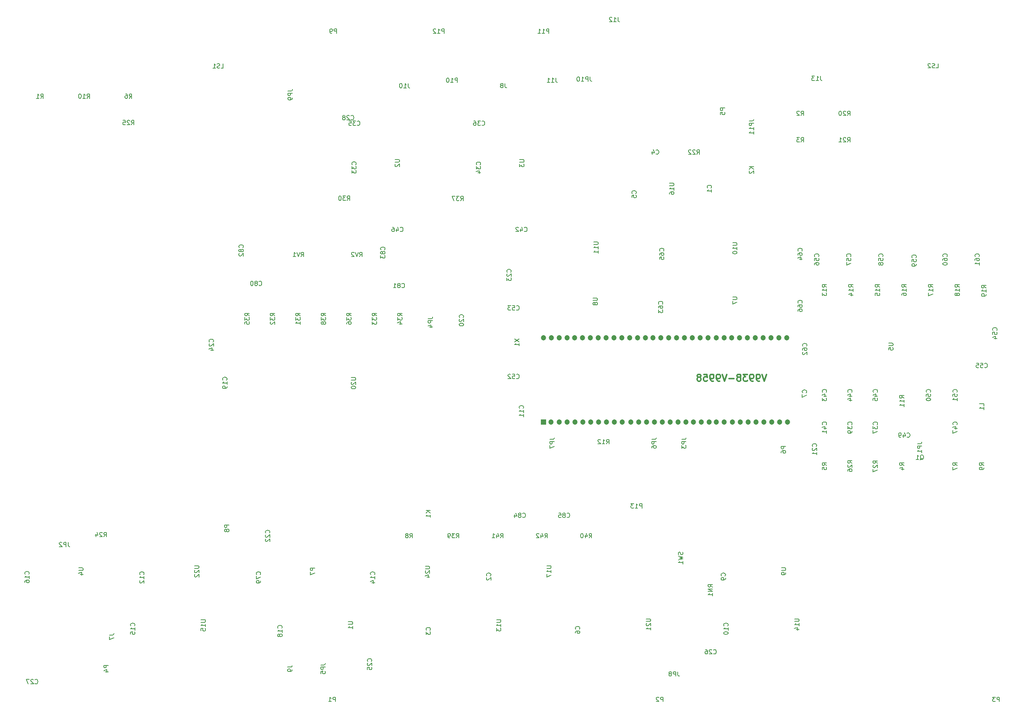
<source format=gbr>
%TF.GenerationSoftware,KiCad,Pcbnew,(6.0.11)*%
%TF.CreationDate,2024-02-24T20:16:03-05:00*%
%TF.ProjectId,input-output.Media,696e7075-742d-46f7-9574-7075742e4d65,rev?*%
%TF.SameCoordinates,Original*%
%TF.FileFunction,Legend,Bot*%
%TF.FilePolarity,Positive*%
%FSLAX46Y46*%
G04 Gerber Fmt 4.6, Leading zero omitted, Abs format (unit mm)*
G04 Created by KiCad (PCBNEW (6.0.11)) date 2024-02-24 20:16:03*
%MOMM*%
%LPD*%
G01*
G04 APERTURE LIST*
%ADD10C,0.150000*%
%ADD11C,0.304800*%
%ADD12R,1.173480X1.173480*%
%ADD13C,1.198880*%
G04 APERTURE END LIST*
D10*
%TO.C,P2*%
X186738095Y-226452380D02*
X186738095Y-225452380D01*
X186357142Y-225452380D01*
X186261904Y-225500000D01*
X186214285Y-225547619D01*
X186166666Y-225642857D01*
X186166666Y-225785714D01*
X186214285Y-225880952D01*
X186261904Y-225928571D01*
X186357142Y-225976190D01*
X186738095Y-225976190D01*
X185785714Y-225547619D02*
X185738095Y-225500000D01*
X185642857Y-225452380D01*
X185404761Y-225452380D01*
X185309523Y-225500000D01*
X185261904Y-225547619D01*
X185214285Y-225642857D01*
X185214285Y-225738095D01*
X185261904Y-225880952D01*
X185833333Y-226452380D01*
X185214285Y-226452380D01*
%TO.C,P3*%
X262738095Y-226452380D02*
X262738095Y-225452380D01*
X262357142Y-225452380D01*
X262261904Y-225500000D01*
X262214285Y-225547619D01*
X262166666Y-225642857D01*
X262166666Y-225785714D01*
X262214285Y-225880952D01*
X262261904Y-225928571D01*
X262357142Y-225976190D01*
X262738095Y-225976190D01*
X261833333Y-225452380D02*
X261214285Y-225452380D01*
X261547619Y-225833333D01*
X261404761Y-225833333D01*
X261309523Y-225880952D01*
X261261904Y-225928571D01*
X261214285Y-226023809D01*
X261214285Y-226261904D01*
X261261904Y-226357142D01*
X261309523Y-226404761D01*
X261404761Y-226452380D01*
X261690476Y-226452380D01*
X261785714Y-226404761D01*
X261833333Y-226357142D01*
%TO.C,P1*%
X112738095Y-226452380D02*
X112738095Y-225452380D01*
X112357142Y-225452380D01*
X112261904Y-225500000D01*
X112214285Y-225547619D01*
X112166666Y-225642857D01*
X112166666Y-225785714D01*
X112214285Y-225880952D01*
X112261904Y-225928571D01*
X112357142Y-225976190D01*
X112738095Y-225976190D01*
X111214285Y-226452380D02*
X111785714Y-226452380D01*
X111500000Y-226452380D02*
X111500000Y-225452380D01*
X111595238Y-225595238D01*
X111690476Y-225690476D01*
X111785714Y-225738095D01*
%TO.C,Q1*%
X244845238Y-171797619D02*
X244940476Y-171750000D01*
X245035714Y-171654761D01*
X245178571Y-171511904D01*
X245273809Y-171464285D01*
X245369047Y-171464285D01*
X245321428Y-171702380D02*
X245416666Y-171654761D01*
X245511904Y-171559523D01*
X245559523Y-171369047D01*
X245559523Y-171035714D01*
X245511904Y-170845238D01*
X245416666Y-170750000D01*
X245321428Y-170702380D01*
X245130952Y-170702380D01*
X245035714Y-170750000D01*
X244940476Y-170845238D01*
X244892857Y-171035714D01*
X244892857Y-171369047D01*
X244940476Y-171559523D01*
X245035714Y-171654761D01*
X245130952Y-171702380D01*
X245321428Y-171702380D01*
X243940476Y-171702380D02*
X244511904Y-171702380D01*
X244226190Y-171702380D02*
X244226190Y-170702380D01*
X244321428Y-170845238D01*
X244416666Y-170940476D01*
X244511904Y-170988095D01*
%TO.C,J12*%
X176559523Y-71747380D02*
X176559523Y-72461666D01*
X176607142Y-72604523D01*
X176702380Y-72699761D01*
X176845238Y-72747380D01*
X176940476Y-72747380D01*
X175559523Y-72747380D02*
X176130952Y-72747380D01*
X175845238Y-72747380D02*
X175845238Y-71747380D01*
X175940476Y-71890238D01*
X176035714Y-71985476D01*
X176130952Y-72033095D01*
X175178571Y-71842619D02*
X175130952Y-71795000D01*
X175035714Y-71747380D01*
X174797619Y-71747380D01*
X174702380Y-71795000D01*
X174654761Y-71842619D01*
X174607142Y-71937857D01*
X174607142Y-72033095D01*
X174654761Y-72175952D01*
X175226190Y-72747380D01*
X174607142Y-72747380D01*
%TO.C,C60*%
X250857121Y-125857142D02*
X250904740Y-125809523D01*
X250952359Y-125666666D01*
X250952359Y-125571428D01*
X250904740Y-125428571D01*
X250809502Y-125333333D01*
X250714264Y-125285714D01*
X250523788Y-125238095D01*
X250380931Y-125238095D01*
X250190455Y-125285714D01*
X250095217Y-125333333D01*
X249999979Y-125428571D01*
X249952359Y-125571428D01*
X249952359Y-125666666D01*
X249999979Y-125809523D01*
X250047598Y-125857142D01*
X249952359Y-126714285D02*
X249952359Y-126523809D01*
X249999979Y-126428571D01*
X250047598Y-126380952D01*
X250190455Y-126285714D01*
X250380931Y-126238095D01*
X250761883Y-126238095D01*
X250857121Y-126285714D01*
X250904740Y-126333333D01*
X250952359Y-126428571D01*
X250952359Y-126619047D01*
X250904740Y-126714285D01*
X250857121Y-126761904D01*
X250761883Y-126809523D01*
X250523788Y-126809523D01*
X250428550Y-126761904D01*
X250380931Y-126714285D01*
X250333312Y-126619047D01*
X250333312Y-126428571D01*
X250380931Y-126333333D01*
X250428550Y-126285714D01*
X250523788Y-126238095D01*
X249952359Y-127428571D02*
X249952359Y-127523809D01*
X249999979Y-127619047D01*
X250047598Y-127666666D01*
X250142836Y-127714285D01*
X250333312Y-127761904D01*
X250571407Y-127761904D01*
X250761883Y-127714285D01*
X250857121Y-127666666D01*
X250904740Y-127619047D01*
X250952359Y-127523809D01*
X250952359Y-127428571D01*
X250904740Y-127333333D01*
X250857121Y-127285714D01*
X250761883Y-127238095D01*
X250571407Y-127190476D01*
X250333312Y-127190476D01*
X250142836Y-127238095D01*
X250047598Y-127285714D01*
X249999979Y-127333333D01*
X249952359Y-127428571D01*
%TO.C,C34*%
X145467142Y-105087142D02*
X145514761Y-105039523D01*
X145562380Y-104896666D01*
X145562380Y-104801428D01*
X145514761Y-104658571D01*
X145419523Y-104563333D01*
X145324285Y-104515714D01*
X145133809Y-104468095D01*
X144990952Y-104468095D01*
X144800476Y-104515714D01*
X144705238Y-104563333D01*
X144610000Y-104658571D01*
X144562380Y-104801428D01*
X144562380Y-104896666D01*
X144610000Y-105039523D01*
X144657619Y-105087142D01*
X144562380Y-105420476D02*
X144562380Y-106039523D01*
X144943333Y-105706190D01*
X144943333Y-105849047D01*
X144990952Y-105944285D01*
X145038571Y-105991904D01*
X145133809Y-106039523D01*
X145371904Y-106039523D01*
X145467142Y-105991904D01*
X145514761Y-105944285D01*
X145562380Y-105849047D01*
X145562380Y-105563333D01*
X145514761Y-105468095D01*
X145467142Y-105420476D01*
X144895714Y-106896666D02*
X145562380Y-106896666D01*
X144514761Y-106658571D02*
X145229047Y-106420476D01*
X145229047Y-107039523D01*
%TO.C,C43*%
X223607142Y-156527142D02*
X223654761Y-156479523D01*
X223702380Y-156336666D01*
X223702380Y-156241428D01*
X223654761Y-156098571D01*
X223559523Y-156003333D01*
X223464285Y-155955714D01*
X223273809Y-155908095D01*
X223130952Y-155908095D01*
X222940476Y-155955714D01*
X222845238Y-156003333D01*
X222750000Y-156098571D01*
X222702380Y-156241428D01*
X222702380Y-156336666D01*
X222750000Y-156479523D01*
X222797619Y-156527142D01*
X223035714Y-157384285D02*
X223702380Y-157384285D01*
X222654761Y-157146190D02*
X223369047Y-156908095D01*
X223369047Y-157527142D01*
X222702380Y-157812857D02*
X222702380Y-158431904D01*
X223083333Y-158098571D01*
X223083333Y-158241428D01*
X223130952Y-158336666D01*
X223178571Y-158384285D01*
X223273809Y-158431904D01*
X223511904Y-158431904D01*
X223607142Y-158384285D01*
X223654761Y-158336666D01*
X223702380Y-158241428D01*
X223702380Y-157955714D01*
X223654761Y-157860476D01*
X223607142Y-157812857D01*
%TO.C,SW1*%
X191154761Y-192666666D02*
X191202380Y-192809523D01*
X191202380Y-193047619D01*
X191154761Y-193142857D01*
X191107142Y-193190476D01*
X191011904Y-193238095D01*
X190916666Y-193238095D01*
X190821428Y-193190476D01*
X190773809Y-193142857D01*
X190726190Y-193047619D01*
X190678571Y-192857142D01*
X190630952Y-192761904D01*
X190583333Y-192714285D01*
X190488095Y-192666666D01*
X190392857Y-192666666D01*
X190297619Y-192714285D01*
X190250000Y-192761904D01*
X190202380Y-192857142D01*
X190202380Y-193095238D01*
X190250000Y-193238095D01*
X190202380Y-193571428D02*
X191202380Y-193809523D01*
X190488095Y-194000000D01*
X191202380Y-194190476D01*
X190202380Y-194428571D01*
X191202380Y-195333333D02*
X191202380Y-194761904D01*
X191202380Y-195047619D02*
X190202380Y-195047619D01*
X190345238Y-194952380D01*
X190440476Y-194857142D01*
X190488095Y-194761904D01*
%TO.C,U17*%
X160467380Y-195751904D02*
X161276904Y-195751904D01*
X161372142Y-195799523D01*
X161419761Y-195847142D01*
X161467380Y-195942380D01*
X161467380Y-196132857D01*
X161419761Y-196228095D01*
X161372142Y-196275714D01*
X161276904Y-196323333D01*
X160467380Y-196323333D01*
X161467380Y-197323333D02*
X161467380Y-196751904D01*
X161467380Y-197037619D02*
X160467380Y-197037619D01*
X160610238Y-196942380D01*
X160705476Y-196847142D01*
X160753095Y-196751904D01*
X160467380Y-197656666D02*
X160467380Y-198323333D01*
X161467380Y-197894761D01*
%TO.C,C59*%
X243857100Y-126107142D02*
X243904719Y-126059523D01*
X243952338Y-125916666D01*
X243952338Y-125821428D01*
X243904719Y-125678571D01*
X243809481Y-125583333D01*
X243714243Y-125535714D01*
X243523767Y-125488095D01*
X243380910Y-125488095D01*
X243190434Y-125535714D01*
X243095196Y-125583333D01*
X242999958Y-125678571D01*
X242952338Y-125821428D01*
X242952338Y-125916666D01*
X242999958Y-126059523D01*
X243047577Y-126107142D01*
X242952338Y-127011904D02*
X242952338Y-126535714D01*
X243428529Y-126488095D01*
X243380910Y-126535714D01*
X243333291Y-126630952D01*
X243333291Y-126869047D01*
X243380910Y-126964285D01*
X243428529Y-127011904D01*
X243523767Y-127059523D01*
X243761862Y-127059523D01*
X243857100Y-127011904D01*
X243904719Y-126964285D01*
X243952338Y-126869047D01*
X243952338Y-126630952D01*
X243904719Y-126535714D01*
X243857100Y-126488095D01*
X243952338Y-127535714D02*
X243952338Y-127726190D01*
X243904719Y-127821428D01*
X243857100Y-127869047D01*
X243714243Y-127964285D01*
X243523767Y-128011904D01*
X243142815Y-128011904D01*
X243047577Y-127964285D01*
X242999958Y-127916666D01*
X242952338Y-127821428D01*
X242952338Y-127630952D01*
X242999958Y-127535714D01*
X243047577Y-127488095D01*
X243142815Y-127440476D01*
X243380910Y-127440476D01*
X243476148Y-127488095D01*
X243523767Y-127535714D01*
X243571386Y-127630952D01*
X243571386Y-127821428D01*
X243523767Y-127916666D01*
X243476148Y-127964285D01*
X243380910Y-128011904D01*
%TO.C,JP9*%
X102032380Y-88406666D02*
X102746666Y-88406666D01*
X102889523Y-88359047D01*
X102984761Y-88263809D01*
X103032380Y-88120952D01*
X103032380Y-88025714D01*
X103032380Y-88882857D02*
X102032380Y-88882857D01*
X102032380Y-89263809D01*
X102080000Y-89359047D01*
X102127619Y-89406666D01*
X102222857Y-89454285D01*
X102365714Y-89454285D01*
X102460952Y-89406666D01*
X102508571Y-89359047D01*
X102556190Y-89263809D01*
X102556190Y-88882857D01*
X103032380Y-89930476D02*
X103032380Y-90120952D01*
X102984761Y-90216190D01*
X102937142Y-90263809D01*
X102794285Y-90359047D01*
X102603809Y-90406666D01*
X102222857Y-90406666D01*
X102127619Y-90359047D01*
X102080000Y-90311428D01*
X102032380Y-90216190D01*
X102032380Y-90025714D01*
X102080000Y-89930476D01*
X102127619Y-89882857D01*
X102222857Y-89835238D01*
X102460952Y-89835238D01*
X102556190Y-89882857D01*
X102603809Y-89930476D01*
X102651428Y-90025714D01*
X102651428Y-90216190D01*
X102603809Y-90311428D01*
X102556190Y-90359047D01*
X102460952Y-90406666D01*
%TO.C,C5*%
X180607142Y-111583333D02*
X180654761Y-111535714D01*
X180702380Y-111392857D01*
X180702380Y-111297619D01*
X180654761Y-111154761D01*
X180559523Y-111059523D01*
X180464285Y-111011904D01*
X180273809Y-110964285D01*
X180130952Y-110964285D01*
X179940476Y-111011904D01*
X179845238Y-111059523D01*
X179750000Y-111154761D01*
X179702380Y-111297619D01*
X179702380Y-111392857D01*
X179750000Y-111535714D01*
X179797619Y-111583333D01*
X179702380Y-112488095D02*
X179702380Y-112011904D01*
X180178571Y-111964285D01*
X180130952Y-112011904D01*
X180083333Y-112107142D01*
X180083333Y-112345238D01*
X180130952Y-112440476D01*
X180178571Y-112488095D01*
X180273809Y-112535714D01*
X180511904Y-112535714D01*
X180607142Y-112488095D01*
X180654761Y-112440476D01*
X180702380Y-112345238D01*
X180702380Y-112107142D01*
X180654761Y-112011904D01*
X180607142Y-111964285D01*
%TO.C,JP4*%
X133702380Y-139861666D02*
X134416666Y-139861666D01*
X134559523Y-139814047D01*
X134654761Y-139718809D01*
X134702380Y-139575952D01*
X134702380Y-139480714D01*
X134702380Y-140337857D02*
X133702380Y-140337857D01*
X133702380Y-140718809D01*
X133750000Y-140814047D01*
X133797619Y-140861666D01*
X133892857Y-140909285D01*
X134035714Y-140909285D01*
X134130952Y-140861666D01*
X134178571Y-140814047D01*
X134226190Y-140718809D01*
X134226190Y-140337857D01*
X134035714Y-141766428D02*
X134702380Y-141766428D01*
X133654761Y-141528333D02*
X134369047Y-141290238D01*
X134369047Y-141909285D01*
%TO.C,R17*%
X247702380Y-132777142D02*
X247226190Y-132443809D01*
X247702380Y-132205714D02*
X246702380Y-132205714D01*
X246702380Y-132586666D01*
X246750000Y-132681904D01*
X246797619Y-132729523D01*
X246892857Y-132777142D01*
X247035714Y-132777142D01*
X247130952Y-132729523D01*
X247178571Y-132681904D01*
X247226190Y-132586666D01*
X247226190Y-132205714D01*
X247702380Y-133729523D02*
X247702380Y-133158095D01*
X247702380Y-133443809D02*
X246702380Y-133443809D01*
X246845238Y-133348571D01*
X246940476Y-133253333D01*
X246988095Y-133158095D01*
X246702380Y-134062857D02*
X246702380Y-134729523D01*
X247702380Y-134300952D01*
%TO.C,JP2*%
X52383333Y-190452380D02*
X52383333Y-191166666D01*
X52430952Y-191309523D01*
X52526190Y-191404761D01*
X52669047Y-191452380D01*
X52764285Y-191452380D01*
X51907142Y-191452380D02*
X51907142Y-190452380D01*
X51526190Y-190452380D01*
X51430952Y-190500000D01*
X51383333Y-190547619D01*
X51335714Y-190642857D01*
X51335714Y-190785714D01*
X51383333Y-190880952D01*
X51430952Y-190928571D01*
X51526190Y-190976190D01*
X51907142Y-190976190D01*
X50954761Y-190547619D02*
X50907142Y-190500000D01*
X50811904Y-190452380D01*
X50573809Y-190452380D01*
X50478571Y-190500000D01*
X50430952Y-190547619D01*
X50383333Y-190642857D01*
X50383333Y-190738095D01*
X50430952Y-190880952D01*
X51002380Y-191452380D01*
X50383333Y-191452380D01*
%TO.C,R30*%
X115384857Y-113152380D02*
X115718190Y-112676190D01*
X115956285Y-113152380D02*
X115956285Y-112152380D01*
X115575333Y-112152380D01*
X115480095Y-112200000D01*
X115432476Y-112247619D01*
X115384857Y-112342857D01*
X115384857Y-112485714D01*
X115432476Y-112580952D01*
X115480095Y-112628571D01*
X115575333Y-112676190D01*
X115956285Y-112676190D01*
X115051523Y-112152380D02*
X114432476Y-112152380D01*
X114765809Y-112533333D01*
X114622952Y-112533333D01*
X114527714Y-112580952D01*
X114480095Y-112628571D01*
X114432476Y-112723809D01*
X114432476Y-112961904D01*
X114480095Y-113057142D01*
X114527714Y-113104761D01*
X114622952Y-113152380D01*
X114908666Y-113152380D01*
X115003904Y-113104761D01*
X115051523Y-113057142D01*
X113813428Y-112152380D02*
X113718190Y-112152380D01*
X113622952Y-112200000D01*
X113575333Y-112247619D01*
X113527714Y-112342857D01*
X113480095Y-112533333D01*
X113480095Y-112771428D01*
X113527714Y-112961904D01*
X113575333Y-113057142D01*
X113622952Y-113104761D01*
X113718190Y-113152380D01*
X113813428Y-113152380D01*
X113908666Y-113104761D01*
X113956285Y-113057142D01*
X114003904Y-112961904D01*
X114051523Y-112771428D01*
X114051523Y-112533333D01*
X114003904Y-112342857D01*
X113956285Y-112247619D01*
X113908666Y-112200000D01*
X113813428Y-112152380D01*
%TO.C,C85*%
X165042857Y-184757142D02*
X165090476Y-184804761D01*
X165233333Y-184852380D01*
X165328571Y-184852380D01*
X165471428Y-184804761D01*
X165566666Y-184709523D01*
X165614285Y-184614285D01*
X165661904Y-184423809D01*
X165661904Y-184280952D01*
X165614285Y-184090476D01*
X165566666Y-183995238D01*
X165471428Y-183900000D01*
X165328571Y-183852380D01*
X165233333Y-183852380D01*
X165090476Y-183900000D01*
X165042857Y-183947619D01*
X164471428Y-184280952D02*
X164566666Y-184233333D01*
X164614285Y-184185714D01*
X164661904Y-184090476D01*
X164661904Y-184042857D01*
X164614285Y-183947619D01*
X164566666Y-183900000D01*
X164471428Y-183852380D01*
X164280952Y-183852380D01*
X164185714Y-183900000D01*
X164138095Y-183947619D01*
X164090476Y-184042857D01*
X164090476Y-184090476D01*
X164138095Y-184185714D01*
X164185714Y-184233333D01*
X164280952Y-184280952D01*
X164471428Y-184280952D01*
X164566666Y-184328571D01*
X164614285Y-184376190D01*
X164661904Y-184471428D01*
X164661904Y-184661904D01*
X164614285Y-184757142D01*
X164566666Y-184804761D01*
X164471428Y-184852380D01*
X164280952Y-184852380D01*
X164185714Y-184804761D01*
X164138095Y-184757142D01*
X164090476Y-184661904D01*
X164090476Y-184471428D01*
X164138095Y-184376190D01*
X164185714Y-184328571D01*
X164280952Y-184280952D01*
X163185714Y-183852380D02*
X163661904Y-183852380D01*
X163709523Y-184328571D01*
X163661904Y-184280952D01*
X163566666Y-184233333D01*
X163328571Y-184233333D01*
X163233333Y-184280952D01*
X163185714Y-184328571D01*
X163138095Y-184423809D01*
X163138095Y-184661904D01*
X163185714Y-184757142D01*
X163233333Y-184804761D01*
X163328571Y-184852380D01*
X163566666Y-184852380D01*
X163661904Y-184804761D01*
X163709523Y-184757142D01*
%TO.C,R16*%
X241702380Y-132777142D02*
X241226190Y-132443809D01*
X241702380Y-132205714D02*
X240702380Y-132205714D01*
X240702380Y-132586666D01*
X240750000Y-132681904D01*
X240797619Y-132729523D01*
X240892857Y-132777142D01*
X241035714Y-132777142D01*
X241130952Y-132729523D01*
X241178571Y-132681904D01*
X241226190Y-132586666D01*
X241226190Y-132205714D01*
X241702380Y-133729523D02*
X241702380Y-133158095D01*
X241702380Y-133443809D02*
X240702380Y-133443809D01*
X240845238Y-133348571D01*
X240940476Y-133253333D01*
X240988095Y-133158095D01*
X240702380Y-134586666D02*
X240702380Y-134396190D01*
X240750000Y-134300952D01*
X240797619Y-134253333D01*
X240940476Y-134158095D01*
X241130952Y-134110476D01*
X241511904Y-134110476D01*
X241607142Y-134158095D01*
X241654761Y-134205714D01*
X241702380Y-134300952D01*
X241702380Y-134491428D01*
X241654761Y-134586666D01*
X241607142Y-134634285D01*
X241511904Y-134681904D01*
X241273809Y-134681904D01*
X241178571Y-134634285D01*
X241130952Y-134586666D01*
X241083333Y-134491428D01*
X241083333Y-134300952D01*
X241130952Y-134205714D01*
X241178571Y-134158095D01*
X241273809Y-134110476D01*
%TO.C,C80*%
X95492857Y-132307142D02*
X95540476Y-132354761D01*
X95683333Y-132402380D01*
X95778571Y-132402380D01*
X95921428Y-132354761D01*
X96016666Y-132259523D01*
X96064285Y-132164285D01*
X96111904Y-131973809D01*
X96111904Y-131830952D01*
X96064285Y-131640476D01*
X96016666Y-131545238D01*
X95921428Y-131450000D01*
X95778571Y-131402380D01*
X95683333Y-131402380D01*
X95540476Y-131450000D01*
X95492857Y-131497619D01*
X94921428Y-131830952D02*
X95016666Y-131783333D01*
X95064285Y-131735714D01*
X95111904Y-131640476D01*
X95111904Y-131592857D01*
X95064285Y-131497619D01*
X95016666Y-131450000D01*
X94921428Y-131402380D01*
X94730952Y-131402380D01*
X94635714Y-131450000D01*
X94588095Y-131497619D01*
X94540476Y-131592857D01*
X94540476Y-131640476D01*
X94588095Y-131735714D01*
X94635714Y-131783333D01*
X94730952Y-131830952D01*
X94921428Y-131830952D01*
X95016666Y-131878571D01*
X95064285Y-131926190D01*
X95111904Y-132021428D01*
X95111904Y-132211904D01*
X95064285Y-132307142D01*
X95016666Y-132354761D01*
X94921428Y-132402380D01*
X94730952Y-132402380D01*
X94635714Y-132354761D01*
X94588095Y-132307142D01*
X94540476Y-132211904D01*
X94540476Y-132021428D01*
X94588095Y-131926190D01*
X94635714Y-131878571D01*
X94730952Y-131830952D01*
X93921428Y-131402380D02*
X93826190Y-131402380D01*
X93730952Y-131450000D01*
X93683333Y-131497619D01*
X93635714Y-131592857D01*
X93588095Y-131783333D01*
X93588095Y-132021428D01*
X93635714Y-132211904D01*
X93683333Y-132307142D01*
X93730952Y-132354761D01*
X93826190Y-132402380D01*
X93921428Y-132402380D01*
X94016666Y-132354761D01*
X94064285Y-132307142D01*
X94111904Y-132211904D01*
X94159523Y-132021428D01*
X94159523Y-131783333D01*
X94111904Y-131592857D01*
X94064285Y-131497619D01*
X94016666Y-131450000D01*
X93921428Y-131402380D01*
%TO.C,LS1*%
X86892857Y-83252380D02*
X87369047Y-83252380D01*
X87369047Y-82252380D01*
X86607142Y-83204761D02*
X86464285Y-83252380D01*
X86226190Y-83252380D01*
X86130952Y-83204761D01*
X86083333Y-83157142D01*
X86035714Y-83061904D01*
X86035714Y-82966666D01*
X86083333Y-82871428D01*
X86130952Y-82823809D01*
X86226190Y-82776190D01*
X86416666Y-82728571D01*
X86511904Y-82680952D01*
X86559523Y-82633333D01*
X86607142Y-82538095D01*
X86607142Y-82442857D01*
X86559523Y-82347619D01*
X86511904Y-82300000D01*
X86416666Y-82252380D01*
X86178571Y-82252380D01*
X86035714Y-82300000D01*
X85083333Y-83252380D02*
X85654761Y-83252380D01*
X85369047Y-83252380D02*
X85369047Y-82252380D01*
X85464285Y-82395238D01*
X85559523Y-82490476D01*
X85654761Y-82538095D01*
%TO.C,C61*%
X258107121Y-125857142D02*
X258154740Y-125809523D01*
X258202359Y-125666666D01*
X258202359Y-125571428D01*
X258154740Y-125428571D01*
X258059502Y-125333333D01*
X257964264Y-125285714D01*
X257773788Y-125238095D01*
X257630931Y-125238095D01*
X257440455Y-125285714D01*
X257345217Y-125333333D01*
X257249979Y-125428571D01*
X257202359Y-125571428D01*
X257202359Y-125666666D01*
X257249979Y-125809523D01*
X257297598Y-125857142D01*
X257202359Y-126714285D02*
X257202359Y-126523809D01*
X257249979Y-126428571D01*
X257297598Y-126380952D01*
X257440455Y-126285714D01*
X257630931Y-126238095D01*
X258011883Y-126238095D01*
X258107121Y-126285714D01*
X258154740Y-126333333D01*
X258202359Y-126428571D01*
X258202359Y-126619047D01*
X258154740Y-126714285D01*
X258107121Y-126761904D01*
X258011883Y-126809523D01*
X257773788Y-126809523D01*
X257678550Y-126761904D01*
X257630931Y-126714285D01*
X257583312Y-126619047D01*
X257583312Y-126428571D01*
X257630931Y-126333333D01*
X257678550Y-126285714D01*
X257773788Y-126238095D01*
X258202359Y-127761904D02*
X258202359Y-127190476D01*
X258202359Y-127476190D02*
X257202359Y-127476190D01*
X257345217Y-127380952D01*
X257440455Y-127285714D01*
X257488074Y-127190476D01*
%TO.C,R15*%
X235702380Y-132777142D02*
X235226190Y-132443809D01*
X235702380Y-132205714D02*
X234702380Y-132205714D01*
X234702380Y-132586666D01*
X234750000Y-132681904D01*
X234797619Y-132729523D01*
X234892857Y-132777142D01*
X235035714Y-132777142D01*
X235130952Y-132729523D01*
X235178571Y-132681904D01*
X235226190Y-132586666D01*
X235226190Y-132205714D01*
X235702380Y-133729523D02*
X235702380Y-133158095D01*
X235702380Y-133443809D02*
X234702380Y-133443809D01*
X234845238Y-133348571D01*
X234940476Y-133253333D01*
X234988095Y-133158095D01*
X234702380Y-134634285D02*
X234702380Y-134158095D01*
X235178571Y-134110476D01*
X235130952Y-134158095D01*
X235083333Y-134253333D01*
X235083333Y-134491428D01*
X235130952Y-134586666D01*
X235178571Y-134634285D01*
X235273809Y-134681904D01*
X235511904Y-134681904D01*
X235607142Y-134634285D01*
X235654761Y-134586666D01*
X235702380Y-134491428D01*
X235702380Y-134253333D01*
X235654761Y-134158095D01*
X235607142Y-134110476D01*
%TO.C,R22*%
X194392857Y-102702380D02*
X194726190Y-102226190D01*
X194964285Y-102702380D02*
X194964285Y-101702380D01*
X194583333Y-101702380D01*
X194488095Y-101750000D01*
X194440476Y-101797619D01*
X194392857Y-101892857D01*
X194392857Y-102035714D01*
X194440476Y-102130952D01*
X194488095Y-102178571D01*
X194583333Y-102226190D01*
X194964285Y-102226190D01*
X194011904Y-101797619D02*
X193964285Y-101750000D01*
X193869047Y-101702380D01*
X193630952Y-101702380D01*
X193535714Y-101750000D01*
X193488095Y-101797619D01*
X193440476Y-101892857D01*
X193440476Y-101988095D01*
X193488095Y-102130952D01*
X194059523Y-102702380D01*
X193440476Y-102702380D01*
X193059523Y-101797619D02*
X193011904Y-101750000D01*
X192916666Y-101702380D01*
X192678571Y-101702380D01*
X192583333Y-101750000D01*
X192535714Y-101797619D01*
X192488095Y-101892857D01*
X192488095Y-101988095D01*
X192535714Y-102130952D01*
X193107142Y-102702380D01*
X192488095Y-102702380D01*
%TO.C,U1*%
X115632380Y-208428095D02*
X116441904Y-208428095D01*
X116537142Y-208475714D01*
X116584761Y-208523333D01*
X116632380Y-208618571D01*
X116632380Y-208809047D01*
X116584761Y-208904285D01*
X116537142Y-208951904D01*
X116441904Y-208999523D01*
X115632380Y-208999523D01*
X116632380Y-209999523D02*
X116632380Y-209428095D01*
X116632380Y-209713809D02*
X115632380Y-209713809D01*
X115775238Y-209618571D01*
X115870476Y-209523333D01*
X115918095Y-209428095D01*
%TO.C,JP8*%
X190083333Y-219702380D02*
X190083333Y-220416666D01*
X190130952Y-220559523D01*
X190226190Y-220654761D01*
X190369047Y-220702380D01*
X190464285Y-220702380D01*
X189607142Y-220702380D02*
X189607142Y-219702380D01*
X189226190Y-219702380D01*
X189130952Y-219750000D01*
X189083333Y-219797619D01*
X189035714Y-219892857D01*
X189035714Y-220035714D01*
X189083333Y-220130952D01*
X189130952Y-220178571D01*
X189226190Y-220226190D01*
X189607142Y-220226190D01*
X188464285Y-220130952D02*
X188559523Y-220083333D01*
X188607142Y-220035714D01*
X188654761Y-219940476D01*
X188654761Y-219892857D01*
X188607142Y-219797619D01*
X188559523Y-219750000D01*
X188464285Y-219702380D01*
X188273809Y-219702380D01*
X188178571Y-219750000D01*
X188130952Y-219797619D01*
X188083333Y-219892857D01*
X188083333Y-219940476D01*
X188130952Y-220035714D01*
X188178571Y-220083333D01*
X188273809Y-220130952D01*
X188464285Y-220130952D01*
X188559523Y-220178571D01*
X188607142Y-220226190D01*
X188654761Y-220321428D01*
X188654761Y-220511904D01*
X188607142Y-220607142D01*
X188559523Y-220654761D01*
X188464285Y-220702380D01*
X188273809Y-220702380D01*
X188178571Y-220654761D01*
X188130952Y-220607142D01*
X188083333Y-220511904D01*
X188083333Y-220321428D01*
X188130952Y-220226190D01*
X188178571Y-220178571D01*
X188273809Y-220130952D01*
%TO.C,U4*%
X54747380Y-196228095D02*
X55556904Y-196228095D01*
X55652142Y-196275714D01*
X55699761Y-196323333D01*
X55747380Y-196418571D01*
X55747380Y-196609047D01*
X55699761Y-196704285D01*
X55652142Y-196751904D01*
X55556904Y-196799523D01*
X54747380Y-196799523D01*
X55080714Y-197704285D02*
X55747380Y-197704285D01*
X54699761Y-197466190D02*
X55414047Y-197228095D01*
X55414047Y-197847142D01*
%TO.C,L1*%
X259202380Y-159583333D02*
X259202380Y-159107142D01*
X258202380Y-159107142D01*
X259202380Y-160440476D02*
X259202380Y-159869047D01*
X259202380Y-160154761D02*
X258202380Y-160154761D01*
X258345238Y-160059523D01*
X258440476Y-159964285D01*
X258488095Y-159869047D01*
%TO.C,P8*%
X88702380Y-186531904D02*
X87702380Y-186531904D01*
X87702380Y-186912857D01*
X87750000Y-187008095D01*
X87797619Y-187055714D01*
X87892857Y-187103333D01*
X88035714Y-187103333D01*
X88130952Y-187055714D01*
X88178571Y-187008095D01*
X88226190Y-186912857D01*
X88226190Y-186531904D01*
X88130952Y-187674761D02*
X88083333Y-187579523D01*
X88035714Y-187531904D01*
X87940476Y-187484285D01*
X87892857Y-187484285D01*
X87797619Y-187531904D01*
X87750000Y-187579523D01*
X87702380Y-187674761D01*
X87702380Y-187865238D01*
X87750000Y-187960476D01*
X87797619Y-188008095D01*
X87892857Y-188055714D01*
X87940476Y-188055714D01*
X88035714Y-188008095D01*
X88083333Y-187960476D01*
X88130952Y-187865238D01*
X88130952Y-187674761D01*
X88178571Y-187579523D01*
X88226190Y-187531904D01*
X88321428Y-187484285D01*
X88511904Y-187484285D01*
X88607142Y-187531904D01*
X88654761Y-187579523D01*
X88702380Y-187674761D01*
X88702380Y-187865238D01*
X88654761Y-187960476D01*
X88607142Y-188008095D01*
X88511904Y-188055714D01*
X88321428Y-188055714D01*
X88226190Y-188008095D01*
X88178571Y-187960476D01*
X88130952Y-187865238D01*
%TO.C,J8*%
X151048333Y-86692380D02*
X151048333Y-87406666D01*
X151095952Y-87549523D01*
X151191190Y-87644761D01*
X151334047Y-87692380D01*
X151429285Y-87692380D01*
X150429285Y-87120952D02*
X150524523Y-87073333D01*
X150572142Y-87025714D01*
X150619761Y-86930476D01*
X150619761Y-86882857D01*
X150572142Y-86787619D01*
X150524523Y-86740000D01*
X150429285Y-86692380D01*
X150238809Y-86692380D01*
X150143571Y-86740000D01*
X150095952Y-86787619D01*
X150048333Y-86882857D01*
X150048333Y-86930476D01*
X150095952Y-87025714D01*
X150143571Y-87073333D01*
X150238809Y-87120952D01*
X150429285Y-87120952D01*
X150524523Y-87168571D01*
X150572142Y-87216190D01*
X150619761Y-87311428D01*
X150619761Y-87501904D01*
X150572142Y-87597142D01*
X150524523Y-87644761D01*
X150429285Y-87692380D01*
X150238809Y-87692380D01*
X150143571Y-87644761D01*
X150095952Y-87597142D01*
X150048333Y-87501904D01*
X150048333Y-87311428D01*
X150095952Y-87216190D01*
X150143571Y-87168571D01*
X150238809Y-87120952D01*
%TO.C,R3*%
X217916666Y-99952380D02*
X218250000Y-99476190D01*
X218488095Y-99952380D02*
X218488095Y-98952380D01*
X218107142Y-98952380D01*
X218011904Y-99000000D01*
X217964285Y-99047619D01*
X217916666Y-99142857D01*
X217916666Y-99285714D01*
X217964285Y-99380952D01*
X218011904Y-99428571D01*
X218107142Y-99476190D01*
X218488095Y-99476190D01*
X217583333Y-98952380D02*
X216964285Y-98952380D01*
X217297619Y-99333333D01*
X217154761Y-99333333D01*
X217059523Y-99380952D01*
X217011904Y-99428571D01*
X216964285Y-99523809D01*
X216964285Y-99761904D01*
X217011904Y-99857142D01*
X217059523Y-99904761D01*
X217154761Y-99952380D01*
X217440476Y-99952380D01*
X217535714Y-99904761D01*
X217583333Y-99857142D01*
%TO.C,C66*%
X218107142Y-136357142D02*
X218154761Y-136309523D01*
X218202380Y-136166666D01*
X218202380Y-136071428D01*
X218154761Y-135928571D01*
X218059523Y-135833333D01*
X217964285Y-135785714D01*
X217773809Y-135738095D01*
X217630952Y-135738095D01*
X217440476Y-135785714D01*
X217345238Y-135833333D01*
X217250000Y-135928571D01*
X217202380Y-136071428D01*
X217202380Y-136166666D01*
X217250000Y-136309523D01*
X217297619Y-136357142D01*
X217202380Y-137214285D02*
X217202380Y-137023809D01*
X217250000Y-136928571D01*
X217297619Y-136880952D01*
X217440476Y-136785714D01*
X217630952Y-136738095D01*
X218011904Y-136738095D01*
X218107142Y-136785714D01*
X218154761Y-136833333D01*
X218202380Y-136928571D01*
X218202380Y-137119047D01*
X218154761Y-137214285D01*
X218107142Y-137261904D01*
X218011904Y-137309523D01*
X217773809Y-137309523D01*
X217678571Y-137261904D01*
X217630952Y-137214285D01*
X217583333Y-137119047D01*
X217583333Y-136928571D01*
X217630952Y-136833333D01*
X217678571Y-136785714D01*
X217773809Y-136738095D01*
X217202380Y-138166666D02*
X217202380Y-137976190D01*
X217250000Y-137880952D01*
X217297619Y-137833333D01*
X217440476Y-137738095D01*
X217630952Y-137690476D01*
X218011904Y-137690476D01*
X218107142Y-137738095D01*
X218154761Y-137785714D01*
X218202380Y-137880952D01*
X218202380Y-138071428D01*
X218154761Y-138166666D01*
X218107142Y-138214285D01*
X218011904Y-138261904D01*
X217773809Y-138261904D01*
X217678571Y-138214285D01*
X217630952Y-138166666D01*
X217583333Y-138071428D01*
X217583333Y-137880952D01*
X217630952Y-137785714D01*
X217678571Y-137738095D01*
X217773809Y-137690476D01*
%TO.C,U7*%
X202462380Y-134978095D02*
X203271904Y-134978095D01*
X203367142Y-135025714D01*
X203414761Y-135073333D01*
X203462380Y-135168571D01*
X203462380Y-135359047D01*
X203414761Y-135454285D01*
X203367142Y-135501904D01*
X203271904Y-135549523D01*
X202462380Y-135549523D01*
X202462380Y-135930476D02*
X202462380Y-136597142D01*
X203462380Y-136168571D01*
%TO.C,JP6*%
X184202380Y-167166666D02*
X184916666Y-167166666D01*
X185059523Y-167119047D01*
X185154761Y-167023809D01*
X185202380Y-166880952D01*
X185202380Y-166785714D01*
X185202380Y-167642857D02*
X184202380Y-167642857D01*
X184202380Y-168023809D01*
X184250000Y-168119047D01*
X184297619Y-168166666D01*
X184392857Y-168214285D01*
X184535714Y-168214285D01*
X184630952Y-168166666D01*
X184678571Y-168119047D01*
X184726190Y-168023809D01*
X184726190Y-167642857D01*
X184202380Y-169071428D02*
X184202380Y-168880952D01*
X184250000Y-168785714D01*
X184297619Y-168738095D01*
X184440476Y-168642857D01*
X184630952Y-168595238D01*
X185011904Y-168595238D01*
X185107142Y-168642857D01*
X185154761Y-168690476D01*
X185202380Y-168785714D01*
X185202380Y-168976190D01*
X185154761Y-169071428D01*
X185107142Y-169119047D01*
X185011904Y-169166666D01*
X184773809Y-169166666D01*
X184678571Y-169119047D01*
X184630952Y-169071428D01*
X184583333Y-168976190D01*
X184583333Y-168785714D01*
X184630952Y-168690476D01*
X184678571Y-168642857D01*
X184773809Y-168595238D01*
%TO.C,R2*%
X217916666Y-93952380D02*
X218250000Y-93476190D01*
X218488095Y-93952380D02*
X218488095Y-92952380D01*
X218107142Y-92952380D01*
X218011904Y-93000000D01*
X217964285Y-93047619D01*
X217916666Y-93142857D01*
X217916666Y-93285714D01*
X217964285Y-93380952D01*
X218011904Y-93428571D01*
X218107142Y-93476190D01*
X218488095Y-93476190D01*
X217535714Y-93047619D02*
X217488095Y-93000000D01*
X217392857Y-92952380D01*
X217154761Y-92952380D01*
X217059523Y-93000000D01*
X217011904Y-93047619D01*
X216964285Y-93142857D01*
X216964285Y-93238095D01*
X217011904Y-93380952D01*
X217583333Y-93952380D01*
X216964285Y-93952380D01*
%TO.C,R5*%
X223702380Y-173083333D02*
X223226190Y-172750000D01*
X223702380Y-172511904D02*
X222702380Y-172511904D01*
X222702380Y-172892857D01*
X222750000Y-172988095D01*
X222797619Y-173035714D01*
X222892857Y-173083333D01*
X223035714Y-173083333D01*
X223130952Y-173035714D01*
X223178571Y-172988095D01*
X223226190Y-172892857D01*
X223226190Y-172511904D01*
X222702380Y-173988095D02*
X222702380Y-173511904D01*
X223178571Y-173464285D01*
X223130952Y-173511904D01*
X223083333Y-173607142D01*
X223083333Y-173845238D01*
X223130952Y-173940476D01*
X223178571Y-173988095D01*
X223273809Y-174035714D01*
X223511904Y-174035714D01*
X223607142Y-173988095D01*
X223654761Y-173940476D01*
X223702380Y-173845238D01*
X223702380Y-173607142D01*
X223654761Y-173511904D01*
X223607142Y-173464285D01*
%TO.C,R39*%
X140042857Y-189452380D02*
X140376190Y-188976190D01*
X140614285Y-189452380D02*
X140614285Y-188452380D01*
X140233333Y-188452380D01*
X140138095Y-188500000D01*
X140090476Y-188547619D01*
X140042857Y-188642857D01*
X140042857Y-188785714D01*
X140090476Y-188880952D01*
X140138095Y-188928571D01*
X140233333Y-188976190D01*
X140614285Y-188976190D01*
X139709523Y-188452380D02*
X139090476Y-188452380D01*
X139423809Y-188833333D01*
X139280952Y-188833333D01*
X139185714Y-188880952D01*
X139138095Y-188928571D01*
X139090476Y-189023809D01*
X139090476Y-189261904D01*
X139138095Y-189357142D01*
X139185714Y-189404761D01*
X139280952Y-189452380D01*
X139566666Y-189452380D01*
X139661904Y-189404761D01*
X139709523Y-189357142D01*
X138614285Y-189452380D02*
X138423809Y-189452380D01*
X138328571Y-189404761D01*
X138280952Y-189357142D01*
X138185714Y-189214285D01*
X138138095Y-189023809D01*
X138138095Y-188642857D01*
X138185714Y-188547619D01*
X138233333Y-188500000D01*
X138328571Y-188452380D01*
X138519047Y-188452380D01*
X138614285Y-188500000D01*
X138661904Y-188547619D01*
X138709523Y-188642857D01*
X138709523Y-188880952D01*
X138661904Y-188976190D01*
X138614285Y-189023809D01*
X138519047Y-189071428D01*
X138328571Y-189071428D01*
X138233333Y-189023809D01*
X138185714Y-188976190D01*
X138138095Y-188880952D01*
%TO.C,P13*%
X181979285Y-182702380D02*
X181979285Y-181702380D01*
X181598333Y-181702380D01*
X181503095Y-181750000D01*
X181455476Y-181797619D01*
X181407857Y-181892857D01*
X181407857Y-182035714D01*
X181455476Y-182130952D01*
X181503095Y-182178571D01*
X181598333Y-182226190D01*
X181979285Y-182226190D01*
X180455476Y-182702380D02*
X181026904Y-182702380D01*
X180741190Y-182702380D02*
X180741190Y-181702380D01*
X180836428Y-181845238D01*
X180931666Y-181940476D01*
X181026904Y-181988095D01*
X180122142Y-181702380D02*
X179503095Y-181702380D01*
X179836428Y-182083333D01*
X179693571Y-182083333D01*
X179598333Y-182130952D01*
X179550714Y-182178571D01*
X179503095Y-182273809D01*
X179503095Y-182511904D01*
X179550714Y-182607142D01*
X179598333Y-182654761D01*
X179693571Y-182702380D01*
X179979285Y-182702380D01*
X180074523Y-182654761D01*
X180122142Y-182607142D01*
%TO.C,U5*%
X237697380Y-145428095D02*
X238506904Y-145428095D01*
X238602142Y-145475714D01*
X238649761Y-145523333D01*
X238697380Y-145618571D01*
X238697380Y-145809047D01*
X238649761Y-145904285D01*
X238602142Y-145951904D01*
X238506904Y-145999523D01*
X237697380Y-145999523D01*
X237697380Y-146951904D02*
X237697380Y-146475714D01*
X238173571Y-146428095D01*
X238125952Y-146475714D01*
X238078333Y-146570952D01*
X238078333Y-146809047D01*
X238125952Y-146904285D01*
X238173571Y-146951904D01*
X238268809Y-146999523D01*
X238506904Y-146999523D01*
X238602142Y-146951904D01*
X238649761Y-146904285D01*
X238697380Y-146809047D01*
X238697380Y-146570952D01*
X238649761Y-146475714D01*
X238602142Y-146428095D01*
%TO.C,R24*%
X60442857Y-189202380D02*
X60776190Y-188726190D01*
X61014285Y-189202380D02*
X61014285Y-188202380D01*
X60633333Y-188202380D01*
X60538095Y-188250000D01*
X60490476Y-188297619D01*
X60442857Y-188392857D01*
X60442857Y-188535714D01*
X60490476Y-188630952D01*
X60538095Y-188678571D01*
X60633333Y-188726190D01*
X61014285Y-188726190D01*
X60061904Y-188297619D02*
X60014285Y-188250000D01*
X59919047Y-188202380D01*
X59680952Y-188202380D01*
X59585714Y-188250000D01*
X59538095Y-188297619D01*
X59490476Y-188392857D01*
X59490476Y-188488095D01*
X59538095Y-188630952D01*
X60109523Y-189202380D01*
X59490476Y-189202380D01*
X58633333Y-188535714D02*
X58633333Y-189202380D01*
X58871428Y-188154761D02*
X59109523Y-188869047D01*
X58490476Y-188869047D01*
%TO.C,R38*%
X110552380Y-139247142D02*
X110076190Y-138913809D01*
X110552380Y-138675714D02*
X109552380Y-138675714D01*
X109552380Y-139056666D01*
X109600000Y-139151904D01*
X109647619Y-139199523D01*
X109742857Y-139247142D01*
X109885714Y-139247142D01*
X109980952Y-139199523D01*
X110028571Y-139151904D01*
X110076190Y-139056666D01*
X110076190Y-138675714D01*
X109552380Y-139580476D02*
X109552380Y-140199523D01*
X109933333Y-139866190D01*
X109933333Y-140009047D01*
X109980952Y-140104285D01*
X110028571Y-140151904D01*
X110123809Y-140199523D01*
X110361904Y-140199523D01*
X110457142Y-140151904D01*
X110504761Y-140104285D01*
X110552380Y-140009047D01*
X110552380Y-139723333D01*
X110504761Y-139628095D01*
X110457142Y-139580476D01*
X109980952Y-140770952D02*
X109933333Y-140675714D01*
X109885714Y-140628095D01*
X109790476Y-140580476D01*
X109742857Y-140580476D01*
X109647619Y-140628095D01*
X109600000Y-140675714D01*
X109552380Y-140770952D01*
X109552380Y-140961428D01*
X109600000Y-141056666D01*
X109647619Y-141104285D01*
X109742857Y-141151904D01*
X109790476Y-141151904D01*
X109885714Y-141104285D01*
X109933333Y-141056666D01*
X109980952Y-140961428D01*
X109980952Y-140770952D01*
X110028571Y-140675714D01*
X110076190Y-140628095D01*
X110171428Y-140580476D01*
X110361904Y-140580476D01*
X110457142Y-140628095D01*
X110504761Y-140675714D01*
X110552380Y-140770952D01*
X110552380Y-140961428D01*
X110504761Y-141056666D01*
X110457142Y-141104285D01*
X110361904Y-141151904D01*
X110171428Y-141151904D01*
X110076190Y-141104285D01*
X110028571Y-141056666D01*
X109980952Y-140961428D01*
%TO.C,R41*%
X150042857Y-189452380D02*
X150376190Y-188976190D01*
X150614285Y-189452380D02*
X150614285Y-188452380D01*
X150233333Y-188452380D01*
X150138095Y-188500000D01*
X150090476Y-188547619D01*
X150042857Y-188642857D01*
X150042857Y-188785714D01*
X150090476Y-188880952D01*
X150138095Y-188928571D01*
X150233333Y-188976190D01*
X150614285Y-188976190D01*
X149185714Y-188785714D02*
X149185714Y-189452380D01*
X149423809Y-188404761D02*
X149661904Y-189119047D01*
X149042857Y-189119047D01*
X148138095Y-189452380D02*
X148709523Y-189452380D01*
X148423809Y-189452380D02*
X148423809Y-188452380D01*
X148519047Y-188595238D01*
X148614285Y-188690476D01*
X148709523Y-188738095D01*
%TO.C,C79*%
X95757142Y-197757142D02*
X95804761Y-197709523D01*
X95852380Y-197566666D01*
X95852380Y-197471428D01*
X95804761Y-197328571D01*
X95709523Y-197233333D01*
X95614285Y-197185714D01*
X95423809Y-197138095D01*
X95280952Y-197138095D01*
X95090476Y-197185714D01*
X94995238Y-197233333D01*
X94900000Y-197328571D01*
X94852380Y-197471428D01*
X94852380Y-197566666D01*
X94900000Y-197709523D01*
X94947619Y-197757142D01*
X94852380Y-198090476D02*
X94852380Y-198757142D01*
X95852380Y-198328571D01*
X95852380Y-199185714D02*
X95852380Y-199376190D01*
X95804761Y-199471428D01*
X95757142Y-199519047D01*
X95614285Y-199614285D01*
X95423809Y-199661904D01*
X95042857Y-199661904D01*
X94947619Y-199614285D01*
X94900000Y-199566666D01*
X94852380Y-199471428D01*
X94852380Y-199280952D01*
X94900000Y-199185714D01*
X94947619Y-199138095D01*
X95042857Y-199090476D01*
X95280952Y-199090476D01*
X95376190Y-199138095D01*
X95423809Y-199185714D01*
X95471428Y-199280952D01*
X95471428Y-199471428D01*
X95423809Y-199566666D01*
X95376190Y-199614285D01*
X95280952Y-199661904D01*
%TO.C,C57*%
X229107179Y-125857142D02*
X229154798Y-125809523D01*
X229202417Y-125666666D01*
X229202417Y-125571428D01*
X229154798Y-125428571D01*
X229059560Y-125333333D01*
X228964322Y-125285714D01*
X228773846Y-125238095D01*
X228630989Y-125238095D01*
X228440513Y-125285714D01*
X228345275Y-125333333D01*
X228250037Y-125428571D01*
X228202417Y-125571428D01*
X228202417Y-125666666D01*
X228250037Y-125809523D01*
X228297656Y-125857142D01*
X228202417Y-126761904D02*
X228202417Y-126285714D01*
X228678608Y-126238095D01*
X228630989Y-126285714D01*
X228583370Y-126380952D01*
X228583370Y-126619047D01*
X228630989Y-126714285D01*
X228678608Y-126761904D01*
X228773846Y-126809523D01*
X229011941Y-126809523D01*
X229107179Y-126761904D01*
X229154798Y-126714285D01*
X229202417Y-126619047D01*
X229202417Y-126380952D01*
X229154798Y-126285714D01*
X229107179Y-126238095D01*
X228202417Y-127142857D02*
X228202417Y-127809523D01*
X229202417Y-127380952D01*
%TO.C,C15*%
X67357142Y-209357142D02*
X67404761Y-209309523D01*
X67452380Y-209166666D01*
X67452380Y-209071428D01*
X67404761Y-208928571D01*
X67309523Y-208833333D01*
X67214285Y-208785714D01*
X67023809Y-208738095D01*
X66880952Y-208738095D01*
X66690476Y-208785714D01*
X66595238Y-208833333D01*
X66500000Y-208928571D01*
X66452380Y-209071428D01*
X66452380Y-209166666D01*
X66500000Y-209309523D01*
X66547619Y-209357142D01*
X67452380Y-210309523D02*
X67452380Y-209738095D01*
X67452380Y-210023809D02*
X66452380Y-210023809D01*
X66595238Y-209928571D01*
X66690476Y-209833333D01*
X66738095Y-209738095D01*
X66452380Y-211214285D02*
X66452380Y-210738095D01*
X66928571Y-210690476D01*
X66880952Y-210738095D01*
X66833333Y-210833333D01*
X66833333Y-211071428D01*
X66880952Y-211166666D01*
X66928571Y-211214285D01*
X67023809Y-211261904D01*
X67261904Y-211261904D01*
X67357142Y-211214285D01*
X67404761Y-211166666D01*
X67452380Y-211071428D01*
X67452380Y-210833333D01*
X67404761Y-210738095D01*
X67357142Y-210690476D01*
%TO.C,U20*%
X116307380Y-153216904D02*
X117116904Y-153216904D01*
X117212142Y-153264523D01*
X117259761Y-153312142D01*
X117307380Y-153407380D01*
X117307380Y-153597857D01*
X117259761Y-153693095D01*
X117212142Y-153740714D01*
X117116904Y-153788333D01*
X116307380Y-153788333D01*
X116402619Y-154216904D02*
X116355000Y-154264523D01*
X116307380Y-154359761D01*
X116307380Y-154597857D01*
X116355000Y-154693095D01*
X116402619Y-154740714D01*
X116497857Y-154788333D01*
X116593095Y-154788333D01*
X116735952Y-154740714D01*
X117307380Y-154169285D01*
X117307380Y-154788333D01*
X116307380Y-155407380D02*
X116307380Y-155502619D01*
X116355000Y-155597857D01*
X116402619Y-155645476D01*
X116497857Y-155693095D01*
X116688333Y-155740714D01*
X116926428Y-155740714D01*
X117116904Y-155693095D01*
X117212142Y-155645476D01*
X117259761Y-155597857D01*
X117307380Y-155502619D01*
X117307380Y-155407380D01*
X117259761Y-155312142D01*
X117212142Y-155264523D01*
X117116904Y-155216904D01*
X116926428Y-155169285D01*
X116688333Y-155169285D01*
X116497857Y-155216904D01*
X116402619Y-155264523D01*
X116355000Y-155312142D01*
X116307380Y-155407380D01*
%TO.C,C2*%
X147757142Y-198033333D02*
X147804761Y-197985714D01*
X147852380Y-197842857D01*
X147852380Y-197747619D01*
X147804761Y-197604761D01*
X147709523Y-197509523D01*
X147614285Y-197461904D01*
X147423809Y-197414285D01*
X147280952Y-197414285D01*
X147090476Y-197461904D01*
X146995238Y-197509523D01*
X146900000Y-197604761D01*
X146852380Y-197747619D01*
X146852380Y-197842857D01*
X146900000Y-197985714D01*
X146947619Y-198033333D01*
X146947619Y-198414285D02*
X146900000Y-198461904D01*
X146852380Y-198557142D01*
X146852380Y-198795238D01*
X146900000Y-198890476D01*
X146947619Y-198938095D01*
X147042857Y-198985714D01*
X147138095Y-198985714D01*
X147280952Y-198938095D01*
X147852380Y-198366666D01*
X147852380Y-198985714D01*
%TO.C,C12*%
X69422142Y-197757142D02*
X69469761Y-197709523D01*
X69517380Y-197566666D01*
X69517380Y-197471428D01*
X69469761Y-197328571D01*
X69374523Y-197233333D01*
X69279285Y-197185714D01*
X69088809Y-197138095D01*
X68945952Y-197138095D01*
X68755476Y-197185714D01*
X68660238Y-197233333D01*
X68565000Y-197328571D01*
X68517380Y-197471428D01*
X68517380Y-197566666D01*
X68565000Y-197709523D01*
X68612619Y-197757142D01*
X69517380Y-198709523D02*
X69517380Y-198138095D01*
X69517380Y-198423809D02*
X68517380Y-198423809D01*
X68660238Y-198328571D01*
X68755476Y-198233333D01*
X68803095Y-198138095D01*
X68612619Y-199090476D02*
X68565000Y-199138095D01*
X68517380Y-199233333D01*
X68517380Y-199471428D01*
X68565000Y-199566666D01*
X68612619Y-199614285D01*
X68707857Y-199661904D01*
X68803095Y-199661904D01*
X68945952Y-199614285D01*
X69517380Y-199042857D01*
X69517380Y-199661904D01*
%TO.C,U11*%
X171082380Y-122551904D02*
X171891904Y-122551904D01*
X171987142Y-122599523D01*
X172034761Y-122647142D01*
X172082380Y-122742380D01*
X172082380Y-122932857D01*
X172034761Y-123028095D01*
X171987142Y-123075714D01*
X171891904Y-123123333D01*
X171082380Y-123123333D01*
X172082380Y-124123333D02*
X172082380Y-123551904D01*
X172082380Y-123837619D02*
X171082380Y-123837619D01*
X171225238Y-123742380D01*
X171320476Y-123647142D01*
X171368095Y-123551904D01*
X172082380Y-125075714D02*
X172082380Y-124504285D01*
X172082380Y-124790000D02*
X171082380Y-124790000D01*
X171225238Y-124694761D01*
X171320476Y-124599523D01*
X171368095Y-124504285D01*
%TO.C,R40*%
X170042857Y-189452380D02*
X170376190Y-188976190D01*
X170614285Y-189452380D02*
X170614285Y-188452380D01*
X170233333Y-188452380D01*
X170138095Y-188500000D01*
X170090476Y-188547619D01*
X170042857Y-188642857D01*
X170042857Y-188785714D01*
X170090476Y-188880952D01*
X170138095Y-188928571D01*
X170233333Y-188976190D01*
X170614285Y-188976190D01*
X169185714Y-188785714D02*
X169185714Y-189452380D01*
X169423809Y-188404761D02*
X169661904Y-189119047D01*
X169042857Y-189119047D01*
X168471428Y-188452380D02*
X168376190Y-188452380D01*
X168280952Y-188500000D01*
X168233333Y-188547619D01*
X168185714Y-188642857D01*
X168138095Y-188833333D01*
X168138095Y-189071428D01*
X168185714Y-189261904D01*
X168233333Y-189357142D01*
X168280952Y-189404761D01*
X168376190Y-189452380D01*
X168471428Y-189452380D01*
X168566666Y-189404761D01*
X168614285Y-189357142D01*
X168661904Y-189261904D01*
X168709523Y-189071428D01*
X168709523Y-188833333D01*
X168661904Y-188642857D01*
X168614285Y-188547619D01*
X168566666Y-188500000D01*
X168471428Y-188452380D01*
%TO.C,C49*%
X241892857Y-166607142D02*
X241940476Y-166654761D01*
X242083333Y-166702380D01*
X242178571Y-166702380D01*
X242321428Y-166654761D01*
X242416666Y-166559523D01*
X242464285Y-166464285D01*
X242511904Y-166273809D01*
X242511904Y-166130952D01*
X242464285Y-165940476D01*
X242416666Y-165845238D01*
X242321428Y-165750000D01*
X242178571Y-165702380D01*
X242083333Y-165702380D01*
X241940476Y-165750000D01*
X241892857Y-165797619D01*
X241035714Y-166035714D02*
X241035714Y-166702380D01*
X241273809Y-165654761D02*
X241511904Y-166369047D01*
X240892857Y-166369047D01*
X240464285Y-166702380D02*
X240273809Y-166702380D01*
X240178571Y-166654761D01*
X240130952Y-166607142D01*
X240035714Y-166464285D01*
X239988095Y-166273809D01*
X239988095Y-165892857D01*
X240035714Y-165797619D01*
X240083333Y-165750000D01*
X240178571Y-165702380D01*
X240369047Y-165702380D01*
X240464285Y-165750000D01*
X240511904Y-165797619D01*
X240559523Y-165892857D01*
X240559523Y-166130952D01*
X240511904Y-166226190D01*
X240464285Y-166273809D01*
X240369047Y-166321428D01*
X240178571Y-166321428D01*
X240083333Y-166273809D01*
X240035714Y-166226190D01*
X239988095Y-166130952D01*
%TO.C,C51*%
X253107142Y-156527142D02*
X253154761Y-156479523D01*
X253202380Y-156336666D01*
X253202380Y-156241428D01*
X253154761Y-156098571D01*
X253059523Y-156003333D01*
X252964285Y-155955714D01*
X252773809Y-155908095D01*
X252630952Y-155908095D01*
X252440476Y-155955714D01*
X252345238Y-156003333D01*
X252250000Y-156098571D01*
X252202380Y-156241428D01*
X252202380Y-156336666D01*
X252250000Y-156479523D01*
X252297619Y-156527142D01*
X252202380Y-157431904D02*
X252202380Y-156955714D01*
X252678571Y-156908095D01*
X252630952Y-156955714D01*
X252583333Y-157050952D01*
X252583333Y-157289047D01*
X252630952Y-157384285D01*
X252678571Y-157431904D01*
X252773809Y-157479523D01*
X253011904Y-157479523D01*
X253107142Y-157431904D01*
X253154761Y-157384285D01*
X253202380Y-157289047D01*
X253202380Y-157050952D01*
X253154761Y-156955714D01*
X253107142Y-156908095D01*
X253202380Y-158431904D02*
X253202380Y-157860476D01*
X253202380Y-158146190D02*
X252202380Y-158146190D01*
X252345238Y-158050952D01*
X252440476Y-157955714D01*
X252488095Y-157860476D01*
%TO.C,C21*%
X221357142Y-168757142D02*
X221404761Y-168709523D01*
X221452380Y-168566666D01*
X221452380Y-168471428D01*
X221404761Y-168328571D01*
X221309523Y-168233333D01*
X221214285Y-168185714D01*
X221023809Y-168138095D01*
X220880952Y-168138095D01*
X220690476Y-168185714D01*
X220595238Y-168233333D01*
X220500000Y-168328571D01*
X220452380Y-168471428D01*
X220452380Y-168566666D01*
X220500000Y-168709523D01*
X220547619Y-168757142D01*
X220547619Y-169138095D02*
X220500000Y-169185714D01*
X220452380Y-169280952D01*
X220452380Y-169519047D01*
X220500000Y-169614285D01*
X220547619Y-169661904D01*
X220642857Y-169709523D01*
X220738095Y-169709523D01*
X220880952Y-169661904D01*
X221452380Y-169090476D01*
X221452380Y-169709523D01*
X221452380Y-170661904D02*
X221452380Y-170090476D01*
X221452380Y-170376190D02*
X220452380Y-170376190D01*
X220595238Y-170280952D01*
X220690476Y-170185714D01*
X220738095Y-170090476D01*
%TO.C,X1*%
X153202380Y-144450476D02*
X154202380Y-145117142D01*
X153202380Y-145117142D02*
X154202380Y-144450476D01*
X154202380Y-146021904D02*
X154202380Y-145450476D01*
X154202380Y-145736190D02*
X153202380Y-145736190D01*
X153345238Y-145640952D01*
X153440476Y-145545714D01*
X153488095Y-145450476D01*
%TO.C,C19*%
X88152042Y-153757142D02*
X88199661Y-153709523D01*
X88247280Y-153566666D01*
X88247280Y-153471428D01*
X88199661Y-153328571D01*
X88104423Y-153233333D01*
X88009185Y-153185714D01*
X87818709Y-153138095D01*
X87675852Y-153138095D01*
X87485376Y-153185714D01*
X87390138Y-153233333D01*
X87294900Y-153328571D01*
X87247280Y-153471428D01*
X87247280Y-153566666D01*
X87294900Y-153709523D01*
X87342519Y-153757142D01*
X88247280Y-154709523D02*
X88247280Y-154138095D01*
X88247280Y-154423809D02*
X87247280Y-154423809D01*
X87390138Y-154328571D01*
X87485376Y-154233333D01*
X87532995Y-154138095D01*
X88247280Y-155185714D02*
X88247280Y-155376190D01*
X88199661Y-155471428D01*
X88152042Y-155519047D01*
X88009185Y-155614285D01*
X87818709Y-155661904D01*
X87437757Y-155661904D01*
X87342519Y-155614285D01*
X87294900Y-155566666D01*
X87247280Y-155471428D01*
X87247280Y-155280952D01*
X87294900Y-155185714D01*
X87342519Y-155138095D01*
X87437757Y-155090476D01*
X87675852Y-155090476D01*
X87771090Y-155138095D01*
X87818709Y-155185714D01*
X87866328Y-155280952D01*
X87866328Y-155471428D01*
X87818709Y-155566666D01*
X87771090Y-155614285D01*
X87675852Y-155661904D01*
%TO.C,U10*%
X202462380Y-122701904D02*
X203271904Y-122701904D01*
X203367142Y-122749523D01*
X203414761Y-122797142D01*
X203462380Y-122892380D01*
X203462380Y-123082857D01*
X203414761Y-123178095D01*
X203367142Y-123225714D01*
X203271904Y-123273333D01*
X202462380Y-123273333D01*
X203462380Y-124273333D02*
X203462380Y-123701904D01*
X203462380Y-123987619D02*
X202462380Y-123987619D01*
X202605238Y-123892380D01*
X202700476Y-123797142D01*
X202748095Y-123701904D01*
X202462380Y-124892380D02*
X202462380Y-124987619D01*
X202510000Y-125082857D01*
X202557619Y-125130476D01*
X202652857Y-125178095D01*
X202843333Y-125225714D01*
X203081428Y-125225714D01*
X203271904Y-125178095D01*
X203367142Y-125130476D01*
X203414761Y-125082857D01*
X203462380Y-124987619D01*
X203462380Y-124892380D01*
X203414761Y-124797142D01*
X203367142Y-124749523D01*
X203271904Y-124701904D01*
X203081428Y-124654285D01*
X202843333Y-124654285D01*
X202652857Y-124701904D01*
X202557619Y-124749523D01*
X202510000Y-124797142D01*
X202462380Y-124892380D01*
%TO.C,U8*%
X170922380Y-135198095D02*
X171731904Y-135198095D01*
X171827142Y-135245714D01*
X171874761Y-135293333D01*
X171922380Y-135388571D01*
X171922380Y-135579047D01*
X171874761Y-135674285D01*
X171827142Y-135721904D01*
X171731904Y-135769523D01*
X170922380Y-135769523D01*
X171350952Y-136388571D02*
X171303333Y-136293333D01*
X171255714Y-136245714D01*
X171160476Y-136198095D01*
X171112857Y-136198095D01*
X171017619Y-136245714D01*
X170970000Y-136293333D01*
X170922380Y-136388571D01*
X170922380Y-136579047D01*
X170970000Y-136674285D01*
X171017619Y-136721904D01*
X171112857Y-136769523D01*
X171160476Y-136769523D01*
X171255714Y-136721904D01*
X171303333Y-136674285D01*
X171350952Y-136579047D01*
X171350952Y-136388571D01*
X171398571Y-136293333D01*
X171446190Y-136245714D01*
X171541428Y-136198095D01*
X171731904Y-136198095D01*
X171827142Y-136245714D01*
X171874761Y-136293333D01*
X171922380Y-136388571D01*
X171922380Y-136579047D01*
X171874761Y-136674285D01*
X171827142Y-136721904D01*
X171731904Y-136769523D01*
X171541428Y-136769523D01*
X171446190Y-136721904D01*
X171398571Y-136674285D01*
X171350952Y-136579047D01*
%TO.C,C56*%
X221857100Y-125857142D02*
X221904719Y-125809523D01*
X221952338Y-125666666D01*
X221952338Y-125571428D01*
X221904719Y-125428571D01*
X221809481Y-125333333D01*
X221714243Y-125285714D01*
X221523767Y-125238095D01*
X221380910Y-125238095D01*
X221190434Y-125285714D01*
X221095196Y-125333333D01*
X220999958Y-125428571D01*
X220952338Y-125571428D01*
X220952338Y-125666666D01*
X220999958Y-125809523D01*
X221047577Y-125857142D01*
X220952338Y-126761904D02*
X220952338Y-126285714D01*
X221428529Y-126238095D01*
X221380910Y-126285714D01*
X221333291Y-126380952D01*
X221333291Y-126619047D01*
X221380910Y-126714285D01*
X221428529Y-126761904D01*
X221523767Y-126809523D01*
X221761862Y-126809523D01*
X221857100Y-126761904D01*
X221904719Y-126714285D01*
X221952338Y-126619047D01*
X221952338Y-126380952D01*
X221904719Y-126285714D01*
X221857100Y-126238095D01*
X220952338Y-127666666D02*
X220952338Y-127476190D01*
X220999958Y-127380952D01*
X221047577Y-127333333D01*
X221190434Y-127238095D01*
X221380910Y-127190476D01*
X221761862Y-127190476D01*
X221857100Y-127238095D01*
X221904719Y-127285714D01*
X221952338Y-127380952D01*
X221952338Y-127571428D01*
X221904719Y-127666666D01*
X221857100Y-127714285D01*
X221761862Y-127761904D01*
X221523767Y-127761904D01*
X221428529Y-127714285D01*
X221380910Y-127666666D01*
X221333291Y-127571428D01*
X221333291Y-127380952D01*
X221380910Y-127285714D01*
X221428529Y-127238095D01*
X221523767Y-127190476D01*
%TO.C,C53*%
X153642857Y-137857142D02*
X153690476Y-137904761D01*
X153833333Y-137952380D01*
X153928571Y-137952380D01*
X154071428Y-137904761D01*
X154166666Y-137809523D01*
X154214285Y-137714285D01*
X154261904Y-137523809D01*
X154261904Y-137380952D01*
X154214285Y-137190476D01*
X154166666Y-137095238D01*
X154071428Y-137000000D01*
X153928571Y-136952380D01*
X153833333Y-136952380D01*
X153690476Y-137000000D01*
X153642857Y-137047619D01*
X152738095Y-136952380D02*
X153214285Y-136952380D01*
X153261904Y-137428571D01*
X153214285Y-137380952D01*
X153119047Y-137333333D01*
X152880952Y-137333333D01*
X152785714Y-137380952D01*
X152738095Y-137428571D01*
X152690476Y-137523809D01*
X152690476Y-137761904D01*
X152738095Y-137857142D01*
X152785714Y-137904761D01*
X152880952Y-137952380D01*
X153119047Y-137952380D01*
X153214285Y-137904761D01*
X153261904Y-137857142D01*
X152357142Y-136952380D02*
X151738095Y-136952380D01*
X152071428Y-137333333D01*
X151928571Y-137333333D01*
X151833333Y-137380952D01*
X151785714Y-137428571D01*
X151738095Y-137523809D01*
X151738095Y-137761904D01*
X151785714Y-137857142D01*
X151833333Y-137904761D01*
X151928571Y-137952380D01*
X152214285Y-137952380D01*
X152309523Y-137904761D01*
X152357142Y-137857142D01*
%TO.C,C36*%
X145842657Y-96107142D02*
X145890276Y-96154761D01*
X146033133Y-96202380D01*
X146128371Y-96202380D01*
X146271228Y-96154761D01*
X146366466Y-96059523D01*
X146414085Y-95964285D01*
X146461704Y-95773809D01*
X146461704Y-95630952D01*
X146414085Y-95440476D01*
X146366466Y-95345238D01*
X146271228Y-95250000D01*
X146128371Y-95202380D01*
X146033133Y-95202380D01*
X145890276Y-95250000D01*
X145842657Y-95297619D01*
X145509323Y-95202380D02*
X144890276Y-95202380D01*
X145223609Y-95583333D01*
X145080752Y-95583333D01*
X144985514Y-95630952D01*
X144937895Y-95678571D01*
X144890276Y-95773809D01*
X144890276Y-96011904D01*
X144937895Y-96107142D01*
X144985514Y-96154761D01*
X145080752Y-96202380D01*
X145366466Y-96202380D01*
X145461704Y-96154761D01*
X145509323Y-96107142D01*
X144033133Y-95202380D02*
X144223609Y-95202380D01*
X144318847Y-95250000D01*
X144366466Y-95297619D01*
X144461704Y-95440476D01*
X144509323Y-95630952D01*
X144509323Y-96011904D01*
X144461704Y-96107142D01*
X144414085Y-96154761D01*
X144318847Y-96202380D01*
X144128371Y-96202380D01*
X144033133Y-96154761D01*
X143985514Y-96107142D01*
X143937895Y-96011904D01*
X143937895Y-95773809D01*
X143985514Y-95678571D01*
X144033133Y-95630952D01*
X144128371Y-95583333D01*
X144318847Y-95583333D01*
X144414085Y-95630952D01*
X144461704Y-95678571D01*
X144509323Y-95773809D01*
%TO.C,P4*%
X61452380Y-218261904D02*
X60452380Y-218261904D01*
X60452380Y-218642857D01*
X60500000Y-218738095D01*
X60547619Y-218785714D01*
X60642857Y-218833333D01*
X60785714Y-218833333D01*
X60880952Y-218785714D01*
X60928571Y-218738095D01*
X60976190Y-218642857D01*
X60976190Y-218261904D01*
X60785714Y-219690476D02*
X61452380Y-219690476D01*
X60404761Y-219452380D02*
X61119047Y-219214285D01*
X61119047Y-219833333D01*
%TO.C,R19*%
X259702380Y-132917142D02*
X259226190Y-132583809D01*
X259702380Y-132345714D02*
X258702380Y-132345714D01*
X258702380Y-132726666D01*
X258750000Y-132821904D01*
X258797619Y-132869523D01*
X258892857Y-132917142D01*
X259035714Y-132917142D01*
X259130952Y-132869523D01*
X259178571Y-132821904D01*
X259226190Y-132726666D01*
X259226190Y-132345714D01*
X259702380Y-133869523D02*
X259702380Y-133298095D01*
X259702380Y-133583809D02*
X258702380Y-133583809D01*
X258845238Y-133488571D01*
X258940476Y-133393333D01*
X258988095Y-133298095D01*
X259702380Y-134345714D02*
X259702380Y-134536190D01*
X259654761Y-134631428D01*
X259607142Y-134679047D01*
X259464285Y-134774285D01*
X259273809Y-134821904D01*
X258892857Y-134821904D01*
X258797619Y-134774285D01*
X258750000Y-134726666D01*
X258702380Y-134631428D01*
X258702380Y-134440952D01*
X258750000Y-134345714D01*
X258797619Y-134298095D01*
X258892857Y-134250476D01*
X259130952Y-134250476D01*
X259226190Y-134298095D01*
X259273809Y-134345714D01*
X259321428Y-134440952D01*
X259321428Y-134631428D01*
X259273809Y-134726666D01*
X259226190Y-134774285D01*
X259130952Y-134821904D01*
%TO.C,R6*%
X66166666Y-90072380D02*
X66500000Y-89596190D01*
X66738095Y-90072380D02*
X66738095Y-89072380D01*
X66357142Y-89072380D01*
X66261904Y-89120000D01*
X66214285Y-89167619D01*
X66166666Y-89262857D01*
X66166666Y-89405714D01*
X66214285Y-89500952D01*
X66261904Y-89548571D01*
X66357142Y-89596190D01*
X66738095Y-89596190D01*
X65309523Y-89072380D02*
X65500000Y-89072380D01*
X65595238Y-89120000D01*
X65642857Y-89167619D01*
X65738095Y-89310476D01*
X65785714Y-89500952D01*
X65785714Y-89881904D01*
X65738095Y-89977142D01*
X65690476Y-90024761D01*
X65595238Y-90072380D01*
X65404761Y-90072380D01*
X65309523Y-90024761D01*
X65261904Y-89977142D01*
X65214285Y-89881904D01*
X65214285Y-89643809D01*
X65261904Y-89548571D01*
X65309523Y-89500952D01*
X65404761Y-89453333D01*
X65595238Y-89453333D01*
X65690476Y-89500952D01*
X65738095Y-89548571D01*
X65785714Y-89643809D01*
%TO.C,C6*%
X167857142Y-210083333D02*
X167904761Y-210035714D01*
X167952380Y-209892857D01*
X167952380Y-209797619D01*
X167904761Y-209654761D01*
X167809523Y-209559523D01*
X167714285Y-209511904D01*
X167523809Y-209464285D01*
X167380952Y-209464285D01*
X167190476Y-209511904D01*
X167095238Y-209559523D01*
X167000000Y-209654761D01*
X166952380Y-209797619D01*
X166952380Y-209892857D01*
X167000000Y-210035714D01*
X167047619Y-210083333D01*
X166952380Y-210940476D02*
X166952380Y-210750000D01*
X167000000Y-210654761D01*
X167047619Y-210607142D01*
X167190476Y-210511904D01*
X167380952Y-210464285D01*
X167761904Y-210464285D01*
X167857142Y-210511904D01*
X167904761Y-210559523D01*
X167952380Y-210654761D01*
X167952380Y-210845238D01*
X167904761Y-210940476D01*
X167857142Y-210988095D01*
X167761904Y-211035714D01*
X167523809Y-211035714D01*
X167428571Y-210988095D01*
X167380952Y-210940476D01*
X167333333Y-210845238D01*
X167333333Y-210654761D01*
X167380952Y-210559523D01*
X167428571Y-210511904D01*
X167523809Y-210464285D01*
%TO.C,U14*%
X216457380Y-207751904D02*
X217266904Y-207751904D01*
X217362142Y-207799523D01*
X217409761Y-207847142D01*
X217457380Y-207942380D01*
X217457380Y-208132857D01*
X217409761Y-208228095D01*
X217362142Y-208275714D01*
X217266904Y-208323333D01*
X216457380Y-208323333D01*
X217457380Y-209323333D02*
X217457380Y-208751904D01*
X217457380Y-209037619D02*
X216457380Y-209037619D01*
X216600238Y-208942380D01*
X216695476Y-208847142D01*
X216743095Y-208751904D01*
X216790714Y-210180476D02*
X217457380Y-210180476D01*
X216409761Y-209942380D02*
X217124047Y-209704285D01*
X217124047Y-210323333D01*
%TO.C,R7*%
X253202380Y-173083333D02*
X252726190Y-172750000D01*
X253202380Y-172511904D02*
X252202380Y-172511904D01*
X252202380Y-172892857D01*
X252250000Y-172988095D01*
X252297619Y-173035714D01*
X252392857Y-173083333D01*
X252535714Y-173083333D01*
X252630952Y-173035714D01*
X252678571Y-172988095D01*
X252726190Y-172892857D01*
X252726190Y-172511904D01*
X252202380Y-173416666D02*
X252202380Y-174083333D01*
X253202380Y-173654761D01*
%TO.C,C9*%
X200757142Y-198033333D02*
X200804761Y-197985714D01*
X200852380Y-197842857D01*
X200852380Y-197747619D01*
X200804761Y-197604761D01*
X200709523Y-197509523D01*
X200614285Y-197461904D01*
X200423809Y-197414285D01*
X200280952Y-197414285D01*
X200090476Y-197461904D01*
X199995238Y-197509523D01*
X199900000Y-197604761D01*
X199852380Y-197747619D01*
X199852380Y-197842857D01*
X199900000Y-197985714D01*
X199947619Y-198033333D01*
X200852380Y-198509523D02*
X200852380Y-198700000D01*
X200804761Y-198795238D01*
X200757142Y-198842857D01*
X200614285Y-198938095D01*
X200423809Y-198985714D01*
X200042857Y-198985714D01*
X199947619Y-198938095D01*
X199900000Y-198890476D01*
X199852380Y-198795238D01*
X199852380Y-198604761D01*
X199900000Y-198509523D01*
X199947619Y-198461904D01*
X200042857Y-198414285D01*
X200280952Y-198414285D01*
X200376190Y-198461904D01*
X200423809Y-198509523D01*
X200471428Y-198604761D01*
X200471428Y-198795238D01*
X200423809Y-198890476D01*
X200376190Y-198938095D01*
X200280952Y-198985714D01*
%TO.C,R25*%
X66642857Y-96052380D02*
X66976190Y-95576190D01*
X67214285Y-96052380D02*
X67214285Y-95052380D01*
X66833333Y-95052380D01*
X66738095Y-95100000D01*
X66690476Y-95147619D01*
X66642857Y-95242857D01*
X66642857Y-95385714D01*
X66690476Y-95480952D01*
X66738095Y-95528571D01*
X66833333Y-95576190D01*
X67214285Y-95576190D01*
X66261904Y-95147619D02*
X66214285Y-95100000D01*
X66119047Y-95052380D01*
X65880952Y-95052380D01*
X65785714Y-95100000D01*
X65738095Y-95147619D01*
X65690476Y-95242857D01*
X65690476Y-95338095D01*
X65738095Y-95480952D01*
X66309523Y-96052380D01*
X65690476Y-96052380D01*
X64785714Y-95052380D02*
X65261904Y-95052380D01*
X65309523Y-95528571D01*
X65261904Y-95480952D01*
X65166666Y-95433333D01*
X64928571Y-95433333D01*
X64833333Y-95480952D01*
X64785714Y-95528571D01*
X64738095Y-95623809D01*
X64738095Y-95861904D01*
X64785714Y-95957142D01*
X64833333Y-96004761D01*
X64928571Y-96052380D01*
X65166666Y-96052380D01*
X65261904Y-96004761D01*
X65309523Y-95957142D01*
%TO.C,R12*%
X173952857Y-168202380D02*
X174286190Y-167726190D01*
X174524285Y-168202380D02*
X174524285Y-167202380D01*
X174143333Y-167202380D01*
X174048095Y-167250000D01*
X174000476Y-167297619D01*
X173952857Y-167392857D01*
X173952857Y-167535714D01*
X174000476Y-167630952D01*
X174048095Y-167678571D01*
X174143333Y-167726190D01*
X174524285Y-167726190D01*
X173000476Y-168202380D02*
X173571904Y-168202380D01*
X173286190Y-168202380D02*
X173286190Y-167202380D01*
X173381428Y-167345238D01*
X173476666Y-167440476D01*
X173571904Y-167488095D01*
X172619523Y-167297619D02*
X172571904Y-167250000D01*
X172476666Y-167202380D01*
X172238571Y-167202380D01*
X172143333Y-167250000D01*
X172095714Y-167297619D01*
X172048095Y-167392857D01*
X172048095Y-167488095D01*
X172095714Y-167630952D01*
X172667142Y-168202380D01*
X172048095Y-168202380D01*
%TO.C,C83*%
X123857166Y-124307142D02*
X123904785Y-124259523D01*
X123952404Y-124116666D01*
X123952404Y-124021428D01*
X123904785Y-123878571D01*
X123809547Y-123783333D01*
X123714309Y-123735714D01*
X123523833Y-123688095D01*
X123380976Y-123688095D01*
X123190500Y-123735714D01*
X123095262Y-123783333D01*
X123000024Y-123878571D01*
X122952404Y-124021428D01*
X122952404Y-124116666D01*
X123000024Y-124259523D01*
X123047643Y-124307142D01*
X123380976Y-124878571D02*
X123333357Y-124783333D01*
X123285738Y-124735714D01*
X123190500Y-124688095D01*
X123142881Y-124688095D01*
X123047643Y-124735714D01*
X123000024Y-124783333D01*
X122952404Y-124878571D01*
X122952404Y-125069047D01*
X123000024Y-125164285D01*
X123047643Y-125211904D01*
X123142881Y-125259523D01*
X123190500Y-125259523D01*
X123285738Y-125211904D01*
X123333357Y-125164285D01*
X123380976Y-125069047D01*
X123380976Y-124878571D01*
X123428595Y-124783333D01*
X123476214Y-124735714D01*
X123571452Y-124688095D01*
X123761928Y-124688095D01*
X123857166Y-124735714D01*
X123904785Y-124783333D01*
X123952404Y-124878571D01*
X123952404Y-125069047D01*
X123904785Y-125164285D01*
X123857166Y-125211904D01*
X123761928Y-125259523D01*
X123571452Y-125259523D01*
X123476214Y-125211904D01*
X123428595Y-125164285D01*
X123380976Y-125069047D01*
X122952404Y-125592857D02*
X122952404Y-126211904D01*
X123333357Y-125878571D01*
X123333357Y-126021428D01*
X123380976Y-126116666D01*
X123428595Y-126164285D01*
X123523833Y-126211904D01*
X123761928Y-126211904D01*
X123857166Y-126164285D01*
X123904785Y-126116666D01*
X123952404Y-126021428D01*
X123952404Y-125735714D01*
X123904785Y-125640476D01*
X123857166Y-125592857D01*
%TO.C,RN1*%
X197952380Y-200559523D02*
X197476190Y-200226190D01*
X197952380Y-199988095D02*
X196952380Y-199988095D01*
X196952380Y-200369047D01*
X197000000Y-200464285D01*
X197047619Y-200511904D01*
X197142857Y-200559523D01*
X197285714Y-200559523D01*
X197380952Y-200511904D01*
X197428571Y-200464285D01*
X197476190Y-200369047D01*
X197476190Y-199988095D01*
X197952380Y-200988095D02*
X196952380Y-200988095D01*
X197952380Y-201559523D01*
X196952380Y-201559523D01*
X197952380Y-202559523D02*
X197952380Y-201988095D01*
X197952380Y-202273809D02*
X196952380Y-202273809D01*
X197095238Y-202178571D01*
X197190476Y-202083333D01*
X197238095Y-201988095D01*
%TO.C,P6*%
X214452380Y-168761904D02*
X213452380Y-168761904D01*
X213452380Y-169142857D01*
X213500000Y-169238095D01*
X213547619Y-169285714D01*
X213642857Y-169333333D01*
X213785714Y-169333333D01*
X213880952Y-169285714D01*
X213928571Y-169238095D01*
X213976190Y-169142857D01*
X213976190Y-168761904D01*
X213452380Y-170190476D02*
X213452380Y-170000000D01*
X213500000Y-169904761D01*
X213547619Y-169857142D01*
X213690476Y-169761904D01*
X213880952Y-169714285D01*
X214261904Y-169714285D01*
X214357142Y-169761904D01*
X214404761Y-169809523D01*
X214452380Y-169904761D01*
X214452380Y-170095238D01*
X214404761Y-170190476D01*
X214357142Y-170238095D01*
X214261904Y-170285714D01*
X214023809Y-170285714D01*
X213928571Y-170238095D01*
X213880952Y-170190476D01*
X213833333Y-170095238D01*
X213833333Y-169904761D01*
X213880952Y-169809523D01*
X213928571Y-169761904D01*
X214023809Y-169714285D01*
%TO.C,P11*%
X160964285Y-75364880D02*
X160964285Y-74364880D01*
X160583333Y-74364880D01*
X160488095Y-74412500D01*
X160440476Y-74460119D01*
X160392857Y-74555357D01*
X160392857Y-74698214D01*
X160440476Y-74793452D01*
X160488095Y-74841071D01*
X160583333Y-74888690D01*
X160964285Y-74888690D01*
X159440476Y-75364880D02*
X160011904Y-75364880D01*
X159726190Y-75364880D02*
X159726190Y-74364880D01*
X159821428Y-74507738D01*
X159916666Y-74602976D01*
X160011904Y-74650595D01*
X158488095Y-75364880D02*
X159059523Y-75364880D01*
X158773809Y-75364880D02*
X158773809Y-74364880D01*
X158869047Y-74507738D01*
X158964285Y-74602976D01*
X159059523Y-74650595D01*
%TO.C,JP5*%
X109452380Y-218166666D02*
X110166666Y-218166666D01*
X110309523Y-218119047D01*
X110404761Y-218023809D01*
X110452380Y-217880952D01*
X110452380Y-217785714D01*
X110452380Y-218642857D02*
X109452380Y-218642857D01*
X109452380Y-219023809D01*
X109500000Y-219119047D01*
X109547619Y-219166666D01*
X109642857Y-219214285D01*
X109785714Y-219214285D01*
X109880952Y-219166666D01*
X109928571Y-219119047D01*
X109976190Y-219023809D01*
X109976190Y-218642857D01*
X109452380Y-220119047D02*
X109452380Y-219642857D01*
X109928571Y-219595238D01*
X109880952Y-219642857D01*
X109833333Y-219738095D01*
X109833333Y-219976190D01*
X109880952Y-220071428D01*
X109928571Y-220119047D01*
X110023809Y-220166666D01*
X110261904Y-220166666D01*
X110357142Y-220119047D01*
X110404761Y-220071428D01*
X110452380Y-219976190D01*
X110452380Y-219738095D01*
X110404761Y-219642857D01*
X110357142Y-219595238D01*
%TO.C,U15*%
X82382380Y-207951904D02*
X83191904Y-207951904D01*
X83287142Y-207999523D01*
X83334761Y-208047142D01*
X83382380Y-208142380D01*
X83382380Y-208332857D01*
X83334761Y-208428095D01*
X83287142Y-208475714D01*
X83191904Y-208523333D01*
X82382380Y-208523333D01*
X83382380Y-209523333D02*
X83382380Y-208951904D01*
X83382380Y-209237619D02*
X82382380Y-209237619D01*
X82525238Y-209142380D01*
X82620476Y-209047142D01*
X82668095Y-208951904D01*
X82382380Y-210428095D02*
X82382380Y-209951904D01*
X82858571Y-209904285D01*
X82810952Y-209951904D01*
X82763333Y-210047142D01*
X82763333Y-210285238D01*
X82810952Y-210380476D01*
X82858571Y-210428095D01*
X82953809Y-210475714D01*
X83191904Y-210475714D01*
X83287142Y-210428095D01*
X83334761Y-210380476D01*
X83382380Y-210285238D01*
X83382380Y-210047142D01*
X83334761Y-209951904D01*
X83287142Y-209904285D01*
%TO.C,C14*%
X121557142Y-197757142D02*
X121604761Y-197709523D01*
X121652380Y-197566666D01*
X121652380Y-197471428D01*
X121604761Y-197328571D01*
X121509523Y-197233333D01*
X121414285Y-197185714D01*
X121223809Y-197138095D01*
X121080952Y-197138095D01*
X120890476Y-197185714D01*
X120795238Y-197233333D01*
X120700000Y-197328571D01*
X120652380Y-197471428D01*
X120652380Y-197566666D01*
X120700000Y-197709523D01*
X120747619Y-197757142D01*
X121652380Y-198709523D02*
X121652380Y-198138095D01*
X121652380Y-198423809D02*
X120652380Y-198423809D01*
X120795238Y-198328571D01*
X120890476Y-198233333D01*
X120938095Y-198138095D01*
X120985714Y-199566666D02*
X121652380Y-199566666D01*
X120604761Y-199328571D02*
X121319047Y-199090476D01*
X121319047Y-199709523D01*
%TO.C,C26*%
X198142857Y-215607142D02*
X198190476Y-215654761D01*
X198333333Y-215702380D01*
X198428571Y-215702380D01*
X198571428Y-215654761D01*
X198666666Y-215559523D01*
X198714285Y-215464285D01*
X198761904Y-215273809D01*
X198761904Y-215130952D01*
X198714285Y-214940476D01*
X198666666Y-214845238D01*
X198571428Y-214750000D01*
X198428571Y-214702380D01*
X198333333Y-214702380D01*
X198190476Y-214750000D01*
X198142857Y-214797619D01*
X197761904Y-214797619D02*
X197714285Y-214750000D01*
X197619047Y-214702380D01*
X197380952Y-214702380D01*
X197285714Y-214750000D01*
X197238095Y-214797619D01*
X197190476Y-214892857D01*
X197190476Y-214988095D01*
X197238095Y-215130952D01*
X197809523Y-215702380D01*
X197190476Y-215702380D01*
X196333333Y-214702380D02*
X196523809Y-214702380D01*
X196619047Y-214750000D01*
X196666666Y-214797619D01*
X196761904Y-214940476D01*
X196809523Y-215130952D01*
X196809523Y-215511904D01*
X196761904Y-215607142D01*
X196714285Y-215654761D01*
X196619047Y-215702380D01*
X196428571Y-215702380D01*
X196333333Y-215654761D01*
X196285714Y-215607142D01*
X196238095Y-215511904D01*
X196238095Y-215273809D01*
X196285714Y-215178571D01*
X196333333Y-215130952D01*
X196428571Y-215083333D01*
X196619047Y-215083333D01*
X196714285Y-215130952D01*
X196761904Y-215178571D01*
X196809523Y-215273809D01*
%TO.C,P5*%
X200702380Y-92261904D02*
X199702380Y-92261904D01*
X199702380Y-92642857D01*
X199750000Y-92738095D01*
X199797619Y-92785714D01*
X199892857Y-92833333D01*
X200035714Y-92833333D01*
X200130952Y-92785714D01*
X200178571Y-92738095D01*
X200226190Y-92642857D01*
X200226190Y-92261904D01*
X199702380Y-93738095D02*
X199702380Y-93261904D01*
X200178571Y-93214285D01*
X200130952Y-93261904D01*
X200083333Y-93357142D01*
X200083333Y-93595238D01*
X200130952Y-93690476D01*
X200178571Y-93738095D01*
X200273809Y-93785714D01*
X200511904Y-93785714D01*
X200607142Y-93738095D01*
X200654761Y-93690476D01*
X200702380Y-93595238D01*
X200702380Y-93357142D01*
X200654761Y-93261904D01*
X200607142Y-93214285D01*
%TO.C,J11*%
X162524523Y-85442380D02*
X162524523Y-86156666D01*
X162572142Y-86299523D01*
X162667380Y-86394761D01*
X162810238Y-86442380D01*
X162905476Y-86442380D01*
X161524523Y-86442380D02*
X162095952Y-86442380D01*
X161810238Y-86442380D02*
X161810238Y-85442380D01*
X161905476Y-85585238D01*
X162000714Y-85680476D01*
X162095952Y-85728095D01*
X160572142Y-86442380D02*
X161143571Y-86442380D01*
X160857857Y-86442380D02*
X160857857Y-85442380D01*
X160953095Y-85585238D01*
X161048333Y-85680476D01*
X161143571Y-85728095D01*
%TO.C,C7*%
X219107142Y-156633333D02*
X219154761Y-156585714D01*
X219202380Y-156442857D01*
X219202380Y-156347619D01*
X219154761Y-156204761D01*
X219059523Y-156109523D01*
X218964285Y-156061904D01*
X218773809Y-156014285D01*
X218630952Y-156014285D01*
X218440476Y-156061904D01*
X218345238Y-156109523D01*
X218250000Y-156204761D01*
X218202380Y-156347619D01*
X218202380Y-156442857D01*
X218250000Y-156585714D01*
X218297619Y-156633333D01*
X218202380Y-156966666D02*
X218202380Y-157633333D01*
X219202380Y-157204761D01*
%TO.C,R20*%
X228392857Y-93952380D02*
X228726190Y-93476190D01*
X228964285Y-93952380D02*
X228964285Y-92952380D01*
X228583333Y-92952380D01*
X228488095Y-93000000D01*
X228440476Y-93047619D01*
X228392857Y-93142857D01*
X228392857Y-93285714D01*
X228440476Y-93380952D01*
X228488095Y-93428571D01*
X228583333Y-93476190D01*
X228964285Y-93476190D01*
X228011904Y-93047619D02*
X227964285Y-93000000D01*
X227869047Y-92952380D01*
X227630952Y-92952380D01*
X227535714Y-93000000D01*
X227488095Y-93047619D01*
X227440476Y-93142857D01*
X227440476Y-93238095D01*
X227488095Y-93380952D01*
X228059523Y-93952380D01*
X227440476Y-93952380D01*
X226821428Y-92952380D02*
X226726190Y-92952380D01*
X226630952Y-93000000D01*
X226583333Y-93047619D01*
X226535714Y-93142857D01*
X226488095Y-93333333D01*
X226488095Y-93571428D01*
X226535714Y-93761904D01*
X226583333Y-93857142D01*
X226630952Y-93904761D01*
X226726190Y-93952380D01*
X226821428Y-93952380D01*
X226916666Y-93904761D01*
X226964285Y-93857142D01*
X227011904Y-93761904D01*
X227059523Y-93571428D01*
X227059523Y-93333333D01*
X227011904Y-93142857D01*
X226964285Y-93047619D01*
X226916666Y-93000000D01*
X226821428Y-92952380D01*
%TO.C,U2*%
X126204380Y-103928095D02*
X127013904Y-103928095D01*
X127109142Y-103975714D01*
X127156761Y-104023333D01*
X127204380Y-104118571D01*
X127204380Y-104309047D01*
X127156761Y-104404285D01*
X127109142Y-104451904D01*
X127013904Y-104499523D01*
X126204380Y-104499523D01*
X126299619Y-104928095D02*
X126252000Y-104975714D01*
X126204380Y-105070952D01*
X126204380Y-105309047D01*
X126252000Y-105404285D01*
X126299619Y-105451904D01*
X126394857Y-105499523D01*
X126490095Y-105499523D01*
X126632952Y-105451904D01*
X127204380Y-104880476D01*
X127204380Y-105499523D01*
%TO.C,R11*%
X241202380Y-157857142D02*
X240726190Y-157523809D01*
X241202380Y-157285714D02*
X240202380Y-157285714D01*
X240202380Y-157666666D01*
X240250000Y-157761904D01*
X240297619Y-157809523D01*
X240392857Y-157857142D01*
X240535714Y-157857142D01*
X240630952Y-157809523D01*
X240678571Y-157761904D01*
X240726190Y-157666666D01*
X240726190Y-157285714D01*
X241202380Y-158809523D02*
X241202380Y-158238095D01*
X241202380Y-158523809D02*
X240202380Y-158523809D01*
X240345238Y-158428571D01*
X240440476Y-158333333D01*
X240488095Y-158238095D01*
X241202380Y-159761904D02*
X241202380Y-159190476D01*
X241202380Y-159476190D02*
X240202380Y-159476190D01*
X240345238Y-159380952D01*
X240440476Y-159285714D01*
X240488095Y-159190476D01*
%TO.C,K1*%
X134202380Y-183261904D02*
X133202380Y-183261904D01*
X134202380Y-183833333D02*
X133630952Y-183404761D01*
X133202380Y-183833333D02*
X133773809Y-183261904D01*
X134202380Y-184785714D02*
X134202380Y-184214285D01*
X134202380Y-184500000D02*
X133202380Y-184500000D01*
X133345238Y-184404761D01*
X133440476Y-184309523D01*
X133488095Y-184214285D01*
%TO.C,C33*%
X117349142Y-105057142D02*
X117396761Y-105009523D01*
X117444380Y-104866666D01*
X117444380Y-104771428D01*
X117396761Y-104628571D01*
X117301523Y-104533333D01*
X117206285Y-104485714D01*
X117015809Y-104438095D01*
X116872952Y-104438095D01*
X116682476Y-104485714D01*
X116587238Y-104533333D01*
X116492000Y-104628571D01*
X116444380Y-104771428D01*
X116444380Y-104866666D01*
X116492000Y-105009523D01*
X116539619Y-105057142D01*
X116444380Y-105390476D02*
X116444380Y-106009523D01*
X116825333Y-105676190D01*
X116825333Y-105819047D01*
X116872952Y-105914285D01*
X116920571Y-105961904D01*
X117015809Y-106009523D01*
X117253904Y-106009523D01*
X117349142Y-105961904D01*
X117396761Y-105914285D01*
X117444380Y-105819047D01*
X117444380Y-105533333D01*
X117396761Y-105438095D01*
X117349142Y-105390476D01*
X116444380Y-106342857D02*
X116444380Y-106961904D01*
X116825333Y-106628571D01*
X116825333Y-106771428D01*
X116872952Y-106866666D01*
X116920571Y-106914285D01*
X117015809Y-106961904D01*
X117253904Y-106961904D01*
X117349142Y-106914285D01*
X117396761Y-106866666D01*
X117444380Y-106771428D01*
X117444380Y-106485714D01*
X117396761Y-106390476D01*
X117349142Y-106342857D01*
%TO.C,C84*%
X155042857Y-184757142D02*
X155090476Y-184804761D01*
X155233333Y-184852380D01*
X155328571Y-184852380D01*
X155471428Y-184804761D01*
X155566666Y-184709523D01*
X155614285Y-184614285D01*
X155661904Y-184423809D01*
X155661904Y-184280952D01*
X155614285Y-184090476D01*
X155566666Y-183995238D01*
X155471428Y-183900000D01*
X155328571Y-183852380D01*
X155233333Y-183852380D01*
X155090476Y-183900000D01*
X155042857Y-183947619D01*
X154471428Y-184280952D02*
X154566666Y-184233333D01*
X154614285Y-184185714D01*
X154661904Y-184090476D01*
X154661904Y-184042857D01*
X154614285Y-183947619D01*
X154566666Y-183900000D01*
X154471428Y-183852380D01*
X154280952Y-183852380D01*
X154185714Y-183900000D01*
X154138095Y-183947619D01*
X154090476Y-184042857D01*
X154090476Y-184090476D01*
X154138095Y-184185714D01*
X154185714Y-184233333D01*
X154280952Y-184280952D01*
X154471428Y-184280952D01*
X154566666Y-184328571D01*
X154614285Y-184376190D01*
X154661904Y-184471428D01*
X154661904Y-184661904D01*
X154614285Y-184757142D01*
X154566666Y-184804761D01*
X154471428Y-184852380D01*
X154280952Y-184852380D01*
X154185714Y-184804761D01*
X154138095Y-184757142D01*
X154090476Y-184661904D01*
X154090476Y-184471428D01*
X154138095Y-184376190D01*
X154185714Y-184328571D01*
X154280952Y-184280952D01*
X153233333Y-184185714D02*
X153233333Y-184852380D01*
X153471428Y-183804761D02*
X153709523Y-184519047D01*
X153090476Y-184519047D01*
%TO.C,C22*%
X97831554Y-188357142D02*
X97879173Y-188309523D01*
X97926792Y-188166666D01*
X97926792Y-188071428D01*
X97879173Y-187928571D01*
X97783935Y-187833333D01*
X97688697Y-187785714D01*
X97498221Y-187738095D01*
X97355364Y-187738095D01*
X97164888Y-187785714D01*
X97069650Y-187833333D01*
X96974412Y-187928571D01*
X96926792Y-188071428D01*
X96926792Y-188166666D01*
X96974412Y-188309523D01*
X97022031Y-188357142D01*
X97022031Y-188738095D02*
X96974412Y-188785714D01*
X96926792Y-188880952D01*
X96926792Y-189119047D01*
X96974412Y-189214285D01*
X97022031Y-189261904D01*
X97117269Y-189309523D01*
X97212507Y-189309523D01*
X97355364Y-189261904D01*
X97926792Y-188690476D01*
X97926792Y-189309523D01*
X97022031Y-189690476D02*
X96974412Y-189738095D01*
X96926792Y-189833333D01*
X96926792Y-190071428D01*
X96974412Y-190166666D01*
X97022031Y-190214285D01*
X97117269Y-190261904D01*
X97212507Y-190261904D01*
X97355364Y-190214285D01*
X97926792Y-189642857D01*
X97926792Y-190261904D01*
%TO.C,C41*%
X223607142Y-163857142D02*
X223654761Y-163809523D01*
X223702380Y-163666666D01*
X223702380Y-163571428D01*
X223654761Y-163428571D01*
X223559523Y-163333333D01*
X223464285Y-163285714D01*
X223273809Y-163238095D01*
X223130952Y-163238095D01*
X222940476Y-163285714D01*
X222845238Y-163333333D01*
X222750000Y-163428571D01*
X222702380Y-163571428D01*
X222702380Y-163666666D01*
X222750000Y-163809523D01*
X222797619Y-163857142D01*
X223035714Y-164714285D02*
X223702380Y-164714285D01*
X222654761Y-164476190D02*
X223369047Y-164238095D01*
X223369047Y-164857142D01*
X223702380Y-165761904D02*
X223702380Y-165190476D01*
X223702380Y-165476190D02*
X222702380Y-165476190D01*
X222845238Y-165380952D01*
X222940476Y-165285714D01*
X222988095Y-165190476D01*
%TO.C,U3*%
X154362380Y-103943095D02*
X155171904Y-103943095D01*
X155267142Y-103990714D01*
X155314761Y-104038333D01*
X155362380Y-104133571D01*
X155362380Y-104324047D01*
X155314761Y-104419285D01*
X155267142Y-104466904D01*
X155171904Y-104514523D01*
X154362380Y-104514523D01*
X154362380Y-104895476D02*
X154362380Y-105514523D01*
X154743333Y-105181190D01*
X154743333Y-105324047D01*
X154790952Y-105419285D01*
X154838571Y-105466904D01*
X154933809Y-105514523D01*
X155171904Y-105514523D01*
X155267142Y-105466904D01*
X155314761Y-105419285D01*
X155362380Y-105324047D01*
X155362380Y-105038333D01*
X155314761Y-104943095D01*
X155267142Y-104895476D01*
%TO.C,R37*%
X141017557Y-113182380D02*
X141350890Y-112706190D01*
X141588985Y-113182380D02*
X141588985Y-112182380D01*
X141208033Y-112182380D01*
X141112795Y-112230000D01*
X141065176Y-112277619D01*
X141017557Y-112372857D01*
X141017557Y-112515714D01*
X141065176Y-112610952D01*
X141112795Y-112658571D01*
X141208033Y-112706190D01*
X141588985Y-112706190D01*
X140684223Y-112182380D02*
X140065176Y-112182380D01*
X140398509Y-112563333D01*
X140255652Y-112563333D01*
X140160414Y-112610952D01*
X140112795Y-112658571D01*
X140065176Y-112753809D01*
X140065176Y-112991904D01*
X140112795Y-113087142D01*
X140160414Y-113134761D01*
X140255652Y-113182380D01*
X140541366Y-113182380D01*
X140636604Y-113134761D01*
X140684223Y-113087142D01*
X139731842Y-112182380D02*
X139065176Y-112182380D01*
X139493747Y-113182380D01*
%TO.C,C82*%
X91857166Y-123807142D02*
X91904785Y-123759523D01*
X91952404Y-123616666D01*
X91952404Y-123521428D01*
X91904785Y-123378571D01*
X91809547Y-123283333D01*
X91714309Y-123235714D01*
X91523833Y-123188095D01*
X91380976Y-123188095D01*
X91190500Y-123235714D01*
X91095262Y-123283333D01*
X91000024Y-123378571D01*
X90952404Y-123521428D01*
X90952404Y-123616666D01*
X91000024Y-123759523D01*
X91047643Y-123807142D01*
X91380976Y-124378571D02*
X91333357Y-124283333D01*
X91285738Y-124235714D01*
X91190500Y-124188095D01*
X91142881Y-124188095D01*
X91047643Y-124235714D01*
X91000024Y-124283333D01*
X90952404Y-124378571D01*
X90952404Y-124569047D01*
X91000024Y-124664285D01*
X91047643Y-124711904D01*
X91142881Y-124759523D01*
X91190500Y-124759523D01*
X91285738Y-124711904D01*
X91333357Y-124664285D01*
X91380976Y-124569047D01*
X91380976Y-124378571D01*
X91428595Y-124283333D01*
X91476214Y-124235714D01*
X91571452Y-124188095D01*
X91761928Y-124188095D01*
X91857166Y-124235714D01*
X91904785Y-124283333D01*
X91952404Y-124378571D01*
X91952404Y-124569047D01*
X91904785Y-124664285D01*
X91857166Y-124711904D01*
X91761928Y-124759523D01*
X91571452Y-124759523D01*
X91476214Y-124711904D01*
X91428595Y-124664285D01*
X91380976Y-124569047D01*
X91047643Y-125140476D02*
X91000024Y-125188095D01*
X90952404Y-125283333D01*
X90952404Y-125521428D01*
X91000024Y-125616666D01*
X91047643Y-125664285D01*
X91142881Y-125711904D01*
X91238119Y-125711904D01*
X91380976Y-125664285D01*
X91952404Y-125092857D01*
X91952404Y-125711904D01*
%TO.C,C35*%
X117679757Y-96107142D02*
X117727376Y-96154761D01*
X117870233Y-96202380D01*
X117965471Y-96202380D01*
X118108328Y-96154761D01*
X118203566Y-96059523D01*
X118251185Y-95964285D01*
X118298804Y-95773809D01*
X118298804Y-95630952D01*
X118251185Y-95440476D01*
X118203566Y-95345238D01*
X118108328Y-95250000D01*
X117965471Y-95202380D01*
X117870233Y-95202380D01*
X117727376Y-95250000D01*
X117679757Y-95297619D01*
X117346423Y-95202380D02*
X116727376Y-95202380D01*
X117060709Y-95583333D01*
X116917852Y-95583333D01*
X116822614Y-95630952D01*
X116774995Y-95678571D01*
X116727376Y-95773809D01*
X116727376Y-96011904D01*
X116774995Y-96107142D01*
X116822614Y-96154761D01*
X116917852Y-96202380D01*
X117203566Y-96202380D01*
X117298804Y-96154761D01*
X117346423Y-96107142D01*
X115822614Y-95202380D02*
X116298804Y-95202380D01*
X116346423Y-95678571D01*
X116298804Y-95630952D01*
X116203566Y-95583333D01*
X115965471Y-95583333D01*
X115870233Y-95630952D01*
X115822614Y-95678571D01*
X115774995Y-95773809D01*
X115774995Y-96011904D01*
X115822614Y-96107142D01*
X115870233Y-96154761D01*
X115965471Y-96202380D01*
X116203566Y-96202380D01*
X116298804Y-96154761D01*
X116346423Y-96107142D01*
%TO.C,C81*%
X127742857Y-132807142D02*
X127790476Y-132854761D01*
X127933333Y-132902380D01*
X128028571Y-132902380D01*
X128171428Y-132854761D01*
X128266666Y-132759523D01*
X128314285Y-132664285D01*
X128361904Y-132473809D01*
X128361904Y-132330952D01*
X128314285Y-132140476D01*
X128266666Y-132045238D01*
X128171428Y-131950000D01*
X128028571Y-131902380D01*
X127933333Y-131902380D01*
X127790476Y-131950000D01*
X127742857Y-131997619D01*
X127171428Y-132330952D02*
X127266666Y-132283333D01*
X127314285Y-132235714D01*
X127361904Y-132140476D01*
X127361904Y-132092857D01*
X127314285Y-131997619D01*
X127266666Y-131950000D01*
X127171428Y-131902380D01*
X126980952Y-131902380D01*
X126885714Y-131950000D01*
X126838095Y-131997619D01*
X126790476Y-132092857D01*
X126790476Y-132140476D01*
X126838095Y-132235714D01*
X126885714Y-132283333D01*
X126980952Y-132330952D01*
X127171428Y-132330952D01*
X127266666Y-132378571D01*
X127314285Y-132426190D01*
X127361904Y-132521428D01*
X127361904Y-132711904D01*
X127314285Y-132807142D01*
X127266666Y-132854761D01*
X127171428Y-132902380D01*
X126980952Y-132902380D01*
X126885714Y-132854761D01*
X126838095Y-132807142D01*
X126790476Y-132711904D01*
X126790476Y-132521428D01*
X126838095Y-132426190D01*
X126885714Y-132378571D01*
X126980952Y-132330952D01*
X125838095Y-132902380D02*
X126409523Y-132902380D01*
X126123809Y-132902380D02*
X126123809Y-131902380D01*
X126219047Y-132045238D01*
X126314285Y-132140476D01*
X126409523Y-132188095D01*
%TO.C,R18*%
X253702380Y-132777142D02*
X253226190Y-132443809D01*
X253702380Y-132205714D02*
X252702380Y-132205714D01*
X252702380Y-132586666D01*
X252750000Y-132681904D01*
X252797619Y-132729523D01*
X252892857Y-132777142D01*
X253035714Y-132777142D01*
X253130952Y-132729523D01*
X253178571Y-132681904D01*
X253226190Y-132586666D01*
X253226190Y-132205714D01*
X253702380Y-133729523D02*
X253702380Y-133158095D01*
X253702380Y-133443809D02*
X252702380Y-133443809D01*
X252845238Y-133348571D01*
X252940476Y-133253333D01*
X252988095Y-133158095D01*
X253130952Y-134300952D02*
X253083333Y-134205714D01*
X253035714Y-134158095D01*
X252940476Y-134110476D01*
X252892857Y-134110476D01*
X252797619Y-134158095D01*
X252750000Y-134205714D01*
X252702380Y-134300952D01*
X252702380Y-134491428D01*
X252750000Y-134586666D01*
X252797619Y-134634285D01*
X252892857Y-134681904D01*
X252940476Y-134681904D01*
X253035714Y-134634285D01*
X253083333Y-134586666D01*
X253130952Y-134491428D01*
X253130952Y-134300952D01*
X253178571Y-134205714D01*
X253226190Y-134158095D01*
X253321428Y-134110476D01*
X253511904Y-134110476D01*
X253607142Y-134158095D01*
X253654761Y-134205714D01*
X253702380Y-134300952D01*
X253702380Y-134491428D01*
X253654761Y-134586666D01*
X253607142Y-134634285D01*
X253511904Y-134681904D01*
X253321428Y-134681904D01*
X253226190Y-134634285D01*
X253178571Y-134586666D01*
X253130952Y-134491428D01*
%TO.C,R27*%
X235202380Y-172607142D02*
X234726190Y-172273809D01*
X235202380Y-172035714D02*
X234202380Y-172035714D01*
X234202380Y-172416666D01*
X234250000Y-172511904D01*
X234297619Y-172559523D01*
X234392857Y-172607142D01*
X234535714Y-172607142D01*
X234630952Y-172559523D01*
X234678571Y-172511904D01*
X234726190Y-172416666D01*
X234726190Y-172035714D01*
X234297619Y-172988095D02*
X234250000Y-173035714D01*
X234202380Y-173130952D01*
X234202380Y-173369047D01*
X234250000Y-173464285D01*
X234297619Y-173511904D01*
X234392857Y-173559523D01*
X234488095Y-173559523D01*
X234630952Y-173511904D01*
X235202380Y-172940476D01*
X235202380Y-173559523D01*
X234202380Y-173892857D02*
X234202380Y-174559523D01*
X235202380Y-174130952D01*
%TO.C,C52*%
X153642857Y-153357142D02*
X153690476Y-153404761D01*
X153833333Y-153452380D01*
X153928571Y-153452380D01*
X154071428Y-153404761D01*
X154166666Y-153309523D01*
X154214285Y-153214285D01*
X154261904Y-153023809D01*
X154261904Y-152880952D01*
X154214285Y-152690476D01*
X154166666Y-152595238D01*
X154071428Y-152500000D01*
X153928571Y-152452380D01*
X153833333Y-152452380D01*
X153690476Y-152500000D01*
X153642857Y-152547619D01*
X152738095Y-152452380D02*
X153214285Y-152452380D01*
X153261904Y-152928571D01*
X153214285Y-152880952D01*
X153119047Y-152833333D01*
X152880952Y-152833333D01*
X152785714Y-152880952D01*
X152738095Y-152928571D01*
X152690476Y-153023809D01*
X152690476Y-153261904D01*
X152738095Y-153357142D01*
X152785714Y-153404761D01*
X152880952Y-153452380D01*
X153119047Y-153452380D01*
X153214285Y-153404761D01*
X153261904Y-153357142D01*
X152309523Y-152547619D02*
X152261904Y-152500000D01*
X152166666Y-152452380D01*
X151928571Y-152452380D01*
X151833333Y-152500000D01*
X151785714Y-152547619D01*
X151738095Y-152642857D01*
X151738095Y-152738095D01*
X151785714Y-152880952D01*
X152357142Y-153452380D01*
X151738095Y-153452380D01*
%TO.C,R10*%
X56642857Y-90072380D02*
X56976190Y-89596190D01*
X57214285Y-90072380D02*
X57214285Y-89072380D01*
X56833333Y-89072380D01*
X56738095Y-89120000D01*
X56690476Y-89167619D01*
X56642857Y-89262857D01*
X56642857Y-89405714D01*
X56690476Y-89500952D01*
X56738095Y-89548571D01*
X56833333Y-89596190D01*
X57214285Y-89596190D01*
X55690476Y-90072380D02*
X56261904Y-90072380D01*
X55976190Y-90072380D02*
X55976190Y-89072380D01*
X56071428Y-89215238D01*
X56166666Y-89310476D01*
X56261904Y-89358095D01*
X55071428Y-89072380D02*
X54976190Y-89072380D01*
X54880952Y-89120000D01*
X54833333Y-89167619D01*
X54785714Y-89262857D01*
X54738095Y-89453333D01*
X54738095Y-89691428D01*
X54785714Y-89881904D01*
X54833333Y-89977142D01*
X54880952Y-90024761D01*
X54976190Y-90072380D01*
X55071428Y-90072380D01*
X55166666Y-90024761D01*
X55214285Y-89977142D01*
X55261904Y-89881904D01*
X55309523Y-89691428D01*
X55309523Y-89453333D01*
X55261904Y-89262857D01*
X55214285Y-89167619D01*
X55166666Y-89120000D01*
X55071428Y-89072380D01*
%TO.C,R42*%
X160042857Y-189452380D02*
X160376190Y-188976190D01*
X160614285Y-189452380D02*
X160614285Y-188452380D01*
X160233333Y-188452380D01*
X160138095Y-188500000D01*
X160090476Y-188547619D01*
X160042857Y-188642857D01*
X160042857Y-188785714D01*
X160090476Y-188880952D01*
X160138095Y-188928571D01*
X160233333Y-188976190D01*
X160614285Y-188976190D01*
X159185714Y-188785714D02*
X159185714Y-189452380D01*
X159423809Y-188404761D02*
X159661904Y-189119047D01*
X159042857Y-189119047D01*
X158709523Y-188547619D02*
X158661904Y-188500000D01*
X158566666Y-188452380D01*
X158328571Y-188452380D01*
X158233333Y-188500000D01*
X158185714Y-188547619D01*
X158138095Y-188642857D01*
X158138095Y-188738095D01*
X158185714Y-188880952D01*
X158757142Y-189452380D01*
X158138095Y-189452380D01*
D11*
%TO.C,U6*%
X210120985Y-152475028D02*
X209612985Y-153999028D01*
X209104985Y-152475028D01*
X208524414Y-153999028D02*
X208234128Y-153999028D01*
X208088985Y-153926457D01*
X208016414Y-153853885D01*
X207871271Y-153636171D01*
X207798700Y-153345885D01*
X207798700Y-152765314D01*
X207871271Y-152620171D01*
X207943842Y-152547600D01*
X208088985Y-152475028D01*
X208379271Y-152475028D01*
X208524414Y-152547600D01*
X208596985Y-152620171D01*
X208669557Y-152765314D01*
X208669557Y-153128171D01*
X208596985Y-153273314D01*
X208524414Y-153345885D01*
X208379271Y-153418457D01*
X208088985Y-153418457D01*
X207943842Y-153345885D01*
X207871271Y-153273314D01*
X207798700Y-153128171D01*
X207072985Y-153999028D02*
X206782700Y-153999028D01*
X206637557Y-153926457D01*
X206564985Y-153853885D01*
X206419842Y-153636171D01*
X206347271Y-153345885D01*
X206347271Y-152765314D01*
X206419842Y-152620171D01*
X206492414Y-152547600D01*
X206637557Y-152475028D01*
X206927842Y-152475028D01*
X207072985Y-152547600D01*
X207145557Y-152620171D01*
X207218128Y-152765314D01*
X207218128Y-153128171D01*
X207145557Y-153273314D01*
X207072985Y-153345885D01*
X206927842Y-153418457D01*
X206637557Y-153418457D01*
X206492414Y-153345885D01*
X206419842Y-153273314D01*
X206347271Y-153128171D01*
X205839271Y-152475028D02*
X204895842Y-152475028D01*
X205403842Y-153055600D01*
X205186128Y-153055600D01*
X205040985Y-153128171D01*
X204968414Y-153200742D01*
X204895842Y-153345885D01*
X204895842Y-153708742D01*
X204968414Y-153853885D01*
X205040985Y-153926457D01*
X205186128Y-153999028D01*
X205621557Y-153999028D01*
X205766700Y-153926457D01*
X205839271Y-153853885D01*
X204024985Y-153128171D02*
X204170128Y-153055600D01*
X204242700Y-152983028D01*
X204315271Y-152837885D01*
X204315271Y-152765314D01*
X204242700Y-152620171D01*
X204170128Y-152547600D01*
X204024985Y-152475028D01*
X203734700Y-152475028D01*
X203589557Y-152547600D01*
X203516985Y-152620171D01*
X203444414Y-152765314D01*
X203444414Y-152837885D01*
X203516985Y-152983028D01*
X203589557Y-153055600D01*
X203734700Y-153128171D01*
X204024985Y-153128171D01*
X204170128Y-153200742D01*
X204242700Y-153273314D01*
X204315271Y-153418457D01*
X204315271Y-153708742D01*
X204242700Y-153853885D01*
X204170128Y-153926457D01*
X204024985Y-153999028D01*
X203734700Y-153999028D01*
X203589557Y-153926457D01*
X203516985Y-153853885D01*
X203444414Y-153708742D01*
X203444414Y-153418457D01*
X203516985Y-153273314D01*
X203589557Y-153200742D01*
X203734700Y-153128171D01*
X202791271Y-153418457D02*
X201630128Y-153418457D01*
X201122128Y-152475028D02*
X200614128Y-153999028D01*
X200106128Y-152475028D01*
X199525557Y-153999028D02*
X199235271Y-153999028D01*
X199090128Y-153926457D01*
X199017557Y-153853885D01*
X198872414Y-153636171D01*
X198799842Y-153345885D01*
X198799842Y-152765314D01*
X198872414Y-152620171D01*
X198944985Y-152547600D01*
X199090128Y-152475028D01*
X199380414Y-152475028D01*
X199525557Y-152547600D01*
X199598128Y-152620171D01*
X199670700Y-152765314D01*
X199670700Y-153128171D01*
X199598128Y-153273314D01*
X199525557Y-153345885D01*
X199380414Y-153418457D01*
X199090128Y-153418457D01*
X198944985Y-153345885D01*
X198872414Y-153273314D01*
X198799842Y-153128171D01*
X198074128Y-153999028D02*
X197783842Y-153999028D01*
X197638700Y-153926457D01*
X197566128Y-153853885D01*
X197420985Y-153636171D01*
X197348414Y-153345885D01*
X197348414Y-152765314D01*
X197420985Y-152620171D01*
X197493557Y-152547600D01*
X197638700Y-152475028D01*
X197928985Y-152475028D01*
X198074128Y-152547600D01*
X198146700Y-152620171D01*
X198219271Y-152765314D01*
X198219271Y-153128171D01*
X198146700Y-153273314D01*
X198074128Y-153345885D01*
X197928985Y-153418457D01*
X197638700Y-153418457D01*
X197493557Y-153345885D01*
X197420985Y-153273314D01*
X197348414Y-153128171D01*
X195969557Y-152475028D02*
X196695271Y-152475028D01*
X196767842Y-153200742D01*
X196695271Y-153128171D01*
X196550128Y-153055600D01*
X196187271Y-153055600D01*
X196042128Y-153128171D01*
X195969557Y-153200742D01*
X195896985Y-153345885D01*
X195896985Y-153708742D01*
X195969557Y-153853885D01*
X196042128Y-153926457D01*
X196187271Y-153999028D01*
X196550128Y-153999028D01*
X196695271Y-153926457D01*
X196767842Y-153853885D01*
X195026128Y-153128171D02*
X195171271Y-153055600D01*
X195243842Y-152983028D01*
X195316414Y-152837885D01*
X195316414Y-152765314D01*
X195243842Y-152620171D01*
X195171271Y-152547600D01*
X195026128Y-152475028D01*
X194735842Y-152475028D01*
X194590700Y-152547600D01*
X194518128Y-152620171D01*
X194445557Y-152765314D01*
X194445557Y-152837885D01*
X194518128Y-152983028D01*
X194590700Y-153055600D01*
X194735842Y-153128171D01*
X195026128Y-153128171D01*
X195171271Y-153200742D01*
X195243842Y-153273314D01*
X195316414Y-153418457D01*
X195316414Y-153708742D01*
X195243842Y-153853885D01*
X195171271Y-153926457D01*
X195026128Y-153999028D01*
X194735842Y-153999028D01*
X194590700Y-153926457D01*
X194518128Y-153853885D01*
X194445557Y-153708742D01*
X194445557Y-153418457D01*
X194518128Y-153273314D01*
X194590700Y-153200742D01*
X194735842Y-153128171D01*
D10*
%TO.C,J10*%
X129179523Y-86697380D02*
X129179523Y-87411666D01*
X129227142Y-87554523D01*
X129322380Y-87649761D01*
X129465238Y-87697380D01*
X129560476Y-87697380D01*
X128179523Y-87697380D02*
X128750952Y-87697380D01*
X128465238Y-87697380D02*
X128465238Y-86697380D01*
X128560476Y-86840238D01*
X128655714Y-86935476D01*
X128750952Y-86983095D01*
X127560476Y-86697380D02*
X127465238Y-86697380D01*
X127370000Y-86745000D01*
X127322380Y-86792619D01*
X127274761Y-86887857D01*
X127227142Y-87078333D01*
X127227142Y-87316428D01*
X127274761Y-87506904D01*
X127322380Y-87602142D01*
X127370000Y-87649761D01*
X127465238Y-87697380D01*
X127560476Y-87697380D01*
X127655714Y-87649761D01*
X127703333Y-87602142D01*
X127750952Y-87506904D01*
X127798571Y-87316428D01*
X127798571Y-87078333D01*
X127750952Y-86887857D01*
X127703333Y-86792619D01*
X127655714Y-86745000D01*
X127560476Y-86697380D01*
%TO.C,C44*%
X229357142Y-156527142D02*
X229404761Y-156479523D01*
X229452380Y-156336666D01*
X229452380Y-156241428D01*
X229404761Y-156098571D01*
X229309523Y-156003333D01*
X229214285Y-155955714D01*
X229023809Y-155908095D01*
X228880952Y-155908095D01*
X228690476Y-155955714D01*
X228595238Y-156003333D01*
X228500000Y-156098571D01*
X228452380Y-156241428D01*
X228452380Y-156336666D01*
X228500000Y-156479523D01*
X228547619Y-156527142D01*
X228785714Y-157384285D02*
X229452380Y-157384285D01*
X228404761Y-157146190D02*
X229119047Y-156908095D01*
X229119047Y-157527142D01*
X228785714Y-158336666D02*
X229452380Y-158336666D01*
X228404761Y-158098571D02*
X229119047Y-157860476D01*
X229119047Y-158479523D01*
%TO.C,J7*%
X61702380Y-211416666D02*
X62416666Y-211416666D01*
X62559523Y-211369047D01*
X62654761Y-211273809D01*
X62702380Y-211130952D01*
X62702380Y-211035714D01*
X61702380Y-211797619D02*
X61702380Y-212464285D01*
X62702380Y-212035714D01*
%TO.C,R14*%
X229702380Y-132777142D02*
X229226190Y-132443809D01*
X229702380Y-132205714D02*
X228702380Y-132205714D01*
X228702380Y-132586666D01*
X228750000Y-132681904D01*
X228797619Y-132729523D01*
X228892857Y-132777142D01*
X229035714Y-132777142D01*
X229130952Y-132729523D01*
X229178571Y-132681904D01*
X229226190Y-132586666D01*
X229226190Y-132205714D01*
X229702380Y-133729523D02*
X229702380Y-133158095D01*
X229702380Y-133443809D02*
X228702380Y-133443809D01*
X228845238Y-133348571D01*
X228940476Y-133253333D01*
X228988095Y-133158095D01*
X229035714Y-134586666D02*
X229702380Y-134586666D01*
X228654761Y-134348571D02*
X229369047Y-134110476D01*
X229369047Y-134729523D01*
%TO.C,C18*%
X100607142Y-209857142D02*
X100654761Y-209809523D01*
X100702380Y-209666666D01*
X100702380Y-209571428D01*
X100654761Y-209428571D01*
X100559523Y-209333333D01*
X100464285Y-209285714D01*
X100273809Y-209238095D01*
X100130952Y-209238095D01*
X99940476Y-209285714D01*
X99845238Y-209333333D01*
X99750000Y-209428571D01*
X99702380Y-209571428D01*
X99702380Y-209666666D01*
X99750000Y-209809523D01*
X99797619Y-209857142D01*
X100702380Y-210809523D02*
X100702380Y-210238095D01*
X100702380Y-210523809D02*
X99702380Y-210523809D01*
X99845238Y-210428571D01*
X99940476Y-210333333D01*
X99988095Y-210238095D01*
X100130952Y-211380952D02*
X100083333Y-211285714D01*
X100035714Y-211238095D01*
X99940476Y-211190476D01*
X99892857Y-211190476D01*
X99797619Y-211238095D01*
X99750000Y-211285714D01*
X99702380Y-211380952D01*
X99702380Y-211571428D01*
X99750000Y-211666666D01*
X99797619Y-211714285D01*
X99892857Y-211761904D01*
X99940476Y-211761904D01*
X100035714Y-211714285D01*
X100083333Y-211666666D01*
X100130952Y-211571428D01*
X100130952Y-211380952D01*
X100178571Y-211285714D01*
X100226190Y-211238095D01*
X100321428Y-211190476D01*
X100511904Y-211190476D01*
X100607142Y-211238095D01*
X100654761Y-211285714D01*
X100702380Y-211380952D01*
X100702380Y-211571428D01*
X100654761Y-211666666D01*
X100607142Y-211714285D01*
X100511904Y-211761904D01*
X100321428Y-211761904D01*
X100226190Y-211714285D01*
X100178571Y-211666666D01*
X100130952Y-211571428D01*
%TO.C,C20*%
X141607154Y-139607142D02*
X141654773Y-139559523D01*
X141702392Y-139416666D01*
X141702392Y-139321428D01*
X141654773Y-139178571D01*
X141559535Y-139083333D01*
X141464297Y-139035714D01*
X141273821Y-138988095D01*
X141130964Y-138988095D01*
X140940488Y-139035714D01*
X140845250Y-139083333D01*
X140750012Y-139178571D01*
X140702392Y-139321428D01*
X140702392Y-139416666D01*
X140750012Y-139559523D01*
X140797631Y-139607142D01*
X140797631Y-139988095D02*
X140750012Y-140035714D01*
X140702392Y-140130952D01*
X140702392Y-140369047D01*
X140750012Y-140464285D01*
X140797631Y-140511904D01*
X140892869Y-140559523D01*
X140988107Y-140559523D01*
X141130964Y-140511904D01*
X141702392Y-139940476D01*
X141702392Y-140559523D01*
X140702392Y-141178571D02*
X140702392Y-141273809D01*
X140750012Y-141369047D01*
X140797631Y-141416666D01*
X140892869Y-141464285D01*
X141083345Y-141511904D01*
X141321440Y-141511904D01*
X141511916Y-141464285D01*
X141607154Y-141416666D01*
X141654773Y-141369047D01*
X141702392Y-141273809D01*
X141702392Y-141178571D01*
X141654773Y-141083333D01*
X141607154Y-141035714D01*
X141511916Y-140988095D01*
X141321440Y-140940476D01*
X141083345Y-140940476D01*
X140892869Y-140988095D01*
X140797631Y-141035714D01*
X140750012Y-141083333D01*
X140702392Y-141178571D01*
%TO.C,C25*%
X120857142Y-217357142D02*
X120904761Y-217309523D01*
X120952380Y-217166666D01*
X120952380Y-217071428D01*
X120904761Y-216928571D01*
X120809523Y-216833333D01*
X120714285Y-216785714D01*
X120523809Y-216738095D01*
X120380952Y-216738095D01*
X120190476Y-216785714D01*
X120095238Y-216833333D01*
X120000000Y-216928571D01*
X119952380Y-217071428D01*
X119952380Y-217166666D01*
X120000000Y-217309523D01*
X120047619Y-217357142D01*
X120047619Y-217738095D02*
X120000000Y-217785714D01*
X119952380Y-217880952D01*
X119952380Y-218119047D01*
X120000000Y-218214285D01*
X120047619Y-218261904D01*
X120142857Y-218309523D01*
X120238095Y-218309523D01*
X120380952Y-218261904D01*
X120952380Y-217690476D01*
X120952380Y-218309523D01*
X119952380Y-219214285D02*
X119952380Y-218738095D01*
X120428571Y-218690476D01*
X120380952Y-218738095D01*
X120333333Y-218833333D01*
X120333333Y-219071428D01*
X120380952Y-219166666D01*
X120428571Y-219214285D01*
X120523809Y-219261904D01*
X120761904Y-219261904D01*
X120857142Y-219214285D01*
X120904761Y-219166666D01*
X120952380Y-219071428D01*
X120952380Y-218833333D01*
X120904761Y-218738095D01*
X120857142Y-218690476D01*
%TO.C,JP3*%
X190952380Y-167166666D02*
X191666666Y-167166666D01*
X191809523Y-167119047D01*
X191904761Y-167023809D01*
X191952380Y-166880952D01*
X191952380Y-166785714D01*
X191952380Y-167642857D02*
X190952380Y-167642857D01*
X190952380Y-168023809D01*
X191000000Y-168119047D01*
X191047619Y-168166666D01*
X191142857Y-168214285D01*
X191285714Y-168214285D01*
X191380952Y-168166666D01*
X191428571Y-168119047D01*
X191476190Y-168023809D01*
X191476190Y-167642857D01*
X190952380Y-168547619D02*
X190952380Y-169166666D01*
X191333333Y-168833333D01*
X191333333Y-168976190D01*
X191380952Y-169071428D01*
X191428571Y-169119047D01*
X191523809Y-169166666D01*
X191761904Y-169166666D01*
X191857142Y-169119047D01*
X191904761Y-169071428D01*
X191952380Y-168976190D01*
X191952380Y-168690476D01*
X191904761Y-168595238D01*
X191857142Y-168547619D01*
%TO.C,LS2*%
X248392857Y-83202380D02*
X248869047Y-83202380D01*
X248869047Y-82202380D01*
X248107142Y-83154761D02*
X247964285Y-83202380D01*
X247726190Y-83202380D01*
X247630952Y-83154761D01*
X247583333Y-83107142D01*
X247535714Y-83011904D01*
X247535714Y-82916666D01*
X247583333Y-82821428D01*
X247630952Y-82773809D01*
X247726190Y-82726190D01*
X247916666Y-82678571D01*
X248011904Y-82630952D01*
X248059523Y-82583333D01*
X248107142Y-82488095D01*
X248107142Y-82392857D01*
X248059523Y-82297619D01*
X248011904Y-82250000D01*
X247916666Y-82202380D01*
X247678571Y-82202380D01*
X247535714Y-82250000D01*
X247154761Y-82297619D02*
X247107142Y-82250000D01*
X247011904Y-82202380D01*
X246773809Y-82202380D01*
X246678571Y-82250000D01*
X246630952Y-82297619D01*
X246583333Y-82392857D01*
X246583333Y-82488095D01*
X246630952Y-82630952D01*
X247202380Y-83202380D01*
X246583333Y-83202380D01*
%TO.C,U22*%
X80912380Y-195751904D02*
X81721904Y-195751904D01*
X81817142Y-195799523D01*
X81864761Y-195847142D01*
X81912380Y-195942380D01*
X81912380Y-196132857D01*
X81864761Y-196228095D01*
X81817142Y-196275714D01*
X81721904Y-196323333D01*
X80912380Y-196323333D01*
X81007619Y-196751904D02*
X80960000Y-196799523D01*
X80912380Y-196894761D01*
X80912380Y-197132857D01*
X80960000Y-197228095D01*
X81007619Y-197275714D01*
X81102857Y-197323333D01*
X81198095Y-197323333D01*
X81340952Y-197275714D01*
X81912380Y-196704285D01*
X81912380Y-197323333D01*
X81007619Y-197704285D02*
X80960000Y-197751904D01*
X80912380Y-197847142D01*
X80912380Y-198085238D01*
X80960000Y-198180476D01*
X81007619Y-198228095D01*
X81102857Y-198275714D01*
X81198095Y-198275714D01*
X81340952Y-198228095D01*
X81912380Y-197656666D01*
X81912380Y-198275714D01*
%TO.C,C54*%
X262107154Y-142527142D02*
X262154773Y-142479523D01*
X262202392Y-142336666D01*
X262202392Y-142241428D01*
X262154773Y-142098571D01*
X262059535Y-142003333D01*
X261964297Y-141955714D01*
X261773821Y-141908095D01*
X261630964Y-141908095D01*
X261440488Y-141955714D01*
X261345250Y-142003333D01*
X261250012Y-142098571D01*
X261202392Y-142241428D01*
X261202392Y-142336666D01*
X261250012Y-142479523D01*
X261297631Y-142527142D01*
X261202392Y-143431904D02*
X261202392Y-142955714D01*
X261678583Y-142908095D01*
X261630964Y-142955714D01*
X261583345Y-143050952D01*
X261583345Y-143289047D01*
X261630964Y-143384285D01*
X261678583Y-143431904D01*
X261773821Y-143479523D01*
X262011916Y-143479523D01*
X262107154Y-143431904D01*
X262154773Y-143384285D01*
X262202392Y-143289047D01*
X262202392Y-143050952D01*
X262154773Y-142955714D01*
X262107154Y-142908095D01*
X261535726Y-144336666D02*
X262202392Y-144336666D01*
X261154773Y-144098571D02*
X261869059Y-143860476D01*
X261869059Y-144479523D01*
%TO.C,C65*%
X186857142Y-124607142D02*
X186904761Y-124559523D01*
X186952380Y-124416666D01*
X186952380Y-124321428D01*
X186904761Y-124178571D01*
X186809523Y-124083333D01*
X186714285Y-124035714D01*
X186523809Y-123988095D01*
X186380952Y-123988095D01*
X186190476Y-124035714D01*
X186095238Y-124083333D01*
X186000000Y-124178571D01*
X185952380Y-124321428D01*
X185952380Y-124416666D01*
X186000000Y-124559523D01*
X186047619Y-124607142D01*
X185952380Y-125464285D02*
X185952380Y-125273809D01*
X186000000Y-125178571D01*
X186047619Y-125130952D01*
X186190476Y-125035714D01*
X186380952Y-124988095D01*
X186761904Y-124988095D01*
X186857142Y-125035714D01*
X186904761Y-125083333D01*
X186952380Y-125178571D01*
X186952380Y-125369047D01*
X186904761Y-125464285D01*
X186857142Y-125511904D01*
X186761904Y-125559523D01*
X186523809Y-125559523D01*
X186428571Y-125511904D01*
X186380952Y-125464285D01*
X186333333Y-125369047D01*
X186333333Y-125178571D01*
X186380952Y-125083333D01*
X186428571Y-125035714D01*
X186523809Y-124988095D01*
X185952380Y-126464285D02*
X185952380Y-125988095D01*
X186428571Y-125940476D01*
X186380952Y-125988095D01*
X186333333Y-126083333D01*
X186333333Y-126321428D01*
X186380952Y-126416666D01*
X186428571Y-126464285D01*
X186523809Y-126511904D01*
X186761904Y-126511904D01*
X186857142Y-126464285D01*
X186904761Y-126416666D01*
X186952380Y-126321428D01*
X186952380Y-126083333D01*
X186904761Y-125988095D01*
X186857142Y-125940476D01*
%TO.C,RV1*%
X104985238Y-125872380D02*
X105318571Y-125396190D01*
X105556666Y-125872380D02*
X105556666Y-124872380D01*
X105175714Y-124872380D01*
X105080476Y-124920000D01*
X105032857Y-124967619D01*
X104985238Y-125062857D01*
X104985238Y-125205714D01*
X105032857Y-125300952D01*
X105080476Y-125348571D01*
X105175714Y-125396190D01*
X105556666Y-125396190D01*
X104699523Y-124872380D02*
X104366190Y-125872380D01*
X104032857Y-124872380D01*
X103175714Y-125872380D02*
X103747142Y-125872380D01*
X103461428Y-125872380D02*
X103461428Y-124872380D01*
X103556666Y-125015238D01*
X103651904Y-125110476D01*
X103747142Y-125158095D01*
%TO.C,K2*%
X207202380Y-105511904D02*
X206202380Y-105511904D01*
X207202380Y-106083333D02*
X206630952Y-105654761D01*
X206202380Y-106083333D02*
X206773809Y-105511904D01*
X206297619Y-106464285D02*
X206250000Y-106511904D01*
X206202380Y-106607142D01*
X206202380Y-106845238D01*
X206250000Y-106940476D01*
X206297619Y-106988095D01*
X206392857Y-107035714D01*
X206488095Y-107035714D01*
X206630952Y-106988095D01*
X207202380Y-106416666D01*
X207202380Y-107035714D01*
%TO.C,C10*%
X201357142Y-209357142D02*
X201404761Y-209309523D01*
X201452380Y-209166666D01*
X201452380Y-209071428D01*
X201404761Y-208928571D01*
X201309523Y-208833333D01*
X201214285Y-208785714D01*
X201023809Y-208738095D01*
X200880952Y-208738095D01*
X200690476Y-208785714D01*
X200595238Y-208833333D01*
X200500000Y-208928571D01*
X200452380Y-209071428D01*
X200452380Y-209166666D01*
X200500000Y-209309523D01*
X200547619Y-209357142D01*
X201452380Y-210309523D02*
X201452380Y-209738095D01*
X201452380Y-210023809D02*
X200452380Y-210023809D01*
X200595238Y-209928571D01*
X200690476Y-209833333D01*
X200738095Y-209738095D01*
X200452380Y-210928571D02*
X200452380Y-211023809D01*
X200500000Y-211119047D01*
X200547619Y-211166666D01*
X200642857Y-211214285D01*
X200833333Y-211261904D01*
X201071428Y-211261904D01*
X201261904Y-211214285D01*
X201357142Y-211166666D01*
X201404761Y-211119047D01*
X201452380Y-211023809D01*
X201452380Y-210928571D01*
X201404761Y-210833333D01*
X201357142Y-210785714D01*
X201261904Y-210738095D01*
X201071428Y-210690476D01*
X200833333Y-210690476D01*
X200642857Y-210738095D01*
X200547619Y-210785714D01*
X200500000Y-210833333D01*
X200452380Y-210928571D01*
%TO.C,C42*%
X155418157Y-120107142D02*
X155465776Y-120154761D01*
X155608633Y-120202380D01*
X155703871Y-120202380D01*
X155846728Y-120154761D01*
X155941966Y-120059523D01*
X155989585Y-119964285D01*
X156037204Y-119773809D01*
X156037204Y-119630952D01*
X155989585Y-119440476D01*
X155941966Y-119345238D01*
X155846728Y-119250000D01*
X155703871Y-119202380D01*
X155608633Y-119202380D01*
X155465776Y-119250000D01*
X155418157Y-119297619D01*
X154561014Y-119535714D02*
X154561014Y-120202380D01*
X154799109Y-119154761D02*
X155037204Y-119869047D01*
X154418157Y-119869047D01*
X154084823Y-119297619D02*
X154037204Y-119250000D01*
X153941966Y-119202380D01*
X153703871Y-119202380D01*
X153608633Y-119250000D01*
X153561014Y-119297619D01*
X153513395Y-119392857D01*
X153513395Y-119488095D01*
X153561014Y-119630952D01*
X154132442Y-120202380D01*
X153513395Y-120202380D01*
%TO.C,J13*%
X222309523Y-85052380D02*
X222309523Y-85766666D01*
X222357142Y-85909523D01*
X222452380Y-86004761D01*
X222595238Y-86052380D01*
X222690476Y-86052380D01*
X221309523Y-86052380D02*
X221880952Y-86052380D01*
X221595238Y-86052380D02*
X221595238Y-85052380D01*
X221690476Y-85195238D01*
X221785714Y-85290476D01*
X221880952Y-85338095D01*
X220976190Y-85052380D02*
X220357142Y-85052380D01*
X220690476Y-85433333D01*
X220547619Y-85433333D01*
X220452380Y-85480952D01*
X220404761Y-85528571D01*
X220357142Y-85623809D01*
X220357142Y-85861904D01*
X220404761Y-85957142D01*
X220452380Y-86004761D01*
X220547619Y-86052380D01*
X220833333Y-86052380D01*
X220928571Y-86004761D01*
X220976190Y-85957142D01*
%TO.C,U16*%
X188212380Y-109251904D02*
X189021904Y-109251904D01*
X189117142Y-109299523D01*
X189164761Y-109347142D01*
X189212380Y-109442380D01*
X189212380Y-109632857D01*
X189164761Y-109728095D01*
X189117142Y-109775714D01*
X189021904Y-109823333D01*
X188212380Y-109823333D01*
X189212380Y-110823333D02*
X189212380Y-110251904D01*
X189212380Y-110537619D02*
X188212380Y-110537619D01*
X188355238Y-110442380D01*
X188450476Y-110347142D01*
X188498095Y-110251904D01*
X188212380Y-111680476D02*
X188212380Y-111490000D01*
X188260000Y-111394761D01*
X188307619Y-111347142D01*
X188450476Y-111251904D01*
X188640952Y-111204285D01*
X189021904Y-111204285D01*
X189117142Y-111251904D01*
X189164761Y-111299523D01*
X189212380Y-111394761D01*
X189212380Y-111585238D01*
X189164761Y-111680476D01*
X189117142Y-111728095D01*
X189021904Y-111775714D01*
X188783809Y-111775714D01*
X188688571Y-111728095D01*
X188640952Y-111680476D01*
X188593333Y-111585238D01*
X188593333Y-111394761D01*
X188640952Y-111299523D01*
X188688571Y-111251904D01*
X188783809Y-111204285D01*
%TO.C,C45*%
X235107142Y-156527142D02*
X235154761Y-156479523D01*
X235202380Y-156336666D01*
X235202380Y-156241428D01*
X235154761Y-156098571D01*
X235059523Y-156003333D01*
X234964285Y-155955714D01*
X234773809Y-155908095D01*
X234630952Y-155908095D01*
X234440476Y-155955714D01*
X234345238Y-156003333D01*
X234250000Y-156098571D01*
X234202380Y-156241428D01*
X234202380Y-156336666D01*
X234250000Y-156479523D01*
X234297619Y-156527142D01*
X234535714Y-157384285D02*
X235202380Y-157384285D01*
X234154761Y-157146190D02*
X234869047Y-156908095D01*
X234869047Y-157527142D01*
X234202380Y-158384285D02*
X234202380Y-157908095D01*
X234678571Y-157860476D01*
X234630952Y-157908095D01*
X234583333Y-158003333D01*
X234583333Y-158241428D01*
X234630952Y-158336666D01*
X234678571Y-158384285D01*
X234773809Y-158431904D01*
X235011904Y-158431904D01*
X235107142Y-158384285D01*
X235154761Y-158336666D01*
X235202380Y-158241428D01*
X235202380Y-158003333D01*
X235154761Y-157908095D01*
X235107142Y-157860476D01*
%TO.C,C1*%
X197607142Y-110333333D02*
X197654761Y-110285714D01*
X197702380Y-110142857D01*
X197702380Y-110047619D01*
X197654761Y-109904761D01*
X197559523Y-109809523D01*
X197464285Y-109761904D01*
X197273809Y-109714285D01*
X197130952Y-109714285D01*
X196940476Y-109761904D01*
X196845238Y-109809523D01*
X196750000Y-109904761D01*
X196702380Y-110047619D01*
X196702380Y-110142857D01*
X196750000Y-110285714D01*
X196797619Y-110333333D01*
X197702380Y-111285714D02*
X197702380Y-110714285D01*
X197702380Y-111000000D02*
X196702380Y-111000000D01*
X196845238Y-110904761D01*
X196940476Y-110809523D01*
X196988095Y-110714285D01*
%TO.C,R32*%
X99052380Y-139247142D02*
X98576190Y-138913809D01*
X99052380Y-138675714D02*
X98052380Y-138675714D01*
X98052380Y-139056666D01*
X98100000Y-139151904D01*
X98147619Y-139199523D01*
X98242857Y-139247142D01*
X98385714Y-139247142D01*
X98480952Y-139199523D01*
X98528571Y-139151904D01*
X98576190Y-139056666D01*
X98576190Y-138675714D01*
X98052380Y-139580476D02*
X98052380Y-140199523D01*
X98433333Y-139866190D01*
X98433333Y-140009047D01*
X98480952Y-140104285D01*
X98528571Y-140151904D01*
X98623809Y-140199523D01*
X98861904Y-140199523D01*
X98957142Y-140151904D01*
X99004761Y-140104285D01*
X99052380Y-140009047D01*
X99052380Y-139723333D01*
X99004761Y-139628095D01*
X98957142Y-139580476D01*
X98147619Y-140580476D02*
X98100000Y-140628095D01*
X98052380Y-140723333D01*
X98052380Y-140961428D01*
X98100000Y-141056666D01*
X98147619Y-141104285D01*
X98242857Y-141151904D01*
X98338095Y-141151904D01*
X98480952Y-141104285D01*
X99052380Y-140532857D01*
X99052380Y-141151904D01*
%TO.C,R26*%
X229452380Y-172547142D02*
X228976190Y-172213809D01*
X229452380Y-171975714D02*
X228452380Y-171975714D01*
X228452380Y-172356666D01*
X228500000Y-172451904D01*
X228547619Y-172499523D01*
X228642857Y-172547142D01*
X228785714Y-172547142D01*
X228880952Y-172499523D01*
X228928571Y-172451904D01*
X228976190Y-172356666D01*
X228976190Y-171975714D01*
X228547619Y-172928095D02*
X228500000Y-172975714D01*
X228452380Y-173070952D01*
X228452380Y-173309047D01*
X228500000Y-173404285D01*
X228547619Y-173451904D01*
X228642857Y-173499523D01*
X228738095Y-173499523D01*
X228880952Y-173451904D01*
X229452380Y-172880476D01*
X229452380Y-173499523D01*
X228452380Y-174356666D02*
X228452380Y-174166190D01*
X228500000Y-174070952D01*
X228547619Y-174023333D01*
X228690476Y-173928095D01*
X228880952Y-173880476D01*
X229261904Y-173880476D01*
X229357142Y-173928095D01*
X229404761Y-173975714D01*
X229452380Y-174070952D01*
X229452380Y-174261428D01*
X229404761Y-174356666D01*
X229357142Y-174404285D01*
X229261904Y-174451904D01*
X229023809Y-174451904D01*
X228928571Y-174404285D01*
X228880952Y-174356666D01*
X228833333Y-174261428D01*
X228833333Y-174070952D01*
X228880952Y-173975714D01*
X228928571Y-173928095D01*
X229023809Y-173880476D01*
%TO.C,R21*%
X228392857Y-99952380D02*
X228726190Y-99476190D01*
X228964285Y-99952380D02*
X228964285Y-98952380D01*
X228583333Y-98952380D01*
X228488095Y-99000000D01*
X228440476Y-99047619D01*
X228392857Y-99142857D01*
X228392857Y-99285714D01*
X228440476Y-99380952D01*
X228488095Y-99428571D01*
X228583333Y-99476190D01*
X228964285Y-99476190D01*
X228011904Y-99047619D02*
X227964285Y-99000000D01*
X227869047Y-98952380D01*
X227630952Y-98952380D01*
X227535714Y-99000000D01*
X227488095Y-99047619D01*
X227440476Y-99142857D01*
X227440476Y-99238095D01*
X227488095Y-99380952D01*
X228059523Y-99952380D01*
X227440476Y-99952380D01*
X226488095Y-99952380D02*
X227059523Y-99952380D01*
X226773809Y-99952380D02*
X226773809Y-98952380D01*
X226869047Y-99095238D01*
X226964285Y-99190476D01*
X227059523Y-99238095D01*
%TO.C,P7*%
X108072380Y-196251904D02*
X107072380Y-196251904D01*
X107072380Y-196632857D01*
X107120000Y-196728095D01*
X107167619Y-196775714D01*
X107262857Y-196823333D01*
X107405714Y-196823333D01*
X107500952Y-196775714D01*
X107548571Y-196728095D01*
X107596190Y-196632857D01*
X107596190Y-196251904D01*
X107072380Y-197156666D02*
X107072380Y-197823333D01*
X108072380Y-197394761D01*
%TO.C,RV2*%
X118195238Y-125872380D02*
X118528571Y-125396190D01*
X118766666Y-125872380D02*
X118766666Y-124872380D01*
X118385714Y-124872380D01*
X118290476Y-124920000D01*
X118242857Y-124967619D01*
X118195238Y-125062857D01*
X118195238Y-125205714D01*
X118242857Y-125300952D01*
X118290476Y-125348571D01*
X118385714Y-125396190D01*
X118766666Y-125396190D01*
X117909523Y-124872380D02*
X117576190Y-125872380D01*
X117242857Y-124872380D01*
X116957142Y-124967619D02*
X116909523Y-124920000D01*
X116814285Y-124872380D01*
X116576190Y-124872380D01*
X116480952Y-124920000D01*
X116433333Y-124967619D01*
X116385714Y-125062857D01*
X116385714Y-125158095D01*
X116433333Y-125300952D01*
X117004761Y-125872380D01*
X116385714Y-125872380D01*
%TO.C,C46*%
X127392859Y-120107142D02*
X127440478Y-120154761D01*
X127583335Y-120202380D01*
X127678573Y-120202380D01*
X127821430Y-120154761D01*
X127916668Y-120059523D01*
X127964287Y-119964285D01*
X128011906Y-119773809D01*
X128011906Y-119630952D01*
X127964287Y-119440476D01*
X127916668Y-119345238D01*
X127821430Y-119250000D01*
X127678573Y-119202380D01*
X127583335Y-119202380D01*
X127440478Y-119250000D01*
X127392859Y-119297619D01*
X126535716Y-119535714D02*
X126535716Y-120202380D01*
X126773811Y-119154761D02*
X127011906Y-119869047D01*
X126392859Y-119869047D01*
X125583335Y-119202380D02*
X125773811Y-119202380D01*
X125869049Y-119250000D01*
X125916668Y-119297619D01*
X126011906Y-119440476D01*
X126059525Y-119630952D01*
X126059525Y-120011904D01*
X126011906Y-120107142D01*
X125964287Y-120154761D01*
X125869049Y-120202380D01*
X125678573Y-120202380D01*
X125583335Y-120154761D01*
X125535716Y-120107142D01*
X125488097Y-120011904D01*
X125488097Y-119773809D01*
X125535716Y-119678571D01*
X125583335Y-119630952D01*
X125678573Y-119583333D01*
X125869049Y-119583333D01*
X125964287Y-119630952D01*
X126011906Y-119678571D01*
X126059525Y-119773809D01*
%TO.C,C63*%
X186607142Y-136607142D02*
X186654761Y-136559523D01*
X186702380Y-136416666D01*
X186702380Y-136321428D01*
X186654761Y-136178571D01*
X186559523Y-136083333D01*
X186464285Y-136035714D01*
X186273809Y-135988095D01*
X186130952Y-135988095D01*
X185940476Y-136035714D01*
X185845238Y-136083333D01*
X185750000Y-136178571D01*
X185702380Y-136321428D01*
X185702380Y-136416666D01*
X185750000Y-136559523D01*
X185797619Y-136607142D01*
X185702380Y-137464285D02*
X185702380Y-137273809D01*
X185750000Y-137178571D01*
X185797619Y-137130952D01*
X185940476Y-137035714D01*
X186130952Y-136988095D01*
X186511904Y-136988095D01*
X186607142Y-137035714D01*
X186654761Y-137083333D01*
X186702380Y-137178571D01*
X186702380Y-137369047D01*
X186654761Y-137464285D01*
X186607142Y-137511904D01*
X186511904Y-137559523D01*
X186273809Y-137559523D01*
X186178571Y-137511904D01*
X186130952Y-137464285D01*
X186083333Y-137369047D01*
X186083333Y-137178571D01*
X186130952Y-137083333D01*
X186178571Y-137035714D01*
X186273809Y-136988095D01*
X185702380Y-137892857D02*
X185702380Y-138511904D01*
X186083333Y-138178571D01*
X186083333Y-138321428D01*
X186130952Y-138416666D01*
X186178571Y-138464285D01*
X186273809Y-138511904D01*
X186511904Y-138511904D01*
X186607142Y-138464285D01*
X186654761Y-138416666D01*
X186702380Y-138321428D01*
X186702380Y-138035714D01*
X186654761Y-137940476D01*
X186607142Y-137892857D01*
%TO.C,JP11*%
X206202380Y-95190476D02*
X206916666Y-95190476D01*
X207059523Y-95142857D01*
X207154761Y-95047619D01*
X207202380Y-94904761D01*
X207202380Y-94809523D01*
X207202380Y-95666666D02*
X206202380Y-95666666D01*
X206202380Y-96047619D01*
X206250000Y-96142857D01*
X206297619Y-96190476D01*
X206392857Y-96238095D01*
X206535714Y-96238095D01*
X206630952Y-96190476D01*
X206678571Y-96142857D01*
X206726190Y-96047619D01*
X206726190Y-95666666D01*
X207202380Y-97190476D02*
X207202380Y-96619047D01*
X207202380Y-96904761D02*
X206202380Y-96904761D01*
X206345238Y-96809523D01*
X206440476Y-96714285D01*
X206488095Y-96619047D01*
X207202380Y-98142857D02*
X207202380Y-97571428D01*
X207202380Y-97857142D02*
X206202380Y-97857142D01*
X206345238Y-97761904D01*
X206440476Y-97666666D01*
X206488095Y-97571428D01*
%TO.C,C4*%
X185166666Y-102607142D02*
X185214285Y-102654761D01*
X185357142Y-102702380D01*
X185452380Y-102702380D01*
X185595238Y-102654761D01*
X185690476Y-102559523D01*
X185738095Y-102464285D01*
X185785714Y-102273809D01*
X185785714Y-102130952D01*
X185738095Y-101940476D01*
X185690476Y-101845238D01*
X185595238Y-101750000D01*
X185452380Y-101702380D01*
X185357142Y-101702380D01*
X185214285Y-101750000D01*
X185166666Y-101797619D01*
X184309523Y-102035714D02*
X184309523Y-102702380D01*
X184547619Y-101654761D02*
X184785714Y-102369047D01*
X184166666Y-102369047D01*
%TO.C,JP1*%
X244202380Y-168166666D02*
X244916666Y-168166666D01*
X245059523Y-168119047D01*
X245154761Y-168023809D01*
X245202380Y-167880952D01*
X245202380Y-167785714D01*
X245202380Y-168642857D02*
X244202380Y-168642857D01*
X244202380Y-169023809D01*
X244250000Y-169119047D01*
X244297619Y-169166666D01*
X244392857Y-169214285D01*
X244535714Y-169214285D01*
X244630952Y-169166666D01*
X244678571Y-169119047D01*
X244726190Y-169023809D01*
X244726190Y-168642857D01*
X245202380Y-170166666D02*
X245202380Y-169595238D01*
X245202380Y-169880952D02*
X244202380Y-169880952D01*
X244345238Y-169785714D01*
X244440476Y-169690476D01*
X244488095Y-169595238D01*
%TO.C,C50*%
X247107142Y-156527142D02*
X247154761Y-156479523D01*
X247202380Y-156336666D01*
X247202380Y-156241428D01*
X247154761Y-156098571D01*
X247059523Y-156003333D01*
X246964285Y-155955714D01*
X246773809Y-155908095D01*
X246630952Y-155908095D01*
X246440476Y-155955714D01*
X246345238Y-156003333D01*
X246250000Y-156098571D01*
X246202380Y-156241428D01*
X246202380Y-156336666D01*
X246250000Y-156479523D01*
X246297619Y-156527142D01*
X246202380Y-157431904D02*
X246202380Y-156955714D01*
X246678571Y-156908095D01*
X246630952Y-156955714D01*
X246583333Y-157050952D01*
X246583333Y-157289047D01*
X246630952Y-157384285D01*
X246678571Y-157431904D01*
X246773809Y-157479523D01*
X247011904Y-157479523D01*
X247107142Y-157431904D01*
X247154761Y-157384285D01*
X247202380Y-157289047D01*
X247202380Y-157050952D01*
X247154761Y-156955714D01*
X247107142Y-156908095D01*
X246202380Y-158098571D02*
X246202380Y-158193809D01*
X246250000Y-158289047D01*
X246297619Y-158336666D01*
X246392857Y-158384285D01*
X246583333Y-158431904D01*
X246821428Y-158431904D01*
X247011904Y-158384285D01*
X247107142Y-158336666D01*
X247154761Y-158289047D01*
X247202380Y-158193809D01*
X247202380Y-158098571D01*
X247154761Y-158003333D01*
X247107142Y-157955714D01*
X247011904Y-157908095D01*
X246821428Y-157860476D01*
X246583333Y-157860476D01*
X246392857Y-157908095D01*
X246297619Y-157955714D01*
X246250000Y-158003333D01*
X246202380Y-158098571D01*
%TO.C,C24*%
X85107166Y-145157142D02*
X85154785Y-145109523D01*
X85202404Y-144966666D01*
X85202404Y-144871428D01*
X85154785Y-144728571D01*
X85059547Y-144633333D01*
X84964309Y-144585714D01*
X84773833Y-144538095D01*
X84630976Y-144538095D01*
X84440500Y-144585714D01*
X84345262Y-144633333D01*
X84250024Y-144728571D01*
X84202404Y-144871428D01*
X84202404Y-144966666D01*
X84250024Y-145109523D01*
X84297643Y-145157142D01*
X84297643Y-145538095D02*
X84250024Y-145585714D01*
X84202404Y-145680952D01*
X84202404Y-145919047D01*
X84250024Y-146014285D01*
X84297643Y-146061904D01*
X84392881Y-146109523D01*
X84488119Y-146109523D01*
X84630976Y-146061904D01*
X85202404Y-145490476D01*
X85202404Y-146109523D01*
X84535738Y-146966666D02*
X85202404Y-146966666D01*
X84154785Y-146728571D02*
X84869071Y-146490476D01*
X84869071Y-147109523D01*
%TO.C,P10*%
X140309285Y-86447380D02*
X140309285Y-85447380D01*
X139928333Y-85447380D01*
X139833095Y-85495000D01*
X139785476Y-85542619D01*
X139737857Y-85637857D01*
X139737857Y-85780714D01*
X139785476Y-85875952D01*
X139833095Y-85923571D01*
X139928333Y-85971190D01*
X140309285Y-85971190D01*
X138785476Y-86447380D02*
X139356904Y-86447380D01*
X139071190Y-86447380D02*
X139071190Y-85447380D01*
X139166428Y-85590238D01*
X139261666Y-85685476D01*
X139356904Y-85733095D01*
X138166428Y-85447380D02*
X138071190Y-85447380D01*
X137975952Y-85495000D01*
X137928333Y-85542619D01*
X137880714Y-85637857D01*
X137833095Y-85828333D01*
X137833095Y-86066428D01*
X137880714Y-86256904D01*
X137928333Y-86352142D01*
X137975952Y-86399761D01*
X138071190Y-86447380D01*
X138166428Y-86447380D01*
X138261666Y-86399761D01*
X138309285Y-86352142D01*
X138356904Y-86256904D01*
X138404523Y-86066428D01*
X138404523Y-85828333D01*
X138356904Y-85637857D01*
X138309285Y-85542619D01*
X138261666Y-85495000D01*
X138166428Y-85447380D01*
%TO.C,C23*%
X152357154Y-129357142D02*
X152404773Y-129309523D01*
X152452392Y-129166666D01*
X152452392Y-129071428D01*
X152404773Y-128928571D01*
X152309535Y-128833333D01*
X152214297Y-128785714D01*
X152023821Y-128738095D01*
X151880964Y-128738095D01*
X151690488Y-128785714D01*
X151595250Y-128833333D01*
X151500012Y-128928571D01*
X151452392Y-129071428D01*
X151452392Y-129166666D01*
X151500012Y-129309523D01*
X151547631Y-129357142D01*
X151547631Y-129738095D02*
X151500012Y-129785714D01*
X151452392Y-129880952D01*
X151452392Y-130119047D01*
X151500012Y-130214285D01*
X151547631Y-130261904D01*
X151642869Y-130309523D01*
X151738107Y-130309523D01*
X151880964Y-130261904D01*
X152452392Y-129690476D01*
X152452392Y-130309523D01*
X151452392Y-130642857D02*
X151452392Y-131261904D01*
X151833345Y-130928571D01*
X151833345Y-131071428D01*
X151880964Y-131166666D01*
X151928583Y-131214285D01*
X152023821Y-131261904D01*
X152261916Y-131261904D01*
X152357154Y-131214285D01*
X152404773Y-131166666D01*
X152452392Y-131071428D01*
X152452392Y-130785714D01*
X152404773Y-130690476D01*
X152357154Y-130642857D01*
%TO.C,C16*%
X43467142Y-197657142D02*
X43514761Y-197609523D01*
X43562380Y-197466666D01*
X43562380Y-197371428D01*
X43514761Y-197228571D01*
X43419523Y-197133333D01*
X43324285Y-197085714D01*
X43133809Y-197038095D01*
X42990952Y-197038095D01*
X42800476Y-197085714D01*
X42705238Y-197133333D01*
X42610000Y-197228571D01*
X42562380Y-197371428D01*
X42562380Y-197466666D01*
X42610000Y-197609523D01*
X42657619Y-197657142D01*
X43562380Y-198609523D02*
X43562380Y-198038095D01*
X43562380Y-198323809D02*
X42562380Y-198323809D01*
X42705238Y-198228571D01*
X42800476Y-198133333D01*
X42848095Y-198038095D01*
X42562380Y-199466666D02*
X42562380Y-199276190D01*
X42610000Y-199180952D01*
X42657619Y-199133333D01*
X42800476Y-199038095D01*
X42990952Y-198990476D01*
X43371904Y-198990476D01*
X43467142Y-199038095D01*
X43514761Y-199085714D01*
X43562380Y-199180952D01*
X43562380Y-199371428D01*
X43514761Y-199466666D01*
X43467142Y-199514285D01*
X43371904Y-199561904D01*
X43133809Y-199561904D01*
X43038571Y-199514285D01*
X42990952Y-199466666D01*
X42943333Y-199371428D01*
X42943333Y-199180952D01*
X42990952Y-199085714D01*
X43038571Y-199038095D01*
X43133809Y-198990476D01*
%TO.C,R33*%
X122052380Y-139247142D02*
X121576190Y-138913809D01*
X122052380Y-138675714D02*
X121052380Y-138675714D01*
X121052380Y-139056666D01*
X121100000Y-139151904D01*
X121147619Y-139199523D01*
X121242857Y-139247142D01*
X121385714Y-139247142D01*
X121480952Y-139199523D01*
X121528571Y-139151904D01*
X121576190Y-139056666D01*
X121576190Y-138675714D01*
X121052380Y-139580476D02*
X121052380Y-140199523D01*
X121433333Y-139866190D01*
X121433333Y-140009047D01*
X121480952Y-140104285D01*
X121528571Y-140151904D01*
X121623809Y-140199523D01*
X121861904Y-140199523D01*
X121957142Y-140151904D01*
X122004761Y-140104285D01*
X122052380Y-140009047D01*
X122052380Y-139723333D01*
X122004761Y-139628095D01*
X121957142Y-139580476D01*
X121052380Y-140532857D02*
X121052380Y-141151904D01*
X121433333Y-140818571D01*
X121433333Y-140961428D01*
X121480952Y-141056666D01*
X121528571Y-141104285D01*
X121623809Y-141151904D01*
X121861904Y-141151904D01*
X121957142Y-141104285D01*
X122004761Y-141056666D01*
X122052380Y-140961428D01*
X122052380Y-140675714D01*
X122004761Y-140580476D01*
X121957142Y-140532857D01*
%TO.C,JP7*%
X161202380Y-167166666D02*
X161916666Y-167166666D01*
X162059523Y-167119047D01*
X162154761Y-167023809D01*
X162202380Y-166880952D01*
X162202380Y-166785714D01*
X162202380Y-167642857D02*
X161202380Y-167642857D01*
X161202380Y-168023809D01*
X161250000Y-168119047D01*
X161297619Y-168166666D01*
X161392857Y-168214285D01*
X161535714Y-168214285D01*
X161630952Y-168166666D01*
X161678571Y-168119047D01*
X161726190Y-168023809D01*
X161726190Y-167642857D01*
X161202380Y-168547619D02*
X161202380Y-169214285D01*
X162202380Y-168785714D01*
%TO.C,P9*%
X112988095Y-75364880D02*
X112988095Y-74364880D01*
X112607142Y-74364880D01*
X112511904Y-74412500D01*
X112464285Y-74460119D01*
X112416666Y-74555357D01*
X112416666Y-74698214D01*
X112464285Y-74793452D01*
X112511904Y-74841071D01*
X112607142Y-74888690D01*
X112988095Y-74888690D01*
X111940476Y-75364880D02*
X111750000Y-75364880D01*
X111654761Y-75317261D01*
X111607142Y-75269642D01*
X111511904Y-75126785D01*
X111464285Y-74936309D01*
X111464285Y-74555357D01*
X111511904Y-74460119D01*
X111559523Y-74412500D01*
X111654761Y-74364880D01*
X111845238Y-74364880D01*
X111940476Y-74412500D01*
X111988095Y-74460119D01*
X112035714Y-74555357D01*
X112035714Y-74793452D01*
X111988095Y-74888690D01*
X111940476Y-74936309D01*
X111845238Y-74983928D01*
X111654761Y-74983928D01*
X111559523Y-74936309D01*
X111511904Y-74888690D01*
X111464285Y-74793452D01*
%TO.C,U24*%
X133047380Y-195851904D02*
X133856904Y-195851904D01*
X133952142Y-195899523D01*
X133999761Y-195947142D01*
X134047380Y-196042380D01*
X134047380Y-196232857D01*
X133999761Y-196328095D01*
X133952142Y-196375714D01*
X133856904Y-196423333D01*
X133047380Y-196423333D01*
X133142619Y-196851904D02*
X133095000Y-196899523D01*
X133047380Y-196994761D01*
X133047380Y-197232857D01*
X133095000Y-197328095D01*
X133142619Y-197375714D01*
X133237857Y-197423333D01*
X133333095Y-197423333D01*
X133475952Y-197375714D01*
X134047380Y-196804285D01*
X134047380Y-197423333D01*
X133380714Y-198280476D02*
X134047380Y-198280476D01*
X132999761Y-198042380D02*
X133714047Y-197804285D01*
X133714047Y-198423333D01*
%TO.C,R36*%
X116302380Y-139247142D02*
X115826190Y-138913809D01*
X116302380Y-138675714D02*
X115302380Y-138675714D01*
X115302380Y-139056666D01*
X115350000Y-139151904D01*
X115397619Y-139199523D01*
X115492857Y-139247142D01*
X115635714Y-139247142D01*
X115730952Y-139199523D01*
X115778571Y-139151904D01*
X115826190Y-139056666D01*
X115826190Y-138675714D01*
X115302380Y-139580476D02*
X115302380Y-140199523D01*
X115683333Y-139866190D01*
X115683333Y-140009047D01*
X115730952Y-140104285D01*
X115778571Y-140151904D01*
X115873809Y-140199523D01*
X116111904Y-140199523D01*
X116207142Y-140151904D01*
X116254761Y-140104285D01*
X116302380Y-140009047D01*
X116302380Y-139723333D01*
X116254761Y-139628095D01*
X116207142Y-139580476D01*
X115302380Y-141056666D02*
X115302380Y-140866190D01*
X115350000Y-140770952D01*
X115397619Y-140723333D01*
X115540476Y-140628095D01*
X115730952Y-140580476D01*
X116111904Y-140580476D01*
X116207142Y-140628095D01*
X116254761Y-140675714D01*
X116302380Y-140770952D01*
X116302380Y-140961428D01*
X116254761Y-141056666D01*
X116207142Y-141104285D01*
X116111904Y-141151904D01*
X115873809Y-141151904D01*
X115778571Y-141104285D01*
X115730952Y-141056666D01*
X115683333Y-140961428D01*
X115683333Y-140770952D01*
X115730952Y-140675714D01*
X115778571Y-140628095D01*
X115873809Y-140580476D01*
%TO.C,C28*%
X116264857Y-94852142D02*
X116312476Y-94899761D01*
X116455333Y-94947380D01*
X116550571Y-94947380D01*
X116693428Y-94899761D01*
X116788666Y-94804523D01*
X116836285Y-94709285D01*
X116883904Y-94518809D01*
X116883904Y-94375952D01*
X116836285Y-94185476D01*
X116788666Y-94090238D01*
X116693428Y-93995000D01*
X116550571Y-93947380D01*
X116455333Y-93947380D01*
X116312476Y-93995000D01*
X116264857Y-94042619D01*
X115883904Y-94042619D02*
X115836285Y-93995000D01*
X115741047Y-93947380D01*
X115502952Y-93947380D01*
X115407714Y-93995000D01*
X115360095Y-94042619D01*
X115312476Y-94137857D01*
X115312476Y-94233095D01*
X115360095Y-94375952D01*
X115931523Y-94947380D01*
X115312476Y-94947380D01*
X114741047Y-94375952D02*
X114836285Y-94328333D01*
X114883904Y-94280714D01*
X114931523Y-94185476D01*
X114931523Y-94137857D01*
X114883904Y-94042619D01*
X114836285Y-93995000D01*
X114741047Y-93947380D01*
X114550571Y-93947380D01*
X114455333Y-93995000D01*
X114407714Y-94042619D01*
X114360095Y-94137857D01*
X114360095Y-94185476D01*
X114407714Y-94280714D01*
X114455333Y-94328333D01*
X114550571Y-94375952D01*
X114741047Y-94375952D01*
X114836285Y-94423571D01*
X114883904Y-94471190D01*
X114931523Y-94566428D01*
X114931523Y-94756904D01*
X114883904Y-94852142D01*
X114836285Y-94899761D01*
X114741047Y-94947380D01*
X114550571Y-94947380D01*
X114455333Y-94899761D01*
X114407714Y-94852142D01*
X114360095Y-94756904D01*
X114360095Y-94566428D01*
X114407714Y-94471190D01*
X114455333Y-94423571D01*
X114550571Y-94375952D01*
%TO.C,U9*%
X213467380Y-196228095D02*
X214276904Y-196228095D01*
X214372142Y-196275714D01*
X214419761Y-196323333D01*
X214467380Y-196418571D01*
X214467380Y-196609047D01*
X214419761Y-196704285D01*
X214372142Y-196751904D01*
X214276904Y-196799523D01*
X213467380Y-196799523D01*
X214467380Y-197323333D02*
X214467380Y-197513809D01*
X214419761Y-197609047D01*
X214372142Y-197656666D01*
X214229285Y-197751904D01*
X214038809Y-197799523D01*
X213657857Y-197799523D01*
X213562619Y-197751904D01*
X213515000Y-197704285D01*
X213467380Y-197609047D01*
X213467380Y-197418571D01*
X213515000Y-197323333D01*
X213562619Y-197275714D01*
X213657857Y-197228095D01*
X213895952Y-197228095D01*
X213991190Y-197275714D01*
X214038809Y-197323333D01*
X214086428Y-197418571D01*
X214086428Y-197609047D01*
X214038809Y-197704285D01*
X213991190Y-197751904D01*
X213895952Y-197799523D01*
%TO.C,C27*%
X44892857Y-222357142D02*
X44940476Y-222404761D01*
X45083333Y-222452380D01*
X45178571Y-222452380D01*
X45321428Y-222404761D01*
X45416666Y-222309523D01*
X45464285Y-222214285D01*
X45511904Y-222023809D01*
X45511904Y-221880952D01*
X45464285Y-221690476D01*
X45416666Y-221595238D01*
X45321428Y-221500000D01*
X45178571Y-221452380D01*
X45083333Y-221452380D01*
X44940476Y-221500000D01*
X44892857Y-221547619D01*
X44511904Y-221547619D02*
X44464285Y-221500000D01*
X44369047Y-221452380D01*
X44130952Y-221452380D01*
X44035714Y-221500000D01*
X43988095Y-221547619D01*
X43940476Y-221642857D01*
X43940476Y-221738095D01*
X43988095Y-221880952D01*
X44559523Y-222452380D01*
X43940476Y-222452380D01*
X43607142Y-221452380D02*
X42940476Y-221452380D01*
X43369047Y-222452380D01*
%TO.C,C58*%
X236357100Y-125857142D02*
X236404719Y-125809523D01*
X236452338Y-125666666D01*
X236452338Y-125571428D01*
X236404719Y-125428571D01*
X236309481Y-125333333D01*
X236214243Y-125285714D01*
X236023767Y-125238095D01*
X235880910Y-125238095D01*
X235690434Y-125285714D01*
X235595196Y-125333333D01*
X235499958Y-125428571D01*
X235452338Y-125571428D01*
X235452338Y-125666666D01*
X235499958Y-125809523D01*
X235547577Y-125857142D01*
X235452338Y-126761904D02*
X235452338Y-126285714D01*
X235928529Y-126238095D01*
X235880910Y-126285714D01*
X235833291Y-126380952D01*
X235833291Y-126619047D01*
X235880910Y-126714285D01*
X235928529Y-126761904D01*
X236023767Y-126809523D01*
X236261862Y-126809523D01*
X236357100Y-126761904D01*
X236404719Y-126714285D01*
X236452338Y-126619047D01*
X236452338Y-126380952D01*
X236404719Y-126285714D01*
X236357100Y-126238095D01*
X235880910Y-127380952D02*
X235833291Y-127285714D01*
X235785672Y-127238095D01*
X235690434Y-127190476D01*
X235642815Y-127190476D01*
X235547577Y-127238095D01*
X235499958Y-127285714D01*
X235452338Y-127380952D01*
X235452338Y-127571428D01*
X235499958Y-127666666D01*
X235547577Y-127714285D01*
X235642815Y-127761904D01*
X235690434Y-127761904D01*
X235785672Y-127714285D01*
X235833291Y-127666666D01*
X235880910Y-127571428D01*
X235880910Y-127380952D01*
X235928529Y-127285714D01*
X235976148Y-127238095D01*
X236071386Y-127190476D01*
X236261862Y-127190476D01*
X236357100Y-127238095D01*
X236404719Y-127285714D01*
X236452338Y-127380952D01*
X236452338Y-127571428D01*
X236404719Y-127666666D01*
X236357100Y-127714285D01*
X236261862Y-127761904D01*
X236071386Y-127761904D01*
X235976148Y-127714285D01*
X235928529Y-127666666D01*
X235880910Y-127571428D01*
%TO.C,R1*%
X46166666Y-90072380D02*
X46500000Y-89596190D01*
X46738095Y-90072380D02*
X46738095Y-89072380D01*
X46357142Y-89072380D01*
X46261904Y-89120000D01*
X46214285Y-89167619D01*
X46166666Y-89262857D01*
X46166666Y-89405714D01*
X46214285Y-89500952D01*
X46261904Y-89548571D01*
X46357142Y-89596190D01*
X46738095Y-89596190D01*
X45214285Y-90072380D02*
X45785714Y-90072380D01*
X45500000Y-90072380D02*
X45500000Y-89072380D01*
X45595238Y-89215238D01*
X45690476Y-89310476D01*
X45785714Y-89358095D01*
%TO.C,C39*%
X229357142Y-163857142D02*
X229404761Y-163809523D01*
X229452380Y-163666666D01*
X229452380Y-163571428D01*
X229404761Y-163428571D01*
X229309523Y-163333333D01*
X229214285Y-163285714D01*
X229023809Y-163238095D01*
X228880952Y-163238095D01*
X228690476Y-163285714D01*
X228595238Y-163333333D01*
X228500000Y-163428571D01*
X228452380Y-163571428D01*
X228452380Y-163666666D01*
X228500000Y-163809523D01*
X228547619Y-163857142D01*
X228452380Y-164190476D02*
X228452380Y-164809523D01*
X228833333Y-164476190D01*
X228833333Y-164619047D01*
X228880952Y-164714285D01*
X228928571Y-164761904D01*
X229023809Y-164809523D01*
X229261904Y-164809523D01*
X229357142Y-164761904D01*
X229404761Y-164714285D01*
X229452380Y-164619047D01*
X229452380Y-164333333D01*
X229404761Y-164238095D01*
X229357142Y-164190476D01*
X229452380Y-165285714D02*
X229452380Y-165476190D01*
X229404761Y-165571428D01*
X229357142Y-165619047D01*
X229214285Y-165714285D01*
X229023809Y-165761904D01*
X228642857Y-165761904D01*
X228547619Y-165714285D01*
X228500000Y-165666666D01*
X228452380Y-165571428D01*
X228452380Y-165380952D01*
X228500000Y-165285714D01*
X228547619Y-165238095D01*
X228642857Y-165190476D01*
X228880952Y-165190476D01*
X228976190Y-165238095D01*
X229023809Y-165285714D01*
X229071428Y-165380952D01*
X229071428Y-165571428D01*
X229023809Y-165666666D01*
X228976190Y-165714285D01*
X228880952Y-165761904D01*
%TO.C,U21*%
X182957380Y-207751904D02*
X183766904Y-207751904D01*
X183862142Y-207799523D01*
X183909761Y-207847142D01*
X183957380Y-207942380D01*
X183957380Y-208132857D01*
X183909761Y-208228095D01*
X183862142Y-208275714D01*
X183766904Y-208323333D01*
X182957380Y-208323333D01*
X183052619Y-208751904D02*
X183005000Y-208799523D01*
X182957380Y-208894761D01*
X182957380Y-209132857D01*
X183005000Y-209228095D01*
X183052619Y-209275714D01*
X183147857Y-209323333D01*
X183243095Y-209323333D01*
X183385952Y-209275714D01*
X183957380Y-208704285D01*
X183957380Y-209323333D01*
X183957380Y-210275714D02*
X183957380Y-209704285D01*
X183957380Y-209990000D02*
X182957380Y-209990000D01*
X183100238Y-209894761D01*
X183195476Y-209799523D01*
X183243095Y-209704285D01*
%TO.C,C64*%
X218107142Y-124607142D02*
X218154761Y-124559523D01*
X218202380Y-124416666D01*
X218202380Y-124321428D01*
X218154761Y-124178571D01*
X218059523Y-124083333D01*
X217964285Y-124035714D01*
X217773809Y-123988095D01*
X217630952Y-123988095D01*
X217440476Y-124035714D01*
X217345238Y-124083333D01*
X217250000Y-124178571D01*
X217202380Y-124321428D01*
X217202380Y-124416666D01*
X217250000Y-124559523D01*
X217297619Y-124607142D01*
X217202380Y-125464285D02*
X217202380Y-125273809D01*
X217250000Y-125178571D01*
X217297619Y-125130952D01*
X217440476Y-125035714D01*
X217630952Y-124988095D01*
X218011904Y-124988095D01*
X218107142Y-125035714D01*
X218154761Y-125083333D01*
X218202380Y-125178571D01*
X218202380Y-125369047D01*
X218154761Y-125464285D01*
X218107142Y-125511904D01*
X218011904Y-125559523D01*
X217773809Y-125559523D01*
X217678571Y-125511904D01*
X217630952Y-125464285D01*
X217583333Y-125369047D01*
X217583333Y-125178571D01*
X217630952Y-125083333D01*
X217678571Y-125035714D01*
X217773809Y-124988095D01*
X217535714Y-126416666D02*
X218202380Y-126416666D01*
X217154761Y-126178571D02*
X217869047Y-125940476D01*
X217869047Y-126559523D01*
%TO.C,P12*%
X137294285Y-75364880D02*
X137294285Y-74364880D01*
X136913333Y-74364880D01*
X136818095Y-74412500D01*
X136770476Y-74460119D01*
X136722857Y-74555357D01*
X136722857Y-74698214D01*
X136770476Y-74793452D01*
X136818095Y-74841071D01*
X136913333Y-74888690D01*
X137294285Y-74888690D01*
X135770476Y-75364880D02*
X136341904Y-75364880D01*
X136056190Y-75364880D02*
X136056190Y-74364880D01*
X136151428Y-74507738D01*
X136246666Y-74602976D01*
X136341904Y-74650595D01*
X135389523Y-74460119D02*
X135341904Y-74412500D01*
X135246666Y-74364880D01*
X135008571Y-74364880D01*
X134913333Y-74412500D01*
X134865714Y-74460119D01*
X134818095Y-74555357D01*
X134818095Y-74650595D01*
X134865714Y-74793452D01*
X135437142Y-75364880D01*
X134818095Y-75364880D01*
%TO.C,R13*%
X223702380Y-132777142D02*
X223226190Y-132443809D01*
X223702380Y-132205714D02*
X222702380Y-132205714D01*
X222702380Y-132586666D01*
X222750000Y-132681904D01*
X222797619Y-132729523D01*
X222892857Y-132777142D01*
X223035714Y-132777142D01*
X223130952Y-132729523D01*
X223178571Y-132681904D01*
X223226190Y-132586666D01*
X223226190Y-132205714D01*
X223702380Y-133729523D02*
X223702380Y-133158095D01*
X223702380Y-133443809D02*
X222702380Y-133443809D01*
X222845238Y-133348571D01*
X222940476Y-133253333D01*
X222988095Y-133158095D01*
X222702380Y-134062857D02*
X222702380Y-134681904D01*
X223083333Y-134348571D01*
X223083333Y-134491428D01*
X223130952Y-134586666D01*
X223178571Y-134634285D01*
X223273809Y-134681904D01*
X223511904Y-134681904D01*
X223607142Y-134634285D01*
X223654761Y-134586666D01*
X223702380Y-134491428D01*
X223702380Y-134205714D01*
X223654761Y-134110476D01*
X223607142Y-134062857D01*
%TO.C,C62*%
X219157142Y-146107142D02*
X219204761Y-146059523D01*
X219252380Y-145916666D01*
X219252380Y-145821428D01*
X219204761Y-145678571D01*
X219109523Y-145583333D01*
X219014285Y-145535714D01*
X218823809Y-145488095D01*
X218680952Y-145488095D01*
X218490476Y-145535714D01*
X218395238Y-145583333D01*
X218300000Y-145678571D01*
X218252380Y-145821428D01*
X218252380Y-145916666D01*
X218300000Y-146059523D01*
X218347619Y-146107142D01*
X218252380Y-146964285D02*
X218252380Y-146773809D01*
X218300000Y-146678571D01*
X218347619Y-146630952D01*
X218490476Y-146535714D01*
X218680952Y-146488095D01*
X219061904Y-146488095D01*
X219157142Y-146535714D01*
X219204761Y-146583333D01*
X219252380Y-146678571D01*
X219252380Y-146869047D01*
X219204761Y-146964285D01*
X219157142Y-147011904D01*
X219061904Y-147059523D01*
X218823809Y-147059523D01*
X218728571Y-147011904D01*
X218680952Y-146964285D01*
X218633333Y-146869047D01*
X218633333Y-146678571D01*
X218680952Y-146583333D01*
X218728571Y-146535714D01*
X218823809Y-146488095D01*
X218347619Y-147440476D02*
X218300000Y-147488095D01*
X218252380Y-147583333D01*
X218252380Y-147821428D01*
X218300000Y-147916666D01*
X218347619Y-147964285D01*
X218442857Y-148011904D01*
X218538095Y-148011904D01*
X218680952Y-147964285D01*
X219252380Y-147392857D01*
X219252380Y-148011904D01*
%TO.C,C3*%
X134107142Y-210333333D02*
X134154761Y-210285714D01*
X134202380Y-210142857D01*
X134202380Y-210047619D01*
X134154761Y-209904761D01*
X134059523Y-209809523D01*
X133964285Y-209761904D01*
X133773809Y-209714285D01*
X133630952Y-209714285D01*
X133440476Y-209761904D01*
X133345238Y-209809523D01*
X133250000Y-209904761D01*
X133202380Y-210047619D01*
X133202380Y-210142857D01*
X133250000Y-210285714D01*
X133297619Y-210333333D01*
X133202380Y-210666666D02*
X133202380Y-211285714D01*
X133583333Y-210952380D01*
X133583333Y-211095238D01*
X133630952Y-211190476D01*
X133678571Y-211238095D01*
X133773809Y-211285714D01*
X134011904Y-211285714D01*
X134107142Y-211238095D01*
X134154761Y-211190476D01*
X134202380Y-211095238D01*
X134202380Y-210809523D01*
X134154761Y-210714285D01*
X134107142Y-210666666D01*
%TO.C,R9*%
X259202380Y-173083333D02*
X258726190Y-172750000D01*
X259202380Y-172511904D02*
X258202380Y-172511904D01*
X258202380Y-172892857D01*
X258250000Y-172988095D01*
X258297619Y-173035714D01*
X258392857Y-173083333D01*
X258535714Y-173083333D01*
X258630952Y-173035714D01*
X258678571Y-172988095D01*
X258726190Y-172892857D01*
X258726190Y-172511904D01*
X259202380Y-173559523D02*
X259202380Y-173750000D01*
X259154761Y-173845238D01*
X259107142Y-173892857D01*
X258964285Y-173988095D01*
X258773809Y-174035714D01*
X258392857Y-174035714D01*
X258297619Y-173988095D01*
X258250000Y-173940476D01*
X258202380Y-173845238D01*
X258202380Y-173654761D01*
X258250000Y-173559523D01*
X258297619Y-173511904D01*
X258392857Y-173464285D01*
X258630952Y-173464285D01*
X258726190Y-173511904D01*
X258773809Y-173559523D01*
X258821428Y-173654761D01*
X258821428Y-173845238D01*
X258773809Y-173940476D01*
X258726190Y-173988095D01*
X258630952Y-174035714D01*
%TO.C,C55*%
X259392857Y-150857142D02*
X259440476Y-150904761D01*
X259583333Y-150952380D01*
X259678571Y-150952380D01*
X259821428Y-150904761D01*
X259916666Y-150809523D01*
X259964285Y-150714285D01*
X260011904Y-150523809D01*
X260011904Y-150380952D01*
X259964285Y-150190476D01*
X259916666Y-150095238D01*
X259821428Y-150000000D01*
X259678571Y-149952380D01*
X259583333Y-149952380D01*
X259440476Y-150000000D01*
X259392857Y-150047619D01*
X258488095Y-149952380D02*
X258964285Y-149952380D01*
X259011904Y-150428571D01*
X258964285Y-150380952D01*
X258869047Y-150333333D01*
X258630952Y-150333333D01*
X258535714Y-150380952D01*
X258488095Y-150428571D01*
X258440476Y-150523809D01*
X258440476Y-150761904D01*
X258488095Y-150857142D01*
X258535714Y-150904761D01*
X258630952Y-150952380D01*
X258869047Y-150952380D01*
X258964285Y-150904761D01*
X259011904Y-150857142D01*
X257535714Y-149952380D02*
X258011904Y-149952380D01*
X258059523Y-150428571D01*
X258011904Y-150380952D01*
X257916666Y-150333333D01*
X257678571Y-150333333D01*
X257583333Y-150380952D01*
X257535714Y-150428571D01*
X257488095Y-150523809D01*
X257488095Y-150761904D01*
X257535714Y-150857142D01*
X257583333Y-150904761D01*
X257678571Y-150952380D01*
X257916666Y-150952380D01*
X258011904Y-150904761D01*
X258059523Y-150857142D01*
%TO.C,R35*%
X93302380Y-139247142D02*
X92826190Y-138913809D01*
X93302380Y-138675714D02*
X92302380Y-138675714D01*
X92302380Y-139056666D01*
X92350000Y-139151904D01*
X92397619Y-139199523D01*
X92492857Y-139247142D01*
X92635714Y-139247142D01*
X92730952Y-139199523D01*
X92778571Y-139151904D01*
X92826190Y-139056666D01*
X92826190Y-138675714D01*
X92302380Y-139580476D02*
X92302380Y-140199523D01*
X92683333Y-139866190D01*
X92683333Y-140009047D01*
X92730952Y-140104285D01*
X92778571Y-140151904D01*
X92873809Y-140199523D01*
X93111904Y-140199523D01*
X93207142Y-140151904D01*
X93254761Y-140104285D01*
X93302380Y-140009047D01*
X93302380Y-139723333D01*
X93254761Y-139628095D01*
X93207142Y-139580476D01*
X92302380Y-141104285D02*
X92302380Y-140628095D01*
X92778571Y-140580476D01*
X92730952Y-140628095D01*
X92683333Y-140723333D01*
X92683333Y-140961428D01*
X92730952Y-141056666D01*
X92778571Y-141104285D01*
X92873809Y-141151904D01*
X93111904Y-141151904D01*
X93207142Y-141104285D01*
X93254761Y-141056666D01*
X93302380Y-140961428D01*
X93302380Y-140723333D01*
X93254761Y-140628095D01*
X93207142Y-140580476D01*
%TO.C,R34*%
X127802380Y-139247142D02*
X127326190Y-138913809D01*
X127802380Y-138675714D02*
X126802380Y-138675714D01*
X126802380Y-139056666D01*
X126850000Y-139151904D01*
X126897619Y-139199523D01*
X126992857Y-139247142D01*
X127135714Y-139247142D01*
X127230952Y-139199523D01*
X127278571Y-139151904D01*
X127326190Y-139056666D01*
X127326190Y-138675714D01*
X126802380Y-139580476D02*
X126802380Y-140199523D01*
X127183333Y-139866190D01*
X127183333Y-140009047D01*
X127230952Y-140104285D01*
X127278571Y-140151904D01*
X127373809Y-140199523D01*
X127611904Y-140199523D01*
X127707142Y-140151904D01*
X127754761Y-140104285D01*
X127802380Y-140009047D01*
X127802380Y-139723333D01*
X127754761Y-139628095D01*
X127707142Y-139580476D01*
X127135714Y-141056666D02*
X127802380Y-141056666D01*
X126754761Y-140818571D02*
X127469047Y-140580476D01*
X127469047Y-141199523D01*
%TO.C,JP10*%
X170259523Y-85192380D02*
X170259523Y-85906666D01*
X170307142Y-86049523D01*
X170402380Y-86144761D01*
X170545238Y-86192380D01*
X170640476Y-86192380D01*
X169783333Y-86192380D02*
X169783333Y-85192380D01*
X169402380Y-85192380D01*
X169307142Y-85240000D01*
X169259523Y-85287619D01*
X169211904Y-85382857D01*
X169211904Y-85525714D01*
X169259523Y-85620952D01*
X169307142Y-85668571D01*
X169402380Y-85716190D01*
X169783333Y-85716190D01*
X168259523Y-86192380D02*
X168830952Y-86192380D01*
X168545238Y-86192380D02*
X168545238Y-85192380D01*
X168640476Y-85335238D01*
X168735714Y-85430476D01*
X168830952Y-85478095D01*
X167640476Y-85192380D02*
X167545238Y-85192380D01*
X167450000Y-85240000D01*
X167402380Y-85287619D01*
X167354761Y-85382857D01*
X167307142Y-85573333D01*
X167307142Y-85811428D01*
X167354761Y-86001904D01*
X167402380Y-86097142D01*
X167450000Y-86144761D01*
X167545238Y-86192380D01*
X167640476Y-86192380D01*
X167735714Y-86144761D01*
X167783333Y-86097142D01*
X167830952Y-86001904D01*
X167878571Y-85811428D01*
X167878571Y-85573333D01*
X167830952Y-85382857D01*
X167783333Y-85287619D01*
X167735714Y-85240000D01*
X167640476Y-85192380D01*
%TO.C,R4*%
X241202380Y-173083333D02*
X240726190Y-172750000D01*
X241202380Y-172511904D02*
X240202380Y-172511904D01*
X240202380Y-172892857D01*
X240250000Y-172988095D01*
X240297619Y-173035714D01*
X240392857Y-173083333D01*
X240535714Y-173083333D01*
X240630952Y-173035714D01*
X240678571Y-172988095D01*
X240726190Y-172892857D01*
X240726190Y-172511904D01*
X240535714Y-173940476D02*
X241202380Y-173940476D01*
X240154761Y-173702380D02*
X240869047Y-173464285D01*
X240869047Y-174083333D01*
%TO.C,R8*%
X129556666Y-189452380D02*
X129890000Y-188976190D01*
X130128095Y-189452380D02*
X130128095Y-188452380D01*
X129747142Y-188452380D01*
X129651904Y-188500000D01*
X129604285Y-188547619D01*
X129556666Y-188642857D01*
X129556666Y-188785714D01*
X129604285Y-188880952D01*
X129651904Y-188928571D01*
X129747142Y-188976190D01*
X130128095Y-188976190D01*
X128985238Y-188880952D02*
X129080476Y-188833333D01*
X129128095Y-188785714D01*
X129175714Y-188690476D01*
X129175714Y-188642857D01*
X129128095Y-188547619D01*
X129080476Y-188500000D01*
X128985238Y-188452380D01*
X128794761Y-188452380D01*
X128699523Y-188500000D01*
X128651904Y-188547619D01*
X128604285Y-188642857D01*
X128604285Y-188690476D01*
X128651904Y-188785714D01*
X128699523Y-188833333D01*
X128794761Y-188880952D01*
X128985238Y-188880952D01*
X129080476Y-188928571D01*
X129128095Y-188976190D01*
X129175714Y-189071428D01*
X129175714Y-189261904D01*
X129128095Y-189357142D01*
X129080476Y-189404761D01*
X128985238Y-189452380D01*
X128794761Y-189452380D01*
X128699523Y-189404761D01*
X128651904Y-189357142D01*
X128604285Y-189261904D01*
X128604285Y-189071428D01*
X128651904Y-188976190D01*
X128699523Y-188928571D01*
X128794761Y-188880952D01*
%TO.C,R31*%
X104802380Y-139247142D02*
X104326190Y-138913809D01*
X104802380Y-138675714D02*
X103802380Y-138675714D01*
X103802380Y-139056666D01*
X103850000Y-139151904D01*
X103897619Y-139199523D01*
X103992857Y-139247142D01*
X104135714Y-139247142D01*
X104230952Y-139199523D01*
X104278571Y-139151904D01*
X104326190Y-139056666D01*
X104326190Y-138675714D01*
X103802380Y-139580476D02*
X103802380Y-140199523D01*
X104183333Y-139866190D01*
X104183333Y-140009047D01*
X104230952Y-140104285D01*
X104278571Y-140151904D01*
X104373809Y-140199523D01*
X104611904Y-140199523D01*
X104707142Y-140151904D01*
X104754761Y-140104285D01*
X104802380Y-140009047D01*
X104802380Y-139723333D01*
X104754761Y-139628095D01*
X104707142Y-139580476D01*
X104802380Y-141151904D02*
X104802380Y-140580476D01*
X104802380Y-140866190D02*
X103802380Y-140866190D01*
X103945238Y-140770952D01*
X104040476Y-140675714D01*
X104088095Y-140580476D01*
%TO.C,C11*%
X155157142Y-160157142D02*
X155204761Y-160109523D01*
X155252380Y-159966666D01*
X155252380Y-159871428D01*
X155204761Y-159728571D01*
X155109523Y-159633333D01*
X155014285Y-159585714D01*
X154823809Y-159538095D01*
X154680952Y-159538095D01*
X154490476Y-159585714D01*
X154395238Y-159633333D01*
X154300000Y-159728571D01*
X154252380Y-159871428D01*
X154252380Y-159966666D01*
X154300000Y-160109523D01*
X154347619Y-160157142D01*
X155252380Y-161109523D02*
X155252380Y-160538095D01*
X155252380Y-160823809D02*
X154252380Y-160823809D01*
X154395238Y-160728571D01*
X154490476Y-160633333D01*
X154538095Y-160538095D01*
X155252380Y-162061904D02*
X155252380Y-161490476D01*
X155252380Y-161776190D02*
X154252380Y-161776190D01*
X154395238Y-161680952D01*
X154490476Y-161585714D01*
X154538095Y-161490476D01*
%TO.C,U13*%
X149132380Y-207951904D02*
X149941904Y-207951904D01*
X150037142Y-207999523D01*
X150084761Y-208047142D01*
X150132380Y-208142380D01*
X150132380Y-208332857D01*
X150084761Y-208428095D01*
X150037142Y-208475714D01*
X149941904Y-208523333D01*
X149132380Y-208523333D01*
X150132380Y-209523333D02*
X150132380Y-208951904D01*
X150132380Y-209237619D02*
X149132380Y-209237619D01*
X149275238Y-209142380D01*
X149370476Y-209047142D01*
X149418095Y-208951904D01*
X149132380Y-209856666D02*
X149132380Y-210475714D01*
X149513333Y-210142380D01*
X149513333Y-210285238D01*
X149560952Y-210380476D01*
X149608571Y-210428095D01*
X149703809Y-210475714D01*
X149941904Y-210475714D01*
X150037142Y-210428095D01*
X150084761Y-210380476D01*
X150132380Y-210285238D01*
X150132380Y-209999523D01*
X150084761Y-209904285D01*
X150037142Y-209856666D01*
%TO.C,C37*%
X235107142Y-163857142D02*
X235154761Y-163809523D01*
X235202380Y-163666666D01*
X235202380Y-163571428D01*
X235154761Y-163428571D01*
X235059523Y-163333333D01*
X234964285Y-163285714D01*
X234773809Y-163238095D01*
X234630952Y-163238095D01*
X234440476Y-163285714D01*
X234345238Y-163333333D01*
X234250000Y-163428571D01*
X234202380Y-163571428D01*
X234202380Y-163666666D01*
X234250000Y-163809523D01*
X234297619Y-163857142D01*
X234202380Y-164190476D02*
X234202380Y-164809523D01*
X234583333Y-164476190D01*
X234583333Y-164619047D01*
X234630952Y-164714285D01*
X234678571Y-164761904D01*
X234773809Y-164809523D01*
X235011904Y-164809523D01*
X235107142Y-164761904D01*
X235154761Y-164714285D01*
X235202380Y-164619047D01*
X235202380Y-164333333D01*
X235154761Y-164238095D01*
X235107142Y-164190476D01*
X234202380Y-165142857D02*
X234202380Y-165809523D01*
X235202380Y-165380952D01*
%TO.C,C47*%
X253107142Y-163857142D02*
X253154761Y-163809523D01*
X253202380Y-163666666D01*
X253202380Y-163571428D01*
X253154761Y-163428571D01*
X253059523Y-163333333D01*
X252964285Y-163285714D01*
X252773809Y-163238095D01*
X252630952Y-163238095D01*
X252440476Y-163285714D01*
X252345238Y-163333333D01*
X252250000Y-163428571D01*
X252202380Y-163571428D01*
X252202380Y-163666666D01*
X252250000Y-163809523D01*
X252297619Y-163857142D01*
X252535714Y-164714285D02*
X253202380Y-164714285D01*
X252154761Y-164476190D02*
X252869047Y-164238095D01*
X252869047Y-164857142D01*
X252202380Y-165142857D02*
X252202380Y-165809523D01*
X253202380Y-165380952D01*
%TO.C,J9*%
X101952380Y-218666666D02*
X102666666Y-218666666D01*
X102809523Y-218619047D01*
X102904761Y-218523809D01*
X102952380Y-218380952D01*
X102952380Y-218285714D01*
X102952380Y-219190476D02*
X102952380Y-219380952D01*
X102904761Y-219476190D01*
X102857142Y-219523809D01*
X102714285Y-219619047D01*
X102523809Y-219666666D01*
X102142857Y-219666666D01*
X102047619Y-219619047D01*
X102000000Y-219571428D01*
X101952380Y-219476190D01*
X101952380Y-219285714D01*
X102000000Y-219190476D01*
X102047619Y-219142857D01*
X102142857Y-219095238D01*
X102380952Y-219095238D01*
X102476190Y-219142857D01*
X102523809Y-219190476D01*
X102571428Y-219285714D01*
X102571428Y-219476190D01*
X102523809Y-219571428D01*
X102476190Y-219619047D01*
X102380952Y-219666666D01*
%TD*%
D12*
%TO.C,U6*%
X159753060Y-163267400D03*
D13*
X161432000Y-163267400D03*
X163311600Y-163267400D03*
X165092140Y-163267400D03*
X166872680Y-163267400D03*
X168653220Y-163267400D03*
X170431220Y-163267400D03*
X172211760Y-163267400D03*
X173992300Y-163267400D03*
X175772840Y-163267400D03*
X177550840Y-163267400D03*
X179432980Y-163267400D03*
X181210980Y-163267400D03*
X182991520Y-163267400D03*
X184769520Y-163267400D03*
X186550060Y-163267400D03*
X188330600Y-163267400D03*
X190108600Y-163267400D03*
X191889140Y-163267400D03*
X193570620Y-163267400D03*
X195348620Y-163267400D03*
X197129160Y-163287720D03*
X198810640Y-163287720D03*
X200588640Y-163287720D03*
X202379340Y-163287720D03*
X204159880Y-163287720D03*
X205940420Y-163287720D03*
X207718420Y-163287720D03*
X209498960Y-163287720D03*
X211279500Y-163287720D03*
X213060040Y-163287720D03*
X214840580Y-163287720D03*
X214670400Y-144209780D03*
X212889860Y-144209780D03*
X211109320Y-144209780D03*
X209328780Y-144209780D03*
X207548240Y-144209780D03*
X205770240Y-144209780D03*
X203989700Y-144209780D03*
X202209160Y-144209780D03*
X200530220Y-144209780D03*
X198749680Y-144209780D03*
X196918340Y-144209780D03*
X195140340Y-144209780D03*
X193359800Y-144209780D03*
X191579260Y-144209780D03*
X189798720Y-144209780D03*
X188018180Y-144209780D03*
X186240180Y-144209780D03*
X184459640Y-144209780D03*
X182780700Y-144209780D03*
X181002700Y-144209780D03*
X179222160Y-144199620D03*
X177441620Y-144199620D03*
X175661080Y-144199620D03*
X173883080Y-144199620D03*
X172102540Y-144199620D03*
X170322000Y-144199620D03*
X168541460Y-144199620D03*
X166760920Y-144199620D03*
X165081980Y-144199620D03*
X163301440Y-144199620D03*
X161520900Y-144199620D03*
X159742900Y-144199620D03*
%TD*%
M02*

</source>
